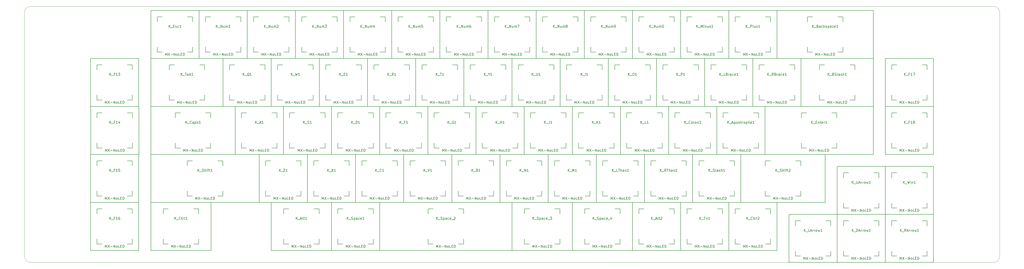
<source format=gbr>
%TF.GenerationSoftware,KiCad,Pcbnew,(5.1.9)-1*%
%TF.CreationDate,2021-05-03T17:40:34-07:00*%
%TF.ProjectId,USKB Final,55534b42-2046-4696-9e61-6c2e6b696361,rev?*%
%TF.SameCoordinates,Original*%
%TF.FileFunction,OtherDrawing,Comment*%
%FSLAX46Y46*%
G04 Gerber Fmt 4.6, Leading zero omitted, Abs format (unit mm)*
G04 Created by KiCad (PCBNEW (5.1.9)-1) date 2021-05-03 17:40:34*
%MOMM*%
%LPD*%
G01*
G04 APERTURE LIST*
%TA.AperFunction,Profile*%
%ADD10C,0.050000*%
%TD*%
%ADD11C,0.150000*%
G04 APERTURE END LIST*
D10*
X19050000Y-25400000D02*
X400050000Y-25400000D01*
X19050000Y-127000000D02*
X19843750Y-127000000D01*
X19050000Y-127000000D02*
G75*
G02*
X16668750Y-124618750I0J2381250D01*
G01*
X16668750Y-27781250D02*
X16668750Y-124618750D01*
X16668750Y-27781250D02*
G75*
G02*
X19050000Y-25400000I2381250J0D01*
G01*
X400050000Y-127000000D02*
X19843750Y-127000000D01*
X402431250Y-124618750D02*
G75*
G02*
X400050000Y-127000000I-2381250J0D01*
G01*
X402431250Y-27781250D02*
X402431250Y-124618750D01*
X400050000Y-25400000D02*
G75*
G02*
X402431250Y-27781250I0J-2381250D01*
G01*
D11*
%TO.C,K_Backspace1*%
X352425000Y-26987500D02*
X352425000Y-46037500D01*
X352425000Y-26987500D02*
X314325000Y-26987500D01*
X314325000Y-46037500D02*
X314325000Y-26987500D01*
X352425000Y-46037500D02*
X314325000Y-46037500D01*
X340375000Y-43512500D02*
X340375000Y-41512500D01*
X338375000Y-43512500D02*
X340375000Y-43512500D01*
X340375000Y-29512500D02*
X338375000Y-29512500D01*
X340375000Y-31512500D02*
X340375000Y-29512500D01*
X326375000Y-29512500D02*
X326375000Y-31512500D01*
X328375000Y-29512500D02*
X326375000Y-29512500D01*
X326375000Y-43512500D02*
X326375000Y-41512500D01*
X328375000Y-43512500D02*
X326375000Y-43512500D01*
%TO.C,K_Space_2*%
X178356250Y-119712500D02*
X176356250Y-119712500D01*
X176356250Y-119712500D02*
X176356250Y-117712500D01*
X178356250Y-105712500D02*
X176356250Y-105712500D01*
X176356250Y-105712500D02*
X176356250Y-107712500D01*
X190356250Y-107712500D02*
X190356250Y-105712500D01*
X190356250Y-105712500D02*
X188356250Y-105712500D01*
X188356250Y-119712500D02*
X190356250Y-119712500D01*
X190356250Y-119712500D02*
X190356250Y-117712500D01*
X209550000Y-122237500D02*
X157162500Y-122237500D01*
X157162500Y-122237500D02*
X157162500Y-103187500D01*
X209550000Y-103187500D02*
X157162500Y-103187500D01*
X209550000Y-103187500D02*
X209550000Y-122237500D01*
%TO.C,K_Space_3*%
X216456250Y-119712500D02*
X214456250Y-119712500D01*
X214456250Y-119712500D02*
X214456250Y-117712500D01*
X216456250Y-105712500D02*
X214456250Y-105712500D01*
X214456250Y-105712500D02*
X214456250Y-107712500D01*
X228456250Y-107712500D02*
X228456250Y-105712500D01*
X228456250Y-105712500D02*
X226456250Y-105712500D01*
X226456250Y-119712500D02*
X228456250Y-119712500D01*
X228456250Y-119712500D02*
X228456250Y-117712500D01*
X233362500Y-122237500D02*
X209550000Y-122237500D01*
X209550000Y-122237500D02*
X209550000Y-103187500D01*
X209550000Y-103187500D02*
X233362500Y-103187500D01*
X233362500Y-103187500D02*
X233362500Y-122237500D01*
%TO.C,K_Space_4*%
X240268750Y-119712500D02*
X238268750Y-119712500D01*
X238268750Y-119712500D02*
X238268750Y-117712500D01*
X240268750Y-105712500D02*
X238268750Y-105712500D01*
X238268750Y-105712500D02*
X238268750Y-107712500D01*
X252268750Y-107712500D02*
X252268750Y-105712500D01*
X252268750Y-105712500D02*
X250268750Y-105712500D01*
X250268750Y-119712500D02*
X252268750Y-119712500D01*
X252268750Y-119712500D02*
X252268750Y-117712500D01*
X257175000Y-122237500D02*
X233362500Y-122237500D01*
X233362500Y-122237500D02*
X233362500Y-103187500D01*
X233362500Y-103187500D02*
X257175000Y-103187500D01*
X257175000Y-103187500D02*
X257175000Y-122237500D01*
%TO.C,K_Space1*%
X142637500Y-119712500D02*
X140637500Y-119712500D01*
X140637500Y-119712500D02*
X140637500Y-117712500D01*
X142637500Y-105712500D02*
X140637500Y-105712500D01*
X140637500Y-105712500D02*
X140637500Y-107712500D01*
X154637500Y-107712500D02*
X154637500Y-105712500D01*
X154637500Y-105712500D02*
X152637500Y-105712500D01*
X152637500Y-119712500D02*
X154637500Y-119712500D01*
X154637500Y-119712500D02*
X154637500Y-117712500D01*
X157162500Y-122237500D02*
X138112500Y-122237500D01*
X138112500Y-122237500D02*
X138112500Y-103187500D01*
X138112500Y-103187500D02*
X157162500Y-103187500D01*
X157162500Y-103187500D02*
X157162500Y-122237500D01*
%TO.C,K_Caps1*%
X78343750Y-81612500D02*
X76343750Y-81612500D01*
X76343750Y-81612500D02*
X76343750Y-79612500D01*
X78343750Y-67612500D02*
X76343750Y-67612500D01*
X76343750Y-67612500D02*
X76343750Y-69612500D01*
X90343750Y-69612500D02*
X90343750Y-67612500D01*
X90343750Y-67612500D02*
X88343750Y-67612500D01*
X88343750Y-81612500D02*
X90343750Y-81612500D01*
X90343750Y-81612500D02*
X90343750Y-79612500D01*
X100012500Y-84137500D02*
X66675000Y-84137500D01*
X66675000Y-84137500D02*
X66675000Y-65087500D01*
X66675000Y-65087500D02*
X100012500Y-65087500D01*
X100012500Y-65087500D02*
X100012500Y-84137500D01*
%TO.C,K_Shift2*%
X333375000Y-84137500D02*
X333375000Y-103187500D01*
X300037500Y-84137500D02*
X333375000Y-84137500D01*
X300037500Y-103187500D02*
X300037500Y-84137500D01*
X333375000Y-103187500D02*
X300037500Y-103187500D01*
X323706250Y-100662500D02*
X323706250Y-98662500D01*
X321706250Y-100662500D02*
X323706250Y-100662500D01*
X323706250Y-86662500D02*
X321706250Y-86662500D01*
X323706250Y-88662500D02*
X323706250Y-86662500D01*
X309706250Y-86662500D02*
X309706250Y-88662500D01*
X311706250Y-86662500D02*
X309706250Y-86662500D01*
X309706250Y-100662500D02*
X309706250Y-98662500D01*
X311706250Y-100662500D02*
X309706250Y-100662500D01*
%TO.C,K_Z1*%
X128587500Y-84137500D02*
X128587500Y-103187500D01*
X109537500Y-84137500D02*
X128587500Y-84137500D01*
X109537500Y-103187500D02*
X109537500Y-84137500D01*
X128587500Y-103187500D02*
X109537500Y-103187500D01*
X126062500Y-100662500D02*
X126062500Y-98662500D01*
X124062500Y-100662500D02*
X126062500Y-100662500D01*
X126062500Y-86662500D02*
X124062500Y-86662500D01*
X126062500Y-88662500D02*
X126062500Y-86662500D01*
X112062500Y-86662500D02*
X112062500Y-88662500D01*
X114062500Y-86662500D02*
X112062500Y-86662500D01*
X112062500Y-100662500D02*
X112062500Y-98662500D01*
X114062500Y-100662500D02*
X112062500Y-100662500D01*
%TO.C,K_Y1*%
X209550000Y-46037500D02*
X209550000Y-65087500D01*
X190500000Y-46037500D02*
X209550000Y-46037500D01*
X190500000Y-65087500D02*
X190500000Y-46037500D01*
X209550000Y-65087500D02*
X190500000Y-65087500D01*
X207025000Y-62562500D02*
X207025000Y-60562500D01*
X205025000Y-62562500D02*
X207025000Y-62562500D01*
X207025000Y-48562500D02*
X205025000Y-48562500D01*
X207025000Y-50562500D02*
X207025000Y-48562500D01*
X193025000Y-48562500D02*
X193025000Y-50562500D01*
X195025000Y-48562500D02*
X193025000Y-48562500D01*
X193025000Y-62562500D02*
X193025000Y-60562500D01*
X195025000Y-62562500D02*
X193025000Y-62562500D01*
%TO.C,K_X1*%
X147637500Y-84137500D02*
X147637500Y-103187500D01*
X128587500Y-84137500D02*
X147637500Y-84137500D01*
X128587500Y-103187500D02*
X128587500Y-84137500D01*
X147637500Y-103187500D02*
X128587500Y-103187500D01*
X145112500Y-100662500D02*
X145112500Y-98662500D01*
X143112500Y-100662500D02*
X145112500Y-100662500D01*
X145112500Y-86662500D02*
X143112500Y-86662500D01*
X145112500Y-88662500D02*
X145112500Y-86662500D01*
X131112500Y-86662500D02*
X131112500Y-88662500D01*
X133112500Y-86662500D02*
X131112500Y-86662500D01*
X131112500Y-100662500D02*
X131112500Y-98662500D01*
X133112500Y-100662500D02*
X131112500Y-100662500D01*
%TO.C,K_Win1*%
X376237500Y-88900000D02*
X376237500Y-107950000D01*
X357187500Y-88900000D02*
X376237500Y-88900000D01*
X357187500Y-107950000D02*
X357187500Y-88900000D01*
X376237500Y-107950000D02*
X357187500Y-107950000D01*
X373712500Y-105425000D02*
X373712500Y-103425000D01*
X371712500Y-105425000D02*
X373712500Y-105425000D01*
X373712500Y-91425000D02*
X371712500Y-91425000D01*
X373712500Y-93425000D02*
X373712500Y-91425000D01*
X359712500Y-91425000D02*
X359712500Y-93425000D01*
X361712500Y-91425000D02*
X359712500Y-91425000D01*
X359712500Y-105425000D02*
X359712500Y-103425000D01*
X361712500Y-105425000D02*
X359712500Y-105425000D01*
%TO.C,K_W1*%
X133350000Y-46037500D02*
X133350000Y-65087500D01*
X114300000Y-46037500D02*
X133350000Y-46037500D01*
X114300000Y-65087500D02*
X114300000Y-46037500D01*
X133350000Y-65087500D02*
X114300000Y-65087500D01*
X130825000Y-62562500D02*
X130825000Y-60562500D01*
X128825000Y-62562500D02*
X130825000Y-62562500D01*
X130825000Y-48562500D02*
X128825000Y-48562500D01*
X130825000Y-50562500D02*
X130825000Y-48562500D01*
X116825000Y-48562500D02*
X116825000Y-50562500D01*
X118825000Y-48562500D02*
X116825000Y-48562500D01*
X116825000Y-62562500D02*
X116825000Y-60562500D01*
X118825000Y-62562500D02*
X116825000Y-62562500D01*
%TO.C,K_V1*%
X185737500Y-84137500D02*
X185737500Y-103187500D01*
X166687500Y-84137500D02*
X185737500Y-84137500D01*
X166687500Y-103187500D02*
X166687500Y-84137500D01*
X185737500Y-103187500D02*
X166687500Y-103187500D01*
X183212500Y-100662500D02*
X183212500Y-98662500D01*
X181212500Y-100662500D02*
X183212500Y-100662500D01*
X183212500Y-86662500D02*
X181212500Y-86662500D01*
X183212500Y-88662500D02*
X183212500Y-86662500D01*
X169212500Y-86662500D02*
X169212500Y-88662500D01*
X171212500Y-86662500D02*
X169212500Y-86662500D01*
X169212500Y-100662500D02*
X169212500Y-98662500D01*
X171212500Y-100662500D02*
X169212500Y-100662500D01*
%TO.C,K_UArrow1*%
X357187500Y-88900000D02*
X357187500Y-107950000D01*
X338137500Y-88900000D02*
X357187500Y-88900000D01*
X338137500Y-107950000D02*
X338137500Y-88900000D01*
X357187500Y-107950000D02*
X338137500Y-107950000D01*
X354662500Y-105425000D02*
X354662500Y-103425000D01*
X352662500Y-105425000D02*
X354662500Y-105425000D01*
X354662500Y-91425000D02*
X352662500Y-91425000D01*
X354662500Y-93425000D02*
X354662500Y-91425000D01*
X340662500Y-91425000D02*
X340662500Y-93425000D01*
X342662500Y-91425000D02*
X340662500Y-91425000D01*
X340662500Y-105425000D02*
X340662500Y-103425000D01*
X342662500Y-105425000D02*
X340662500Y-105425000D01*
%TO.C,K_U1*%
X228600000Y-46037500D02*
X228600000Y-65087500D01*
X209550000Y-46037500D02*
X228600000Y-46037500D01*
X209550000Y-65087500D02*
X209550000Y-46037500D01*
X228600000Y-65087500D02*
X209550000Y-65087500D01*
X226075000Y-62562500D02*
X226075000Y-60562500D01*
X224075000Y-62562500D02*
X226075000Y-62562500D01*
X226075000Y-48562500D02*
X224075000Y-48562500D01*
X226075000Y-50562500D02*
X226075000Y-48562500D01*
X212075000Y-48562500D02*
X212075000Y-50562500D01*
X214075000Y-48562500D02*
X212075000Y-48562500D01*
X212075000Y-62562500D02*
X212075000Y-60562500D01*
X214075000Y-62562500D02*
X212075000Y-62562500D01*
%TO.C,K_Tab1*%
X95250000Y-46037500D02*
X95250000Y-65087500D01*
X66675000Y-46037500D02*
X95250000Y-46037500D01*
X66675000Y-65087500D02*
X66675000Y-46037500D01*
X95250000Y-65087500D02*
X66675000Y-65087500D01*
X87962500Y-62562500D02*
X87962500Y-60562500D01*
X85962500Y-62562500D02*
X87962500Y-62562500D01*
X87962500Y-48562500D02*
X85962500Y-48562500D01*
X87962500Y-50562500D02*
X87962500Y-48562500D01*
X73962500Y-48562500D02*
X73962500Y-50562500D01*
X75962500Y-48562500D02*
X73962500Y-48562500D01*
X73962500Y-62562500D02*
X73962500Y-60562500D01*
X75962500Y-62562500D02*
X73962500Y-62562500D01*
%TO.C,K_T1*%
X190500000Y-46037500D02*
X190500000Y-65087500D01*
X171450000Y-46037500D02*
X190500000Y-46037500D01*
X171450000Y-65087500D02*
X171450000Y-46037500D01*
X190500000Y-65087500D02*
X171450000Y-65087500D01*
X187975000Y-62562500D02*
X187975000Y-60562500D01*
X185975000Y-62562500D02*
X187975000Y-62562500D01*
X187975000Y-48562500D02*
X185975000Y-48562500D01*
X187975000Y-50562500D02*
X187975000Y-48562500D01*
X173975000Y-48562500D02*
X173975000Y-50562500D01*
X175975000Y-48562500D02*
X173975000Y-48562500D01*
X173975000Y-62562500D02*
X173975000Y-60562500D01*
X175975000Y-62562500D02*
X173975000Y-62562500D01*
%TO.C,K_Slash1*%
X300037500Y-84137500D02*
X300037500Y-103187500D01*
X280987500Y-84137500D02*
X300037500Y-84137500D01*
X280987500Y-103187500D02*
X280987500Y-84137500D01*
X300037500Y-103187500D02*
X280987500Y-103187500D01*
X297512500Y-100662500D02*
X297512500Y-98662500D01*
X295512500Y-100662500D02*
X297512500Y-100662500D01*
X297512500Y-86662500D02*
X295512500Y-86662500D01*
X297512500Y-88662500D02*
X297512500Y-86662500D01*
X283512500Y-86662500D02*
X283512500Y-88662500D01*
X285512500Y-86662500D02*
X283512500Y-86662500D01*
X283512500Y-100662500D02*
X283512500Y-98662500D01*
X285512500Y-100662500D02*
X283512500Y-100662500D01*
%TO.C,K_Shift1*%
X109537500Y-84137500D02*
X109537500Y-103187500D01*
X109537500Y-84137500D02*
X66675000Y-84137500D01*
X66675000Y-103187500D02*
X66675000Y-84137500D01*
X109537500Y-103187500D02*
X66675000Y-103187500D01*
X95106250Y-100662500D02*
X95106250Y-98662500D01*
X93106250Y-100662500D02*
X95106250Y-100662500D01*
X95106250Y-86662500D02*
X93106250Y-86662500D01*
X95106250Y-88662500D02*
X95106250Y-86662500D01*
X81106250Y-86662500D02*
X81106250Y-88662500D01*
X83106250Y-86662500D02*
X81106250Y-86662500D01*
X81106250Y-100662500D02*
X81106250Y-98662500D01*
X83106250Y-100662500D02*
X81106250Y-100662500D01*
%TO.C,K_S1*%
X138112500Y-65087500D02*
X138112500Y-84137500D01*
X119062500Y-65087500D02*
X138112500Y-65087500D01*
X119062500Y-84137500D02*
X119062500Y-65087500D01*
X138112500Y-84137500D02*
X119062500Y-84137500D01*
X135587500Y-81612500D02*
X135587500Y-79612500D01*
X133587500Y-81612500D02*
X135587500Y-81612500D01*
X135587500Y-67612500D02*
X133587500Y-67612500D01*
X135587500Y-69612500D02*
X135587500Y-67612500D01*
X121587500Y-67612500D02*
X121587500Y-69612500D01*
X123587500Y-67612500D02*
X121587500Y-67612500D01*
X121587500Y-81612500D02*
X121587500Y-79612500D01*
X123587500Y-81612500D02*
X121587500Y-81612500D01*
%TO.C,K_RThan1*%
X280987500Y-84137500D02*
X280987500Y-103187500D01*
X261937500Y-84137500D02*
X280987500Y-84137500D01*
X261937500Y-103187500D02*
X261937500Y-84137500D01*
X280987500Y-103187500D02*
X261937500Y-103187500D01*
X278462500Y-100662500D02*
X278462500Y-98662500D01*
X276462500Y-100662500D02*
X278462500Y-100662500D01*
X278462500Y-86662500D02*
X276462500Y-86662500D01*
X278462500Y-88662500D02*
X278462500Y-86662500D01*
X264462500Y-86662500D02*
X264462500Y-88662500D01*
X266462500Y-86662500D02*
X264462500Y-86662500D01*
X264462500Y-100662500D02*
X264462500Y-98662500D01*
X266462500Y-100662500D02*
X264462500Y-100662500D01*
%TO.C,K_RBrace1*%
X323850000Y-46037500D02*
X323850000Y-65087500D01*
X304800000Y-46037500D02*
X323850000Y-46037500D01*
X304800000Y-65087500D02*
X304800000Y-46037500D01*
X323850000Y-65087500D02*
X304800000Y-65087500D01*
X321325000Y-62562500D02*
X321325000Y-60562500D01*
X319325000Y-62562500D02*
X321325000Y-62562500D01*
X321325000Y-48562500D02*
X319325000Y-48562500D01*
X321325000Y-50562500D02*
X321325000Y-48562500D01*
X307325000Y-48562500D02*
X307325000Y-50562500D01*
X309325000Y-48562500D02*
X307325000Y-48562500D01*
X307325000Y-62562500D02*
X307325000Y-60562500D01*
X309325000Y-62562500D02*
X307325000Y-62562500D01*
%TO.C,K_RArrow1*%
X376237500Y-107950000D02*
X376237500Y-127000000D01*
X357187500Y-107950000D02*
X376237500Y-107950000D01*
X357187500Y-127000000D02*
X357187500Y-107950000D01*
X376237500Y-127000000D02*
X357187500Y-127000000D01*
X373712500Y-124475000D02*
X373712500Y-122475000D01*
X371712500Y-124475000D02*
X373712500Y-124475000D01*
X373712500Y-110475000D02*
X371712500Y-110475000D01*
X373712500Y-112475000D02*
X373712500Y-110475000D01*
X359712500Y-110475000D02*
X359712500Y-112475000D01*
X361712500Y-110475000D02*
X359712500Y-110475000D01*
X359712500Y-124475000D02*
X359712500Y-122475000D01*
X361712500Y-124475000D02*
X359712500Y-124475000D01*
%TO.C,K_R1*%
X171450000Y-46037500D02*
X171450000Y-65087500D01*
X152400000Y-46037500D02*
X171450000Y-46037500D01*
X152400000Y-65087500D02*
X152400000Y-46037500D01*
X171450000Y-65087500D02*
X152400000Y-65087500D01*
X168925000Y-62562500D02*
X168925000Y-60562500D01*
X166925000Y-62562500D02*
X168925000Y-62562500D01*
X168925000Y-48562500D02*
X166925000Y-48562500D01*
X168925000Y-50562500D02*
X168925000Y-48562500D01*
X154925000Y-48562500D02*
X154925000Y-50562500D01*
X156925000Y-48562500D02*
X154925000Y-48562500D01*
X154925000Y-62562500D02*
X154925000Y-60562500D01*
X156925000Y-62562500D02*
X154925000Y-62562500D01*
%TO.C,K_Q1*%
X114300000Y-46037500D02*
X114300000Y-65087500D01*
X95250000Y-46037500D02*
X114300000Y-46037500D01*
X95250000Y-65087500D02*
X95250000Y-46037500D01*
X114300000Y-65087500D02*
X95250000Y-65087500D01*
X111775000Y-62562500D02*
X111775000Y-60562500D01*
X109775000Y-62562500D02*
X111775000Y-62562500D01*
X111775000Y-48562500D02*
X109775000Y-48562500D01*
X111775000Y-50562500D02*
X111775000Y-48562500D01*
X97775000Y-48562500D02*
X97775000Y-50562500D01*
X99775000Y-48562500D02*
X97775000Y-48562500D01*
X97775000Y-62562500D02*
X97775000Y-60562500D01*
X99775000Y-62562500D02*
X97775000Y-62562500D01*
%TO.C,K_Plus1*%
X314325000Y-26987500D02*
X314325000Y-46037500D01*
X295275000Y-26987500D02*
X314325000Y-26987500D01*
X295275000Y-46037500D02*
X295275000Y-26987500D01*
X314325000Y-46037500D02*
X295275000Y-46037500D01*
X311800000Y-43512500D02*
X311800000Y-41512500D01*
X309800000Y-43512500D02*
X311800000Y-43512500D01*
X311800000Y-29512500D02*
X309800000Y-29512500D01*
X311800000Y-31512500D02*
X311800000Y-29512500D01*
X297800000Y-29512500D02*
X297800000Y-31512500D01*
X299800000Y-29512500D02*
X297800000Y-29512500D01*
X297800000Y-43512500D02*
X297800000Y-41512500D01*
X299800000Y-43512500D02*
X297800000Y-43512500D01*
%TO.C,K_P1*%
X285750000Y-46037500D02*
X285750000Y-65087500D01*
X266700000Y-46037500D02*
X285750000Y-46037500D01*
X266700000Y-65087500D02*
X266700000Y-46037500D01*
X285750000Y-65087500D02*
X266700000Y-65087500D01*
X283225000Y-62562500D02*
X283225000Y-60562500D01*
X281225000Y-62562500D02*
X283225000Y-62562500D01*
X283225000Y-48562500D02*
X281225000Y-48562500D01*
X283225000Y-50562500D02*
X283225000Y-48562500D01*
X269225000Y-48562500D02*
X269225000Y-50562500D01*
X271225000Y-48562500D02*
X269225000Y-48562500D01*
X269225000Y-62562500D02*
X269225000Y-60562500D01*
X271225000Y-62562500D02*
X269225000Y-62562500D01*
%TO.C,K_O1*%
X266700000Y-46037500D02*
X266700000Y-65087500D01*
X247650000Y-46037500D02*
X266700000Y-46037500D01*
X247650000Y-65087500D02*
X247650000Y-46037500D01*
X266700000Y-65087500D02*
X247650000Y-65087500D01*
X264175000Y-62562500D02*
X264175000Y-60562500D01*
X262175000Y-62562500D02*
X264175000Y-62562500D01*
X264175000Y-48562500D02*
X262175000Y-48562500D01*
X264175000Y-50562500D02*
X264175000Y-48562500D01*
X250175000Y-48562500D02*
X250175000Y-50562500D01*
X252175000Y-48562500D02*
X250175000Y-48562500D01*
X250175000Y-62562500D02*
X250175000Y-60562500D01*
X252175000Y-62562500D02*
X250175000Y-62562500D01*
%TO.C,K_Num9*%
X257175000Y-26987500D02*
X257175000Y-46037500D01*
X238125000Y-26987500D02*
X257175000Y-26987500D01*
X238125000Y-46037500D02*
X238125000Y-26987500D01*
X257175000Y-46037500D02*
X238125000Y-46037500D01*
X254650000Y-43512500D02*
X254650000Y-41512500D01*
X252650000Y-43512500D02*
X254650000Y-43512500D01*
X254650000Y-29512500D02*
X252650000Y-29512500D01*
X254650000Y-31512500D02*
X254650000Y-29512500D01*
X240650000Y-29512500D02*
X240650000Y-31512500D01*
X242650000Y-29512500D02*
X240650000Y-29512500D01*
X240650000Y-43512500D02*
X240650000Y-41512500D01*
X242650000Y-43512500D02*
X240650000Y-43512500D01*
%TO.C,K_Num8*%
X238125000Y-26987500D02*
X238125000Y-46037500D01*
X219075000Y-26987500D02*
X238125000Y-26987500D01*
X219075000Y-46037500D02*
X219075000Y-26987500D01*
X238125000Y-46037500D02*
X219075000Y-46037500D01*
X235600000Y-43512500D02*
X235600000Y-41512500D01*
X233600000Y-43512500D02*
X235600000Y-43512500D01*
X235600000Y-29512500D02*
X233600000Y-29512500D01*
X235600000Y-31512500D02*
X235600000Y-29512500D01*
X221600000Y-29512500D02*
X221600000Y-31512500D01*
X223600000Y-29512500D02*
X221600000Y-29512500D01*
X221600000Y-43512500D02*
X221600000Y-41512500D01*
X223600000Y-43512500D02*
X221600000Y-43512500D01*
%TO.C,K_Num7*%
X219075000Y-26987500D02*
X219075000Y-46037500D01*
X200025000Y-26987500D02*
X219075000Y-26987500D01*
X200025000Y-46037500D02*
X200025000Y-26987500D01*
X219075000Y-46037500D02*
X200025000Y-46037500D01*
X216550000Y-43512500D02*
X216550000Y-41512500D01*
X214550000Y-43512500D02*
X216550000Y-43512500D01*
X216550000Y-29512500D02*
X214550000Y-29512500D01*
X216550000Y-31512500D02*
X216550000Y-29512500D01*
X202550000Y-29512500D02*
X202550000Y-31512500D01*
X204550000Y-29512500D02*
X202550000Y-29512500D01*
X202550000Y-43512500D02*
X202550000Y-41512500D01*
X204550000Y-43512500D02*
X202550000Y-43512500D01*
%TO.C,K_Num6*%
X200025000Y-26987500D02*
X200025000Y-46037500D01*
X180975000Y-26987500D02*
X200025000Y-26987500D01*
X180975000Y-46037500D02*
X180975000Y-26987500D01*
X200025000Y-46037500D02*
X180975000Y-46037500D01*
X197500000Y-43512500D02*
X197500000Y-41512500D01*
X195500000Y-43512500D02*
X197500000Y-43512500D01*
X197500000Y-29512500D02*
X195500000Y-29512500D01*
X197500000Y-31512500D02*
X197500000Y-29512500D01*
X183500000Y-29512500D02*
X183500000Y-31512500D01*
X185500000Y-29512500D02*
X183500000Y-29512500D01*
X183500000Y-43512500D02*
X183500000Y-41512500D01*
X185500000Y-43512500D02*
X183500000Y-43512500D01*
%TO.C,K_Num5*%
X180975000Y-26987500D02*
X180975000Y-46037500D01*
X161925000Y-26987500D02*
X180975000Y-26987500D01*
X161925000Y-46037500D02*
X161925000Y-26987500D01*
X180975000Y-46037500D02*
X161925000Y-46037500D01*
X178450000Y-43512500D02*
X178450000Y-41512500D01*
X176450000Y-43512500D02*
X178450000Y-43512500D01*
X178450000Y-29512500D02*
X176450000Y-29512500D01*
X178450000Y-31512500D02*
X178450000Y-29512500D01*
X164450000Y-29512500D02*
X164450000Y-31512500D01*
X166450000Y-29512500D02*
X164450000Y-29512500D01*
X164450000Y-43512500D02*
X164450000Y-41512500D01*
X166450000Y-43512500D02*
X164450000Y-43512500D01*
%TO.C,K_Num4*%
X161925000Y-26987500D02*
X161925000Y-46037500D01*
X142875000Y-26987500D02*
X161925000Y-26987500D01*
X142875000Y-46037500D02*
X142875000Y-26987500D01*
X161925000Y-46037500D02*
X142875000Y-46037500D01*
X159400000Y-43512500D02*
X159400000Y-41512500D01*
X157400000Y-43512500D02*
X159400000Y-43512500D01*
X159400000Y-29512500D02*
X157400000Y-29512500D01*
X159400000Y-31512500D02*
X159400000Y-29512500D01*
X145400000Y-29512500D02*
X145400000Y-31512500D01*
X147400000Y-29512500D02*
X145400000Y-29512500D01*
X145400000Y-43512500D02*
X145400000Y-41512500D01*
X147400000Y-43512500D02*
X145400000Y-43512500D01*
%TO.C,K_Num3*%
X142875000Y-26987500D02*
X142875000Y-46037500D01*
X123825000Y-26987500D02*
X142875000Y-26987500D01*
X123825000Y-46037500D02*
X123825000Y-26987500D01*
X142875000Y-46037500D02*
X123825000Y-46037500D01*
X140350000Y-43512500D02*
X140350000Y-41512500D01*
X138350000Y-43512500D02*
X140350000Y-43512500D01*
X140350000Y-29512500D02*
X138350000Y-29512500D01*
X140350000Y-31512500D02*
X140350000Y-29512500D01*
X126350000Y-29512500D02*
X126350000Y-31512500D01*
X128350000Y-29512500D02*
X126350000Y-29512500D01*
X126350000Y-43512500D02*
X126350000Y-41512500D01*
X128350000Y-43512500D02*
X126350000Y-43512500D01*
%TO.C,K_Num2*%
X123825000Y-26987500D02*
X123825000Y-46037500D01*
X104775000Y-26987500D02*
X123825000Y-26987500D01*
X104775000Y-46037500D02*
X104775000Y-26987500D01*
X123825000Y-46037500D02*
X104775000Y-46037500D01*
X121300000Y-43512500D02*
X121300000Y-41512500D01*
X119300000Y-43512500D02*
X121300000Y-43512500D01*
X121300000Y-29512500D02*
X119300000Y-29512500D01*
X121300000Y-31512500D02*
X121300000Y-29512500D01*
X107300000Y-29512500D02*
X107300000Y-31512500D01*
X109300000Y-29512500D02*
X107300000Y-29512500D01*
X107300000Y-43512500D02*
X107300000Y-41512500D01*
X109300000Y-43512500D02*
X107300000Y-43512500D01*
%TO.C,K_Num1*%
X104806750Y-26987500D02*
X104806750Y-46037500D01*
X85756750Y-26987500D02*
X104806750Y-26987500D01*
X85756750Y-46037500D02*
X85756750Y-26987500D01*
X104806750Y-46037500D02*
X85756750Y-46037500D01*
X102281750Y-43512500D02*
X102281750Y-41512500D01*
X100281750Y-43512500D02*
X102281750Y-43512500D01*
X102281750Y-29512500D02*
X100281750Y-29512500D01*
X102281750Y-31512500D02*
X102281750Y-29512500D01*
X88281750Y-29512500D02*
X88281750Y-31512500D01*
X90281750Y-29512500D02*
X88281750Y-29512500D01*
X88281750Y-43512500D02*
X88281750Y-41512500D01*
X90281750Y-43512500D02*
X88281750Y-43512500D01*
%TO.C,K_Num0*%
X276225000Y-26987500D02*
X276225000Y-46037500D01*
X257175000Y-26987500D02*
X276225000Y-26987500D01*
X257175000Y-46037500D02*
X257175000Y-26987500D01*
X276225000Y-46037500D02*
X257175000Y-46037500D01*
X273700000Y-43512500D02*
X273700000Y-41512500D01*
X271700000Y-43512500D02*
X273700000Y-43512500D01*
X273700000Y-29512500D02*
X271700000Y-29512500D01*
X273700000Y-31512500D02*
X273700000Y-29512500D01*
X259700000Y-29512500D02*
X259700000Y-31512500D01*
X261700000Y-29512500D02*
X259700000Y-29512500D01*
X259700000Y-43512500D02*
X259700000Y-41512500D01*
X261700000Y-43512500D02*
X259700000Y-43512500D01*
%TO.C,K_N1*%
X223837500Y-84137500D02*
X223837500Y-103187500D01*
X204787500Y-84137500D02*
X223837500Y-84137500D01*
X204787500Y-103187500D02*
X204787500Y-84137500D01*
X223837500Y-103187500D02*
X204787500Y-103187500D01*
X221312500Y-100662500D02*
X221312500Y-98662500D01*
X219312500Y-100662500D02*
X221312500Y-100662500D01*
X221312500Y-86662500D02*
X219312500Y-86662500D01*
X221312500Y-88662500D02*
X221312500Y-86662500D01*
X207312500Y-86662500D02*
X207312500Y-88662500D01*
X209312500Y-86662500D02*
X207312500Y-86662500D01*
X207312500Y-100662500D02*
X207312500Y-98662500D01*
X209312500Y-100662500D02*
X207312500Y-100662500D01*
%TO.C,K_Minus1*%
X295275000Y-26987500D02*
X295275000Y-46037500D01*
X276225000Y-26987500D02*
X295275000Y-26987500D01*
X276225000Y-46037500D02*
X276225000Y-26987500D01*
X295275000Y-46037500D02*
X276225000Y-46037500D01*
X292750000Y-43512500D02*
X292750000Y-41512500D01*
X290750000Y-43512500D02*
X292750000Y-43512500D01*
X292750000Y-29512500D02*
X290750000Y-29512500D01*
X292750000Y-31512500D02*
X292750000Y-29512500D01*
X278750000Y-29512500D02*
X278750000Y-31512500D01*
X280750000Y-29512500D02*
X278750000Y-29512500D01*
X278750000Y-43512500D02*
X278750000Y-41512500D01*
X280750000Y-43512500D02*
X278750000Y-43512500D01*
%TO.C,K_M1*%
X242887500Y-84137500D02*
X242887500Y-103187500D01*
X223837500Y-84137500D02*
X242887500Y-84137500D01*
X223837500Y-103187500D02*
X223837500Y-84137500D01*
X242887500Y-103187500D02*
X223837500Y-103187500D01*
X240362500Y-100662500D02*
X240362500Y-98662500D01*
X238362500Y-100662500D02*
X240362500Y-100662500D01*
X240362500Y-86662500D02*
X238362500Y-86662500D01*
X240362500Y-88662500D02*
X240362500Y-86662500D01*
X226362500Y-86662500D02*
X226362500Y-88662500D01*
X228362500Y-86662500D02*
X226362500Y-86662500D01*
X226362500Y-100662500D02*
X226362500Y-98662500D01*
X228362500Y-100662500D02*
X226362500Y-100662500D01*
%TO.C,K_LThan1*%
X261937500Y-84137500D02*
X261937500Y-103187500D01*
X242887500Y-84137500D02*
X261937500Y-84137500D01*
X242887500Y-103187500D02*
X242887500Y-84137500D01*
X261937500Y-103187500D02*
X242887500Y-103187500D01*
X259412500Y-100662500D02*
X259412500Y-98662500D01*
X257412500Y-100662500D02*
X259412500Y-100662500D01*
X259412500Y-86662500D02*
X257412500Y-86662500D01*
X259412500Y-88662500D02*
X259412500Y-86662500D01*
X245412500Y-86662500D02*
X245412500Y-88662500D01*
X247412500Y-86662500D02*
X245412500Y-86662500D01*
X245412500Y-100662500D02*
X245412500Y-98662500D01*
X247412500Y-100662500D02*
X245412500Y-100662500D01*
%TO.C,K_LBrace1*%
X304800000Y-46037500D02*
X304800000Y-65087500D01*
X285750000Y-46037500D02*
X304800000Y-46037500D01*
X285750000Y-65087500D02*
X285750000Y-46037500D01*
X304800000Y-65087500D02*
X285750000Y-65087500D01*
X302275000Y-62562500D02*
X302275000Y-60562500D01*
X300275000Y-62562500D02*
X302275000Y-62562500D01*
X302275000Y-48562500D02*
X300275000Y-48562500D01*
X302275000Y-50562500D02*
X302275000Y-48562500D01*
X288275000Y-48562500D02*
X288275000Y-50562500D01*
X290275000Y-48562500D02*
X288275000Y-48562500D01*
X288275000Y-62562500D02*
X288275000Y-60562500D01*
X290275000Y-62562500D02*
X288275000Y-62562500D01*
%TO.C,K_LArrow1*%
X338137500Y-107950000D02*
X338137500Y-127000000D01*
X319087500Y-107950000D02*
X338137500Y-107950000D01*
X319087500Y-127000000D02*
X319087500Y-107950000D01*
X338137500Y-127000000D02*
X319087500Y-127000000D01*
X335612500Y-124475000D02*
X335612500Y-122475000D01*
X333612500Y-124475000D02*
X335612500Y-124475000D01*
X335612500Y-110475000D02*
X333612500Y-110475000D01*
X335612500Y-112475000D02*
X335612500Y-110475000D01*
X321612500Y-110475000D02*
X321612500Y-112475000D01*
X323612500Y-110475000D02*
X321612500Y-110475000D01*
X321612500Y-124475000D02*
X321612500Y-122475000D01*
X323612500Y-124475000D02*
X321612500Y-124475000D01*
%TO.C,K_L1*%
X271462500Y-65087500D02*
X271462500Y-84137500D01*
X252412500Y-65087500D02*
X271462500Y-65087500D01*
X252412500Y-84137500D02*
X252412500Y-65087500D01*
X271462500Y-84137500D02*
X252412500Y-84137500D01*
X268937500Y-81612500D02*
X268937500Y-79612500D01*
X266937500Y-81612500D02*
X268937500Y-81612500D01*
X268937500Y-67612500D02*
X266937500Y-67612500D01*
X268937500Y-69612500D02*
X268937500Y-67612500D01*
X254937500Y-67612500D02*
X254937500Y-69612500D01*
X256937500Y-67612500D02*
X254937500Y-67612500D01*
X254937500Y-81612500D02*
X254937500Y-79612500D01*
X256937500Y-81612500D02*
X254937500Y-81612500D01*
%TO.C,K_K1*%
X252412500Y-65087500D02*
X252412500Y-84137500D01*
X233362500Y-65087500D02*
X252412500Y-65087500D01*
X233362500Y-84137500D02*
X233362500Y-65087500D01*
X252412500Y-84137500D02*
X233362500Y-84137500D01*
X249887500Y-81612500D02*
X249887500Y-79612500D01*
X247887500Y-81612500D02*
X249887500Y-81612500D01*
X249887500Y-67612500D02*
X247887500Y-67612500D01*
X249887500Y-69612500D02*
X249887500Y-67612500D01*
X235887500Y-67612500D02*
X235887500Y-69612500D01*
X237887500Y-67612500D02*
X235887500Y-67612500D01*
X235887500Y-81612500D02*
X235887500Y-79612500D01*
X237887500Y-81612500D02*
X235887500Y-81612500D01*
%TO.C,K_J1*%
X233362500Y-65087500D02*
X233362500Y-84137500D01*
X214312500Y-65087500D02*
X233362500Y-65087500D01*
X214312500Y-84137500D02*
X214312500Y-65087500D01*
X233362500Y-84137500D02*
X214312500Y-84137500D01*
X230837500Y-81612500D02*
X230837500Y-79612500D01*
X228837500Y-81612500D02*
X230837500Y-81612500D01*
X230837500Y-67612500D02*
X228837500Y-67612500D01*
X230837500Y-69612500D02*
X230837500Y-67612500D01*
X216837500Y-67612500D02*
X216837500Y-69612500D01*
X218837500Y-67612500D02*
X216837500Y-67612500D01*
X216837500Y-81612500D02*
X216837500Y-79612500D01*
X218837500Y-81612500D02*
X216837500Y-81612500D01*
%TO.C,K_I1*%
X247650000Y-46037500D02*
X247650000Y-65087500D01*
X228600000Y-46037500D02*
X247650000Y-46037500D01*
X228600000Y-65087500D02*
X228600000Y-46037500D01*
X247650000Y-65087500D02*
X228600000Y-65087500D01*
X245125000Y-62562500D02*
X245125000Y-60562500D01*
X243125000Y-62562500D02*
X245125000Y-62562500D01*
X245125000Y-48562500D02*
X243125000Y-48562500D01*
X245125000Y-50562500D02*
X245125000Y-48562500D01*
X231125000Y-48562500D02*
X231125000Y-50562500D01*
X233125000Y-48562500D02*
X231125000Y-48562500D01*
X231125000Y-62562500D02*
X231125000Y-60562500D01*
X233125000Y-62562500D02*
X231125000Y-62562500D01*
%TO.C,K_H1*%
X214312500Y-65087500D02*
X214312500Y-84137500D01*
X195262500Y-65087500D02*
X214312500Y-65087500D01*
X195262500Y-84137500D02*
X195262500Y-65087500D01*
X214312500Y-84137500D02*
X195262500Y-84137500D01*
X211787500Y-81612500D02*
X211787500Y-79612500D01*
X209787500Y-81612500D02*
X211787500Y-81612500D01*
X211787500Y-67612500D02*
X209787500Y-67612500D01*
X211787500Y-69612500D02*
X211787500Y-67612500D01*
X197787500Y-67612500D02*
X197787500Y-69612500D01*
X199787500Y-67612500D02*
X197787500Y-67612500D01*
X197787500Y-81612500D02*
X197787500Y-79612500D01*
X199787500Y-81612500D02*
X197787500Y-81612500D01*
%TO.C,K_G1*%
X195262500Y-65087500D02*
X195262500Y-84137500D01*
X176212500Y-65087500D02*
X195262500Y-65087500D01*
X176212500Y-84137500D02*
X176212500Y-65087500D01*
X195262500Y-84137500D02*
X176212500Y-84137500D01*
X192737500Y-81612500D02*
X192737500Y-79612500D01*
X190737500Y-81612500D02*
X192737500Y-81612500D01*
X192737500Y-67612500D02*
X190737500Y-67612500D01*
X192737500Y-69612500D02*
X192737500Y-67612500D01*
X178737500Y-67612500D02*
X178737500Y-69612500D01*
X180737500Y-67612500D02*
X178737500Y-67612500D01*
X178737500Y-81612500D02*
X178737500Y-79612500D01*
X180737500Y-81612500D02*
X178737500Y-81612500D01*
%TO.C,K_Fn1*%
X295275000Y-103187500D02*
X295275000Y-122237500D01*
X276225000Y-103187500D02*
X295275000Y-103187500D01*
X276225000Y-122237500D02*
X276225000Y-103187500D01*
X295275000Y-122237500D02*
X276225000Y-122237500D01*
X292750000Y-119712500D02*
X292750000Y-117712500D01*
X290750000Y-119712500D02*
X292750000Y-119712500D01*
X292750000Y-105712500D02*
X290750000Y-105712500D01*
X292750000Y-107712500D02*
X292750000Y-105712500D01*
X278750000Y-105712500D02*
X278750000Y-107712500D01*
X280750000Y-105712500D02*
X278750000Y-105712500D01*
X278750000Y-119712500D02*
X278750000Y-117712500D01*
X280750000Y-119712500D02*
X278750000Y-119712500D01*
%TO.C,K_F18*%
X361712500Y-81612500D02*
X359712500Y-81612500D01*
X359712500Y-81612500D02*
X359712500Y-79612500D01*
X361712500Y-67612500D02*
X359712500Y-67612500D01*
X359712500Y-67612500D02*
X359712500Y-69612500D01*
X373712500Y-69612500D02*
X373712500Y-67612500D01*
X373712500Y-67612500D02*
X371712500Y-67612500D01*
X371712500Y-81612500D02*
X373712500Y-81612500D01*
X373712500Y-81612500D02*
X373712500Y-79612500D01*
X376237500Y-84137500D02*
X357187500Y-84137500D01*
X357187500Y-84137500D02*
X357187500Y-65087500D01*
X357187500Y-65087500D02*
X376237500Y-65087500D01*
X376237500Y-65087500D02*
X376237500Y-84137500D01*
%TO.C,K_F17*%
X376237500Y-46037500D02*
X376237500Y-65087500D01*
X357187500Y-46037500D02*
X376237500Y-46037500D01*
X357187500Y-65087500D02*
X357187500Y-46037500D01*
X376237500Y-65087500D02*
X357187500Y-65087500D01*
X373712500Y-62562500D02*
X373712500Y-60562500D01*
X371712500Y-62562500D02*
X373712500Y-62562500D01*
X373712500Y-48562500D02*
X371712500Y-48562500D01*
X373712500Y-50562500D02*
X373712500Y-48562500D01*
X359712500Y-48562500D02*
X359712500Y-50562500D01*
X361712500Y-48562500D02*
X359712500Y-48562500D01*
X359712500Y-62562500D02*
X359712500Y-60562500D01*
X361712500Y-62562500D02*
X359712500Y-62562500D01*
%TO.C,K_F16*%
X61880750Y-103187500D02*
X61880750Y-122237500D01*
X42830750Y-103187500D02*
X61880750Y-103187500D01*
X42830750Y-122237500D02*
X42830750Y-103187500D01*
X61880750Y-122237500D02*
X42830750Y-122237500D01*
X59355750Y-119712500D02*
X59355750Y-117712500D01*
X57355750Y-119712500D02*
X59355750Y-119712500D01*
X59355750Y-105712500D02*
X57355750Y-105712500D01*
X59355750Y-107712500D02*
X59355750Y-105712500D01*
X45355750Y-105712500D02*
X45355750Y-107712500D01*
X47355750Y-105712500D02*
X45355750Y-105712500D01*
X45355750Y-119712500D02*
X45355750Y-117712500D01*
X47355750Y-119712500D02*
X45355750Y-119712500D01*
%TO.C,K_F15*%
X61880750Y-84137500D02*
X61880750Y-103187500D01*
X42830750Y-84137500D02*
X61880750Y-84137500D01*
X42830750Y-103187500D02*
X42830750Y-84137500D01*
X61880750Y-103187500D02*
X42830750Y-103187500D01*
X59355750Y-100662500D02*
X59355750Y-98662500D01*
X57355750Y-100662500D02*
X59355750Y-100662500D01*
X59355750Y-86662500D02*
X57355750Y-86662500D01*
X59355750Y-88662500D02*
X59355750Y-86662500D01*
X45355750Y-86662500D02*
X45355750Y-88662500D01*
X47355750Y-86662500D02*
X45355750Y-86662500D01*
X45355750Y-100662500D02*
X45355750Y-98662500D01*
X47355750Y-100662500D02*
X45355750Y-100662500D01*
%TO.C,K_F14*%
X61912500Y-65087500D02*
X61912500Y-84137500D01*
X42862500Y-65087500D02*
X61912500Y-65087500D01*
X42862500Y-84137500D02*
X42862500Y-65087500D01*
X61912500Y-84137500D02*
X42862500Y-84137500D01*
X59387500Y-81612500D02*
X59387500Y-79612500D01*
X57387500Y-81612500D02*
X59387500Y-81612500D01*
X59387500Y-67612500D02*
X57387500Y-67612500D01*
X59387500Y-69612500D02*
X59387500Y-67612500D01*
X45387500Y-67612500D02*
X45387500Y-69612500D01*
X47387500Y-67612500D02*
X45387500Y-67612500D01*
X45387500Y-81612500D02*
X45387500Y-79612500D01*
X47387500Y-81612500D02*
X45387500Y-81612500D01*
%TO.C,K_F13*%
X61880750Y-46037500D02*
X61880750Y-65087500D01*
X42830750Y-46037500D02*
X61880750Y-46037500D01*
X42830750Y-65087500D02*
X42830750Y-46037500D01*
X61880750Y-65087500D02*
X42830750Y-65087500D01*
X59355750Y-62562500D02*
X59355750Y-60562500D01*
X57355750Y-62562500D02*
X59355750Y-62562500D01*
X59355750Y-48562500D02*
X57355750Y-48562500D01*
X59355750Y-50562500D02*
X59355750Y-48562500D01*
X45355750Y-48562500D02*
X45355750Y-50562500D01*
X47355750Y-48562500D02*
X45355750Y-48562500D01*
X45355750Y-62562500D02*
X45355750Y-60562500D01*
X47355750Y-62562500D02*
X45355750Y-62562500D01*
%TO.C,K_F1*%
X176212500Y-65087500D02*
X176212500Y-84137500D01*
X157162500Y-65087500D02*
X176212500Y-65087500D01*
X157162500Y-84137500D02*
X157162500Y-65087500D01*
X176212500Y-84137500D02*
X157162500Y-84137500D01*
X173687500Y-81612500D02*
X173687500Y-79612500D01*
X171687500Y-81612500D02*
X173687500Y-81612500D01*
X173687500Y-67612500D02*
X171687500Y-67612500D01*
X173687500Y-69612500D02*
X173687500Y-67612500D01*
X159687500Y-67612500D02*
X159687500Y-69612500D01*
X161687500Y-67612500D02*
X159687500Y-67612500D01*
X159687500Y-81612500D02*
X159687500Y-79612500D01*
X161687500Y-81612500D02*
X159687500Y-81612500D01*
%TO.C,K_Esc1*%
X85725000Y-26987500D02*
X85725000Y-46037500D01*
X66675000Y-26987500D02*
X85725000Y-26987500D01*
X66675000Y-46037500D02*
X66675000Y-26987500D01*
X85725000Y-46037500D02*
X66675000Y-46037500D01*
X83200000Y-43512500D02*
X83200000Y-41512500D01*
X81200000Y-43512500D02*
X83200000Y-43512500D01*
X83200000Y-29512500D02*
X81200000Y-29512500D01*
X83200000Y-31512500D02*
X83200000Y-29512500D01*
X69200000Y-29512500D02*
X69200000Y-31512500D01*
X71200000Y-29512500D02*
X69200000Y-29512500D01*
X69200000Y-43512500D02*
X69200000Y-41512500D01*
X71200000Y-43512500D02*
X69200000Y-43512500D01*
%TO.C,K_Enter1*%
X352425000Y-65087500D02*
X352425000Y-84137500D01*
X352425000Y-65087500D02*
X309562500Y-65087500D01*
X309562500Y-84137500D02*
X309562500Y-65087500D01*
X352425000Y-84137500D02*
X309562500Y-84137500D01*
X337993750Y-81612500D02*
X337993750Y-79612500D01*
X335993750Y-81612500D02*
X337993750Y-81612500D01*
X337993750Y-67612500D02*
X335993750Y-67612500D01*
X337993750Y-69612500D02*
X337993750Y-67612500D01*
X323993750Y-67612500D02*
X323993750Y-69612500D01*
X325993750Y-67612500D02*
X323993750Y-67612500D01*
X323993750Y-81612500D02*
X323993750Y-79612500D01*
X325993750Y-81612500D02*
X323993750Y-81612500D01*
%TO.C,K_E1*%
X152400000Y-46037500D02*
X152400000Y-65087500D01*
X133350000Y-46037500D02*
X152400000Y-46037500D01*
X133350000Y-65087500D02*
X133350000Y-46037500D01*
X152400000Y-65087500D02*
X133350000Y-65087500D01*
X149875000Y-62562500D02*
X149875000Y-60562500D01*
X147875000Y-62562500D02*
X149875000Y-62562500D01*
X149875000Y-48562500D02*
X147875000Y-48562500D01*
X149875000Y-50562500D02*
X149875000Y-48562500D01*
X135875000Y-48562500D02*
X135875000Y-50562500D01*
X137875000Y-48562500D02*
X135875000Y-48562500D01*
X135875000Y-62562500D02*
X135875000Y-60562500D01*
X137875000Y-62562500D02*
X135875000Y-62562500D01*
%TO.C,K_DArrow1*%
X357187500Y-107950000D02*
X357187500Y-127000000D01*
X338137500Y-107950000D02*
X357187500Y-107950000D01*
X338137500Y-127000000D02*
X338137500Y-107950000D01*
X357187500Y-127000000D02*
X338137500Y-127000000D01*
X354662500Y-124475000D02*
X354662500Y-122475000D01*
X352662500Y-124475000D02*
X354662500Y-124475000D01*
X354662500Y-110475000D02*
X352662500Y-110475000D01*
X354662500Y-112475000D02*
X354662500Y-110475000D01*
X340662500Y-110475000D02*
X340662500Y-112475000D01*
X342662500Y-110475000D02*
X340662500Y-110475000D01*
X340662500Y-124475000D02*
X340662500Y-122475000D01*
X342662500Y-124475000D02*
X340662500Y-124475000D01*
%TO.C,K_D1*%
X157162500Y-65087500D02*
X157162500Y-84137500D01*
X138112500Y-65087500D02*
X157162500Y-65087500D01*
X138112500Y-84137500D02*
X138112500Y-65087500D01*
X157162500Y-84137500D02*
X138112500Y-84137500D01*
X154637500Y-81612500D02*
X154637500Y-79612500D01*
X152637500Y-81612500D02*
X154637500Y-81612500D01*
X154637500Y-67612500D02*
X152637500Y-67612500D01*
X154637500Y-69612500D02*
X154637500Y-67612500D01*
X140637500Y-67612500D02*
X140637500Y-69612500D01*
X142637500Y-67612500D02*
X140637500Y-67612500D01*
X140637500Y-81612500D02*
X140637500Y-79612500D01*
X142637500Y-81612500D02*
X140637500Y-81612500D01*
%TO.C,K_Ctrl2*%
X314325000Y-103187500D02*
X314325000Y-122237500D01*
X295275000Y-103187500D02*
X314325000Y-103187500D01*
X295275000Y-122237500D02*
X295275000Y-103187500D01*
X314325000Y-122237500D02*
X295275000Y-122237500D01*
X311800000Y-119712500D02*
X311800000Y-117712500D01*
X309800000Y-119712500D02*
X311800000Y-119712500D01*
X311800000Y-105712500D02*
X309800000Y-105712500D01*
X311800000Y-107712500D02*
X311800000Y-105712500D01*
X297800000Y-105712500D02*
X297800000Y-107712500D01*
X299800000Y-105712500D02*
X297800000Y-105712500D01*
X297800000Y-119712500D02*
X297800000Y-117712500D01*
X299800000Y-119712500D02*
X297800000Y-119712500D01*
%TO.C,K_Ctrl1*%
X90487500Y-103187500D02*
X90487500Y-122237500D01*
X66675000Y-103187500D02*
X90487500Y-103187500D01*
X66675000Y-122237500D02*
X66675000Y-103187500D01*
X90487500Y-122237500D02*
X66675000Y-122237500D01*
X85581250Y-119712500D02*
X85581250Y-117712500D01*
X83581250Y-119712500D02*
X85581250Y-119712500D01*
X85581250Y-105712500D02*
X83581250Y-105712500D01*
X85581250Y-107712500D02*
X85581250Y-105712500D01*
X71581250Y-105712500D02*
X71581250Y-107712500D01*
X73581250Y-105712500D02*
X71581250Y-105712500D01*
X71581250Y-119712500D02*
X71581250Y-117712500D01*
X73581250Y-119712500D02*
X71581250Y-119712500D01*
%TO.C,K_Colon1*%
X290512500Y-65087500D02*
X290512500Y-84137500D01*
X271462500Y-65087500D02*
X290512500Y-65087500D01*
X271462500Y-84137500D02*
X271462500Y-65087500D01*
X290512500Y-84137500D02*
X271462500Y-84137500D01*
X287987500Y-81612500D02*
X287987500Y-79612500D01*
X285987500Y-81612500D02*
X287987500Y-81612500D01*
X287987500Y-67612500D02*
X285987500Y-67612500D01*
X287987500Y-69612500D02*
X287987500Y-67612500D01*
X273987500Y-67612500D02*
X273987500Y-69612500D01*
X275987500Y-67612500D02*
X273987500Y-67612500D01*
X273987500Y-81612500D02*
X273987500Y-79612500D01*
X275987500Y-81612500D02*
X273987500Y-81612500D01*
%TO.C,K_C1*%
X166687500Y-84137500D02*
X166687500Y-103187500D01*
X147637500Y-84137500D02*
X166687500Y-84137500D01*
X147637500Y-103187500D02*
X147637500Y-84137500D01*
X166687500Y-103187500D02*
X147637500Y-103187500D01*
X164162500Y-100662500D02*
X164162500Y-98662500D01*
X162162500Y-100662500D02*
X164162500Y-100662500D01*
X164162500Y-86662500D02*
X162162500Y-86662500D01*
X164162500Y-88662500D02*
X164162500Y-86662500D01*
X150162500Y-86662500D02*
X150162500Y-88662500D01*
X152162500Y-86662500D02*
X150162500Y-86662500D01*
X150162500Y-100662500D02*
X150162500Y-98662500D01*
X152162500Y-100662500D02*
X150162500Y-100662500D01*
%TO.C,K_BSlash1*%
X352425000Y-46037500D02*
X352425000Y-65087500D01*
X323850000Y-46037500D02*
X352425000Y-46037500D01*
X323850000Y-65087500D02*
X323850000Y-46037500D01*
X352425000Y-65087500D02*
X323850000Y-65087500D01*
X345137500Y-62562500D02*
X345137500Y-60562500D01*
X343137500Y-62562500D02*
X345137500Y-62562500D01*
X345137500Y-48562500D02*
X343137500Y-48562500D01*
X345137500Y-50562500D02*
X345137500Y-48562500D01*
X331137500Y-48562500D02*
X331137500Y-50562500D01*
X333137500Y-48562500D02*
X331137500Y-48562500D01*
X331137500Y-62562500D02*
X331137500Y-60562500D01*
X333137500Y-62562500D02*
X331137500Y-62562500D01*
%TO.C,K_B1*%
X204787500Y-84137500D02*
X204787500Y-103187500D01*
X185737500Y-84137500D02*
X204787500Y-84137500D01*
X185737500Y-103187500D02*
X185737500Y-84137500D01*
X204787500Y-103187500D02*
X185737500Y-103187500D01*
X202262500Y-100662500D02*
X202262500Y-98662500D01*
X200262500Y-100662500D02*
X202262500Y-100662500D01*
X202262500Y-86662500D02*
X200262500Y-86662500D01*
X202262500Y-88662500D02*
X202262500Y-86662500D01*
X188262500Y-86662500D02*
X188262500Y-88662500D01*
X190262500Y-86662500D02*
X188262500Y-86662500D01*
X188262500Y-100662500D02*
X188262500Y-98662500D01*
X190262500Y-100662500D02*
X188262500Y-100662500D01*
%TO.C,K_Apostrophe1*%
X309562500Y-65087500D02*
X309562500Y-84137500D01*
X290512500Y-65087500D02*
X309562500Y-65087500D01*
X290512500Y-84137500D02*
X290512500Y-65087500D01*
X309562500Y-84137500D02*
X290512500Y-84137500D01*
X307037500Y-81612500D02*
X307037500Y-79612500D01*
X305037500Y-81612500D02*
X307037500Y-81612500D01*
X307037500Y-67612500D02*
X305037500Y-67612500D01*
X307037500Y-69612500D02*
X307037500Y-67612500D01*
X293037500Y-67612500D02*
X293037500Y-69612500D01*
X295037500Y-67612500D02*
X293037500Y-67612500D01*
X293037500Y-81612500D02*
X293037500Y-79612500D01*
X295037500Y-81612500D02*
X293037500Y-81612500D01*
%TO.C,K_Alt2*%
X276225000Y-103187500D02*
X276225000Y-122237500D01*
X257175000Y-103187500D02*
X276225000Y-103187500D01*
X257175000Y-122237500D02*
X257175000Y-103187500D01*
X276225000Y-122237500D02*
X257175000Y-122237500D01*
X273700000Y-119712500D02*
X273700000Y-117712500D01*
X271700000Y-119712500D02*
X273700000Y-119712500D01*
X273700000Y-105712500D02*
X271700000Y-105712500D01*
X273700000Y-107712500D02*
X273700000Y-105712500D01*
X259700000Y-105712500D02*
X259700000Y-107712500D01*
X261700000Y-105712500D02*
X259700000Y-105712500D01*
X259700000Y-119712500D02*
X259700000Y-117712500D01*
X261700000Y-119712500D02*
X259700000Y-119712500D01*
%TO.C,K_Alt1*%
X138112500Y-103187500D02*
X138112500Y-122237500D01*
X114300000Y-103187500D02*
X138112500Y-103187500D01*
X114300000Y-122237500D02*
X114300000Y-103187500D01*
X138112500Y-122237500D02*
X114300000Y-122237500D01*
X133206250Y-119712500D02*
X133206250Y-117712500D01*
X131206250Y-119712500D02*
X133206250Y-119712500D01*
X133206250Y-105712500D02*
X131206250Y-105712500D01*
X133206250Y-107712500D02*
X133206250Y-105712500D01*
X119206250Y-105712500D02*
X119206250Y-107712500D01*
X121206250Y-105712500D02*
X119206250Y-105712500D01*
X119206250Y-119712500D02*
X119206250Y-117712500D01*
X121206250Y-119712500D02*
X119206250Y-119712500D01*
%TO.C,K_A1*%
X119062500Y-65087500D02*
X119062500Y-84137500D01*
X100012500Y-65087500D02*
X119062500Y-65087500D01*
X100012500Y-84137500D02*
X100012500Y-65087500D01*
X119062500Y-84137500D02*
X100012500Y-84137500D01*
X116537500Y-81612500D02*
X116537500Y-79612500D01*
X114537500Y-81612500D02*
X116537500Y-81612500D01*
X116537500Y-67612500D02*
X114537500Y-67612500D01*
X116537500Y-69612500D02*
X116537500Y-67612500D01*
X102537500Y-67612500D02*
X102537500Y-69612500D01*
X104537500Y-67612500D02*
X102537500Y-67612500D01*
X102537500Y-81612500D02*
X102537500Y-79612500D01*
X104537500Y-81612500D02*
X102537500Y-81612500D01*
%TD*%
%TO.C,K_Backspace1*%
X328303571Y-33789880D02*
X328303571Y-32789880D01*
X328875000Y-33789880D02*
X328446428Y-33218452D01*
X328875000Y-32789880D02*
X328303571Y-33361309D01*
X329065476Y-33885119D02*
X329827380Y-33885119D01*
X330398809Y-33266071D02*
X330541666Y-33313690D01*
X330589285Y-33361309D01*
X330636904Y-33456547D01*
X330636904Y-33599404D01*
X330589285Y-33694642D01*
X330541666Y-33742261D01*
X330446428Y-33789880D01*
X330065476Y-33789880D01*
X330065476Y-32789880D01*
X330398809Y-32789880D01*
X330494047Y-32837500D01*
X330541666Y-32885119D01*
X330589285Y-32980357D01*
X330589285Y-33075595D01*
X330541666Y-33170833D01*
X330494047Y-33218452D01*
X330398809Y-33266071D01*
X330065476Y-33266071D01*
X331494047Y-33789880D02*
X331494047Y-33266071D01*
X331446428Y-33170833D01*
X331351190Y-33123214D01*
X331160714Y-33123214D01*
X331065476Y-33170833D01*
X331494047Y-33742261D02*
X331398809Y-33789880D01*
X331160714Y-33789880D01*
X331065476Y-33742261D01*
X331017857Y-33647023D01*
X331017857Y-33551785D01*
X331065476Y-33456547D01*
X331160714Y-33408928D01*
X331398809Y-33408928D01*
X331494047Y-33361309D01*
X332398809Y-33742261D02*
X332303571Y-33789880D01*
X332113095Y-33789880D01*
X332017857Y-33742261D01*
X331970238Y-33694642D01*
X331922619Y-33599404D01*
X331922619Y-33313690D01*
X331970238Y-33218452D01*
X332017857Y-33170833D01*
X332113095Y-33123214D01*
X332303571Y-33123214D01*
X332398809Y-33170833D01*
X332827380Y-33789880D02*
X332827380Y-32789880D01*
X332922619Y-33408928D02*
X333208333Y-33789880D01*
X333208333Y-33123214D02*
X332827380Y-33504166D01*
X333589285Y-33742261D02*
X333684523Y-33789880D01*
X333875000Y-33789880D01*
X333970238Y-33742261D01*
X334017857Y-33647023D01*
X334017857Y-33599404D01*
X333970238Y-33504166D01*
X333875000Y-33456547D01*
X333732142Y-33456547D01*
X333636904Y-33408928D01*
X333589285Y-33313690D01*
X333589285Y-33266071D01*
X333636904Y-33170833D01*
X333732142Y-33123214D01*
X333875000Y-33123214D01*
X333970238Y-33170833D01*
X334446428Y-33123214D02*
X334446428Y-34123214D01*
X334446428Y-33170833D02*
X334541666Y-33123214D01*
X334732142Y-33123214D01*
X334827380Y-33170833D01*
X334875000Y-33218452D01*
X334922619Y-33313690D01*
X334922619Y-33599404D01*
X334875000Y-33694642D01*
X334827380Y-33742261D01*
X334732142Y-33789880D01*
X334541666Y-33789880D01*
X334446428Y-33742261D01*
X335779761Y-33789880D02*
X335779761Y-33266071D01*
X335732142Y-33170833D01*
X335636904Y-33123214D01*
X335446428Y-33123214D01*
X335351190Y-33170833D01*
X335779761Y-33742261D02*
X335684523Y-33789880D01*
X335446428Y-33789880D01*
X335351190Y-33742261D01*
X335303571Y-33647023D01*
X335303571Y-33551785D01*
X335351190Y-33456547D01*
X335446428Y-33408928D01*
X335684523Y-33408928D01*
X335779761Y-33361309D01*
X336684523Y-33742261D02*
X336589285Y-33789880D01*
X336398809Y-33789880D01*
X336303571Y-33742261D01*
X336255952Y-33694642D01*
X336208333Y-33599404D01*
X336208333Y-33313690D01*
X336255952Y-33218452D01*
X336303571Y-33170833D01*
X336398809Y-33123214D01*
X336589285Y-33123214D01*
X336684523Y-33170833D01*
X337494047Y-33742261D02*
X337398809Y-33789880D01*
X337208333Y-33789880D01*
X337113095Y-33742261D01*
X337065476Y-33647023D01*
X337065476Y-33266071D01*
X337113095Y-33170833D01*
X337208333Y-33123214D01*
X337398809Y-33123214D01*
X337494047Y-33170833D01*
X337541666Y-33266071D01*
X337541666Y-33361309D01*
X337065476Y-33456547D01*
X338494047Y-33789880D02*
X337922619Y-33789880D01*
X338208333Y-33789880D02*
X338208333Y-32789880D01*
X338113095Y-32932738D01*
X338017857Y-33027976D01*
X337922619Y-33075595D01*
X329613095Y-44902380D02*
X329613095Y-43902380D01*
X329946428Y-44616666D01*
X330279761Y-43902380D01*
X330279761Y-44902380D01*
X330660714Y-43902380D02*
X331327380Y-44902380D01*
X331327380Y-43902380D02*
X330660714Y-44902380D01*
X331708333Y-44521428D02*
X332470238Y-44521428D01*
X332946428Y-44902380D02*
X332946428Y-43902380D01*
X333517857Y-44902380D01*
X333517857Y-43902380D01*
X334136904Y-44902380D02*
X334041666Y-44854761D01*
X333994047Y-44807142D01*
X333946428Y-44711904D01*
X333946428Y-44426190D01*
X333994047Y-44330952D01*
X334041666Y-44283333D01*
X334136904Y-44235714D01*
X334279761Y-44235714D01*
X334375000Y-44283333D01*
X334422619Y-44330952D01*
X334470238Y-44426190D01*
X334470238Y-44711904D01*
X334422619Y-44807142D01*
X334375000Y-44854761D01*
X334279761Y-44902380D01*
X334136904Y-44902380D01*
X335375000Y-44902380D02*
X334898809Y-44902380D01*
X334898809Y-43902380D01*
X335708333Y-44378571D02*
X336041666Y-44378571D01*
X336184523Y-44902380D02*
X335708333Y-44902380D01*
X335708333Y-43902380D01*
X336184523Y-43902380D01*
X336613095Y-44902380D02*
X336613095Y-43902380D01*
X336851190Y-43902380D01*
X336994047Y-43950000D01*
X337089285Y-44045238D01*
X337136904Y-44140476D01*
X337184523Y-44330952D01*
X337184523Y-44473809D01*
X337136904Y-44664285D01*
X337089285Y-44759523D01*
X336994047Y-44854761D01*
X336851190Y-44902380D01*
X336613095Y-44902380D01*
%TO.C,K_Space_2*%
X179618154Y-109989880D02*
X179618154Y-108989880D01*
X180189583Y-109989880D02*
X179761011Y-109418452D01*
X180189583Y-108989880D02*
X179618154Y-109561309D01*
X180380059Y-110085119D02*
X181141964Y-110085119D01*
X181332440Y-109942261D02*
X181475297Y-109989880D01*
X181713392Y-109989880D01*
X181808630Y-109942261D01*
X181856250Y-109894642D01*
X181903869Y-109799404D01*
X181903869Y-109704166D01*
X181856250Y-109608928D01*
X181808630Y-109561309D01*
X181713392Y-109513690D01*
X181522916Y-109466071D01*
X181427678Y-109418452D01*
X181380059Y-109370833D01*
X181332440Y-109275595D01*
X181332440Y-109180357D01*
X181380059Y-109085119D01*
X181427678Y-109037500D01*
X181522916Y-108989880D01*
X181761011Y-108989880D01*
X181903869Y-109037500D01*
X182332440Y-109323214D02*
X182332440Y-110323214D01*
X182332440Y-109370833D02*
X182427678Y-109323214D01*
X182618154Y-109323214D01*
X182713392Y-109370833D01*
X182761011Y-109418452D01*
X182808630Y-109513690D01*
X182808630Y-109799404D01*
X182761011Y-109894642D01*
X182713392Y-109942261D01*
X182618154Y-109989880D01*
X182427678Y-109989880D01*
X182332440Y-109942261D01*
X183665773Y-109989880D02*
X183665773Y-109466071D01*
X183618154Y-109370833D01*
X183522916Y-109323214D01*
X183332440Y-109323214D01*
X183237202Y-109370833D01*
X183665773Y-109942261D02*
X183570535Y-109989880D01*
X183332440Y-109989880D01*
X183237202Y-109942261D01*
X183189583Y-109847023D01*
X183189583Y-109751785D01*
X183237202Y-109656547D01*
X183332440Y-109608928D01*
X183570535Y-109608928D01*
X183665773Y-109561309D01*
X184570535Y-109942261D02*
X184475297Y-109989880D01*
X184284821Y-109989880D01*
X184189583Y-109942261D01*
X184141964Y-109894642D01*
X184094345Y-109799404D01*
X184094345Y-109513690D01*
X184141964Y-109418452D01*
X184189583Y-109370833D01*
X184284821Y-109323214D01*
X184475297Y-109323214D01*
X184570535Y-109370833D01*
X185380059Y-109942261D02*
X185284821Y-109989880D01*
X185094345Y-109989880D01*
X184999107Y-109942261D01*
X184951488Y-109847023D01*
X184951488Y-109466071D01*
X184999107Y-109370833D01*
X185094345Y-109323214D01*
X185284821Y-109323214D01*
X185380059Y-109370833D01*
X185427678Y-109466071D01*
X185427678Y-109561309D01*
X184951488Y-109656547D01*
X185618154Y-110085119D02*
X186380059Y-110085119D01*
X186570535Y-109085119D02*
X186618154Y-109037500D01*
X186713392Y-108989880D01*
X186951488Y-108989880D01*
X187046726Y-109037500D01*
X187094345Y-109085119D01*
X187141964Y-109180357D01*
X187141964Y-109275595D01*
X187094345Y-109418452D01*
X186522916Y-109989880D01*
X187141964Y-109989880D01*
X179594345Y-121102380D02*
X179594345Y-120102380D01*
X179927678Y-120816666D01*
X180261011Y-120102380D01*
X180261011Y-121102380D01*
X180641964Y-120102380D02*
X181308630Y-121102380D01*
X181308630Y-120102380D02*
X180641964Y-121102380D01*
X181689583Y-120721428D02*
X182451488Y-120721428D01*
X182927678Y-121102380D02*
X182927678Y-120102380D01*
X183499107Y-121102380D01*
X183499107Y-120102380D01*
X184118154Y-121102380D02*
X184022916Y-121054761D01*
X183975297Y-121007142D01*
X183927678Y-120911904D01*
X183927678Y-120626190D01*
X183975297Y-120530952D01*
X184022916Y-120483333D01*
X184118154Y-120435714D01*
X184261011Y-120435714D01*
X184356250Y-120483333D01*
X184403869Y-120530952D01*
X184451488Y-120626190D01*
X184451488Y-120911904D01*
X184403869Y-121007142D01*
X184356250Y-121054761D01*
X184261011Y-121102380D01*
X184118154Y-121102380D01*
X185356250Y-121102380D02*
X184880059Y-121102380D01*
X184880059Y-120102380D01*
X185689583Y-120578571D02*
X186022916Y-120578571D01*
X186165773Y-121102380D02*
X185689583Y-121102380D01*
X185689583Y-120102380D01*
X186165773Y-120102380D01*
X186594345Y-121102380D02*
X186594345Y-120102380D01*
X186832440Y-120102380D01*
X186975297Y-120150000D01*
X187070535Y-120245238D01*
X187118154Y-120340476D01*
X187165773Y-120530952D01*
X187165773Y-120673809D01*
X187118154Y-120864285D01*
X187070535Y-120959523D01*
X186975297Y-121054761D01*
X186832440Y-121102380D01*
X186594345Y-121102380D01*
%TO.C,K_Space_3*%
X217718154Y-109989880D02*
X217718154Y-108989880D01*
X218289583Y-109989880D02*
X217861011Y-109418452D01*
X218289583Y-108989880D02*
X217718154Y-109561309D01*
X218480059Y-110085119D02*
X219241964Y-110085119D01*
X219432440Y-109942261D02*
X219575297Y-109989880D01*
X219813392Y-109989880D01*
X219908630Y-109942261D01*
X219956250Y-109894642D01*
X220003869Y-109799404D01*
X220003869Y-109704166D01*
X219956250Y-109608928D01*
X219908630Y-109561309D01*
X219813392Y-109513690D01*
X219622916Y-109466071D01*
X219527678Y-109418452D01*
X219480059Y-109370833D01*
X219432440Y-109275595D01*
X219432440Y-109180357D01*
X219480059Y-109085119D01*
X219527678Y-109037500D01*
X219622916Y-108989880D01*
X219861011Y-108989880D01*
X220003869Y-109037500D01*
X220432440Y-109323214D02*
X220432440Y-110323214D01*
X220432440Y-109370833D02*
X220527678Y-109323214D01*
X220718154Y-109323214D01*
X220813392Y-109370833D01*
X220861011Y-109418452D01*
X220908630Y-109513690D01*
X220908630Y-109799404D01*
X220861011Y-109894642D01*
X220813392Y-109942261D01*
X220718154Y-109989880D01*
X220527678Y-109989880D01*
X220432440Y-109942261D01*
X221765773Y-109989880D02*
X221765773Y-109466071D01*
X221718154Y-109370833D01*
X221622916Y-109323214D01*
X221432440Y-109323214D01*
X221337202Y-109370833D01*
X221765773Y-109942261D02*
X221670535Y-109989880D01*
X221432440Y-109989880D01*
X221337202Y-109942261D01*
X221289583Y-109847023D01*
X221289583Y-109751785D01*
X221337202Y-109656547D01*
X221432440Y-109608928D01*
X221670535Y-109608928D01*
X221765773Y-109561309D01*
X222670535Y-109942261D02*
X222575297Y-109989880D01*
X222384821Y-109989880D01*
X222289583Y-109942261D01*
X222241964Y-109894642D01*
X222194345Y-109799404D01*
X222194345Y-109513690D01*
X222241964Y-109418452D01*
X222289583Y-109370833D01*
X222384821Y-109323214D01*
X222575297Y-109323214D01*
X222670535Y-109370833D01*
X223480059Y-109942261D02*
X223384821Y-109989880D01*
X223194345Y-109989880D01*
X223099107Y-109942261D01*
X223051488Y-109847023D01*
X223051488Y-109466071D01*
X223099107Y-109370833D01*
X223194345Y-109323214D01*
X223384821Y-109323214D01*
X223480059Y-109370833D01*
X223527678Y-109466071D01*
X223527678Y-109561309D01*
X223051488Y-109656547D01*
X223718154Y-110085119D02*
X224480059Y-110085119D01*
X224622916Y-108989880D02*
X225241964Y-108989880D01*
X224908630Y-109370833D01*
X225051488Y-109370833D01*
X225146726Y-109418452D01*
X225194345Y-109466071D01*
X225241964Y-109561309D01*
X225241964Y-109799404D01*
X225194345Y-109894642D01*
X225146726Y-109942261D01*
X225051488Y-109989880D01*
X224765773Y-109989880D01*
X224670535Y-109942261D01*
X224622916Y-109894642D01*
X217694345Y-121102380D02*
X217694345Y-120102380D01*
X218027678Y-120816666D01*
X218361011Y-120102380D01*
X218361011Y-121102380D01*
X218741964Y-120102380D02*
X219408630Y-121102380D01*
X219408630Y-120102380D02*
X218741964Y-121102380D01*
X219789583Y-120721428D02*
X220551488Y-120721428D01*
X221027678Y-121102380D02*
X221027678Y-120102380D01*
X221599107Y-121102380D01*
X221599107Y-120102380D01*
X222218154Y-121102380D02*
X222122916Y-121054761D01*
X222075297Y-121007142D01*
X222027678Y-120911904D01*
X222027678Y-120626190D01*
X222075297Y-120530952D01*
X222122916Y-120483333D01*
X222218154Y-120435714D01*
X222361011Y-120435714D01*
X222456250Y-120483333D01*
X222503869Y-120530952D01*
X222551488Y-120626190D01*
X222551488Y-120911904D01*
X222503869Y-121007142D01*
X222456250Y-121054761D01*
X222361011Y-121102380D01*
X222218154Y-121102380D01*
X223456250Y-121102380D02*
X222980059Y-121102380D01*
X222980059Y-120102380D01*
X223789583Y-120578571D02*
X224122916Y-120578571D01*
X224265773Y-121102380D02*
X223789583Y-121102380D01*
X223789583Y-120102380D01*
X224265773Y-120102380D01*
X224694345Y-121102380D02*
X224694345Y-120102380D01*
X224932440Y-120102380D01*
X225075297Y-120150000D01*
X225170535Y-120245238D01*
X225218154Y-120340476D01*
X225265773Y-120530952D01*
X225265773Y-120673809D01*
X225218154Y-120864285D01*
X225170535Y-120959523D01*
X225075297Y-121054761D01*
X224932440Y-121102380D01*
X224694345Y-121102380D01*
%TO.C,K_Space_4*%
X241530654Y-109989880D02*
X241530654Y-108989880D01*
X242102083Y-109989880D02*
X241673511Y-109418452D01*
X242102083Y-108989880D02*
X241530654Y-109561309D01*
X242292559Y-110085119D02*
X243054464Y-110085119D01*
X243244940Y-109942261D02*
X243387797Y-109989880D01*
X243625892Y-109989880D01*
X243721130Y-109942261D01*
X243768750Y-109894642D01*
X243816369Y-109799404D01*
X243816369Y-109704166D01*
X243768750Y-109608928D01*
X243721130Y-109561309D01*
X243625892Y-109513690D01*
X243435416Y-109466071D01*
X243340178Y-109418452D01*
X243292559Y-109370833D01*
X243244940Y-109275595D01*
X243244940Y-109180357D01*
X243292559Y-109085119D01*
X243340178Y-109037500D01*
X243435416Y-108989880D01*
X243673511Y-108989880D01*
X243816369Y-109037500D01*
X244244940Y-109323214D02*
X244244940Y-110323214D01*
X244244940Y-109370833D02*
X244340178Y-109323214D01*
X244530654Y-109323214D01*
X244625892Y-109370833D01*
X244673511Y-109418452D01*
X244721130Y-109513690D01*
X244721130Y-109799404D01*
X244673511Y-109894642D01*
X244625892Y-109942261D01*
X244530654Y-109989880D01*
X244340178Y-109989880D01*
X244244940Y-109942261D01*
X245578273Y-109989880D02*
X245578273Y-109466071D01*
X245530654Y-109370833D01*
X245435416Y-109323214D01*
X245244940Y-109323214D01*
X245149702Y-109370833D01*
X245578273Y-109942261D02*
X245483035Y-109989880D01*
X245244940Y-109989880D01*
X245149702Y-109942261D01*
X245102083Y-109847023D01*
X245102083Y-109751785D01*
X245149702Y-109656547D01*
X245244940Y-109608928D01*
X245483035Y-109608928D01*
X245578273Y-109561309D01*
X246483035Y-109942261D02*
X246387797Y-109989880D01*
X246197321Y-109989880D01*
X246102083Y-109942261D01*
X246054464Y-109894642D01*
X246006845Y-109799404D01*
X246006845Y-109513690D01*
X246054464Y-109418452D01*
X246102083Y-109370833D01*
X246197321Y-109323214D01*
X246387797Y-109323214D01*
X246483035Y-109370833D01*
X247292559Y-109942261D02*
X247197321Y-109989880D01*
X247006845Y-109989880D01*
X246911607Y-109942261D01*
X246863988Y-109847023D01*
X246863988Y-109466071D01*
X246911607Y-109370833D01*
X247006845Y-109323214D01*
X247197321Y-109323214D01*
X247292559Y-109370833D01*
X247340178Y-109466071D01*
X247340178Y-109561309D01*
X246863988Y-109656547D01*
X247530654Y-110085119D02*
X248292559Y-110085119D01*
X248959226Y-109323214D02*
X248959226Y-109989880D01*
X248721130Y-108942261D02*
X248483035Y-109656547D01*
X249102083Y-109656547D01*
X241506845Y-121102380D02*
X241506845Y-120102380D01*
X241840178Y-120816666D01*
X242173511Y-120102380D01*
X242173511Y-121102380D01*
X242554464Y-120102380D02*
X243221130Y-121102380D01*
X243221130Y-120102380D02*
X242554464Y-121102380D01*
X243602083Y-120721428D02*
X244363988Y-120721428D01*
X244840178Y-121102380D02*
X244840178Y-120102380D01*
X245411607Y-121102380D01*
X245411607Y-120102380D01*
X246030654Y-121102380D02*
X245935416Y-121054761D01*
X245887797Y-121007142D01*
X245840178Y-120911904D01*
X245840178Y-120626190D01*
X245887797Y-120530952D01*
X245935416Y-120483333D01*
X246030654Y-120435714D01*
X246173511Y-120435714D01*
X246268750Y-120483333D01*
X246316369Y-120530952D01*
X246363988Y-120626190D01*
X246363988Y-120911904D01*
X246316369Y-121007142D01*
X246268750Y-121054761D01*
X246173511Y-121102380D01*
X246030654Y-121102380D01*
X247268750Y-121102380D02*
X246792559Y-121102380D01*
X246792559Y-120102380D01*
X247602083Y-120578571D02*
X247935416Y-120578571D01*
X248078273Y-121102380D02*
X247602083Y-121102380D01*
X247602083Y-120102380D01*
X248078273Y-120102380D01*
X248506845Y-121102380D02*
X248506845Y-120102380D01*
X248744940Y-120102380D01*
X248887797Y-120150000D01*
X248983035Y-120245238D01*
X249030654Y-120340476D01*
X249078273Y-120530952D01*
X249078273Y-120673809D01*
X249030654Y-120864285D01*
X248983035Y-120959523D01*
X248887797Y-121054761D01*
X248744940Y-121102380D01*
X248506845Y-121102380D01*
%TO.C,K_Space1*%
X144280357Y-109989880D02*
X144280357Y-108989880D01*
X144851785Y-109989880D02*
X144423214Y-109418452D01*
X144851785Y-108989880D02*
X144280357Y-109561309D01*
X145042261Y-110085119D02*
X145804166Y-110085119D01*
X145994642Y-109942261D02*
X146137500Y-109989880D01*
X146375595Y-109989880D01*
X146470833Y-109942261D01*
X146518452Y-109894642D01*
X146566071Y-109799404D01*
X146566071Y-109704166D01*
X146518452Y-109608928D01*
X146470833Y-109561309D01*
X146375595Y-109513690D01*
X146185119Y-109466071D01*
X146089880Y-109418452D01*
X146042261Y-109370833D01*
X145994642Y-109275595D01*
X145994642Y-109180357D01*
X146042261Y-109085119D01*
X146089880Y-109037500D01*
X146185119Y-108989880D01*
X146423214Y-108989880D01*
X146566071Y-109037500D01*
X146994642Y-109323214D02*
X146994642Y-110323214D01*
X146994642Y-109370833D02*
X147089880Y-109323214D01*
X147280357Y-109323214D01*
X147375595Y-109370833D01*
X147423214Y-109418452D01*
X147470833Y-109513690D01*
X147470833Y-109799404D01*
X147423214Y-109894642D01*
X147375595Y-109942261D01*
X147280357Y-109989880D01*
X147089880Y-109989880D01*
X146994642Y-109942261D01*
X148327976Y-109989880D02*
X148327976Y-109466071D01*
X148280357Y-109370833D01*
X148185119Y-109323214D01*
X147994642Y-109323214D01*
X147899404Y-109370833D01*
X148327976Y-109942261D02*
X148232738Y-109989880D01*
X147994642Y-109989880D01*
X147899404Y-109942261D01*
X147851785Y-109847023D01*
X147851785Y-109751785D01*
X147899404Y-109656547D01*
X147994642Y-109608928D01*
X148232738Y-109608928D01*
X148327976Y-109561309D01*
X149232738Y-109942261D02*
X149137500Y-109989880D01*
X148947023Y-109989880D01*
X148851785Y-109942261D01*
X148804166Y-109894642D01*
X148756547Y-109799404D01*
X148756547Y-109513690D01*
X148804166Y-109418452D01*
X148851785Y-109370833D01*
X148947023Y-109323214D01*
X149137500Y-109323214D01*
X149232738Y-109370833D01*
X150042261Y-109942261D02*
X149947023Y-109989880D01*
X149756547Y-109989880D01*
X149661309Y-109942261D01*
X149613690Y-109847023D01*
X149613690Y-109466071D01*
X149661309Y-109370833D01*
X149756547Y-109323214D01*
X149947023Y-109323214D01*
X150042261Y-109370833D01*
X150089880Y-109466071D01*
X150089880Y-109561309D01*
X149613690Y-109656547D01*
X151042261Y-109989880D02*
X150470833Y-109989880D01*
X150756547Y-109989880D02*
X150756547Y-108989880D01*
X150661309Y-109132738D01*
X150566071Y-109227976D01*
X150470833Y-109275595D01*
X143875595Y-121102380D02*
X143875595Y-120102380D01*
X144208928Y-120816666D01*
X144542261Y-120102380D01*
X144542261Y-121102380D01*
X144923214Y-120102380D02*
X145589880Y-121102380D01*
X145589880Y-120102380D02*
X144923214Y-121102380D01*
X145970833Y-120721428D02*
X146732738Y-120721428D01*
X147208928Y-121102380D02*
X147208928Y-120102380D01*
X147780357Y-121102380D01*
X147780357Y-120102380D01*
X148399404Y-121102380D02*
X148304166Y-121054761D01*
X148256547Y-121007142D01*
X148208928Y-120911904D01*
X148208928Y-120626190D01*
X148256547Y-120530952D01*
X148304166Y-120483333D01*
X148399404Y-120435714D01*
X148542261Y-120435714D01*
X148637500Y-120483333D01*
X148685119Y-120530952D01*
X148732738Y-120626190D01*
X148732738Y-120911904D01*
X148685119Y-121007142D01*
X148637500Y-121054761D01*
X148542261Y-121102380D01*
X148399404Y-121102380D01*
X149637500Y-121102380D02*
X149161309Y-121102380D01*
X149161309Y-120102380D01*
X149970833Y-120578571D02*
X150304166Y-120578571D01*
X150447023Y-121102380D02*
X149970833Y-121102380D01*
X149970833Y-120102380D01*
X150447023Y-120102380D01*
X150875595Y-121102380D02*
X150875595Y-120102380D01*
X151113690Y-120102380D01*
X151256547Y-120150000D01*
X151351785Y-120245238D01*
X151399404Y-120340476D01*
X151447023Y-120530952D01*
X151447023Y-120673809D01*
X151399404Y-120864285D01*
X151351785Y-120959523D01*
X151256547Y-121054761D01*
X151113690Y-121102380D01*
X150875595Y-121102380D01*
%TO.C,K_Caps1*%
X80415178Y-71889880D02*
X80415178Y-70889880D01*
X80986607Y-71889880D02*
X80558035Y-71318452D01*
X80986607Y-70889880D02*
X80415178Y-71461309D01*
X81177083Y-71985119D02*
X81938988Y-71985119D01*
X82748511Y-71794642D02*
X82700892Y-71842261D01*
X82558035Y-71889880D01*
X82462797Y-71889880D01*
X82319940Y-71842261D01*
X82224702Y-71747023D01*
X82177083Y-71651785D01*
X82129464Y-71461309D01*
X82129464Y-71318452D01*
X82177083Y-71127976D01*
X82224702Y-71032738D01*
X82319940Y-70937500D01*
X82462797Y-70889880D01*
X82558035Y-70889880D01*
X82700892Y-70937500D01*
X82748511Y-70985119D01*
X83605654Y-71889880D02*
X83605654Y-71366071D01*
X83558035Y-71270833D01*
X83462797Y-71223214D01*
X83272321Y-71223214D01*
X83177083Y-71270833D01*
X83605654Y-71842261D02*
X83510416Y-71889880D01*
X83272321Y-71889880D01*
X83177083Y-71842261D01*
X83129464Y-71747023D01*
X83129464Y-71651785D01*
X83177083Y-71556547D01*
X83272321Y-71508928D01*
X83510416Y-71508928D01*
X83605654Y-71461309D01*
X84081845Y-71223214D02*
X84081845Y-72223214D01*
X84081845Y-71270833D02*
X84177083Y-71223214D01*
X84367559Y-71223214D01*
X84462797Y-71270833D01*
X84510416Y-71318452D01*
X84558035Y-71413690D01*
X84558035Y-71699404D01*
X84510416Y-71794642D01*
X84462797Y-71842261D01*
X84367559Y-71889880D01*
X84177083Y-71889880D01*
X84081845Y-71842261D01*
X84938988Y-71842261D02*
X85034226Y-71889880D01*
X85224702Y-71889880D01*
X85319940Y-71842261D01*
X85367559Y-71747023D01*
X85367559Y-71699404D01*
X85319940Y-71604166D01*
X85224702Y-71556547D01*
X85081845Y-71556547D01*
X84986607Y-71508928D01*
X84938988Y-71413690D01*
X84938988Y-71366071D01*
X84986607Y-71270833D01*
X85081845Y-71223214D01*
X85224702Y-71223214D01*
X85319940Y-71270833D01*
X86319940Y-71889880D02*
X85748511Y-71889880D01*
X86034226Y-71889880D02*
X86034226Y-70889880D01*
X85938988Y-71032738D01*
X85843750Y-71127976D01*
X85748511Y-71175595D01*
X79581845Y-83002380D02*
X79581845Y-82002380D01*
X79915178Y-82716666D01*
X80248511Y-82002380D01*
X80248511Y-83002380D01*
X80629464Y-82002380D02*
X81296130Y-83002380D01*
X81296130Y-82002380D02*
X80629464Y-83002380D01*
X81677083Y-82621428D02*
X82438988Y-82621428D01*
X82915178Y-83002380D02*
X82915178Y-82002380D01*
X83486607Y-83002380D01*
X83486607Y-82002380D01*
X84105654Y-83002380D02*
X84010416Y-82954761D01*
X83962797Y-82907142D01*
X83915178Y-82811904D01*
X83915178Y-82526190D01*
X83962797Y-82430952D01*
X84010416Y-82383333D01*
X84105654Y-82335714D01*
X84248511Y-82335714D01*
X84343750Y-82383333D01*
X84391369Y-82430952D01*
X84438988Y-82526190D01*
X84438988Y-82811904D01*
X84391369Y-82907142D01*
X84343750Y-82954761D01*
X84248511Y-83002380D01*
X84105654Y-83002380D01*
X85343750Y-83002380D02*
X84867559Y-83002380D01*
X84867559Y-82002380D01*
X85677083Y-82478571D02*
X86010416Y-82478571D01*
X86153273Y-83002380D02*
X85677083Y-83002380D01*
X85677083Y-82002380D01*
X86153273Y-82002380D01*
X86581845Y-83002380D02*
X86581845Y-82002380D01*
X86819940Y-82002380D01*
X86962797Y-82050000D01*
X87058035Y-82145238D01*
X87105654Y-82240476D01*
X87153273Y-82430952D01*
X87153273Y-82573809D01*
X87105654Y-82764285D01*
X87058035Y-82859523D01*
X86962797Y-82954761D01*
X86819940Y-83002380D01*
X86581845Y-83002380D01*
%TO.C,K_Shift2*%
X313849107Y-90939880D02*
X313849107Y-89939880D01*
X314420535Y-90939880D02*
X313991964Y-90368452D01*
X314420535Y-89939880D02*
X313849107Y-90511309D01*
X314611011Y-91035119D02*
X315372916Y-91035119D01*
X315563392Y-90892261D02*
X315706250Y-90939880D01*
X315944345Y-90939880D01*
X316039583Y-90892261D01*
X316087202Y-90844642D01*
X316134821Y-90749404D01*
X316134821Y-90654166D01*
X316087202Y-90558928D01*
X316039583Y-90511309D01*
X315944345Y-90463690D01*
X315753869Y-90416071D01*
X315658630Y-90368452D01*
X315611011Y-90320833D01*
X315563392Y-90225595D01*
X315563392Y-90130357D01*
X315611011Y-90035119D01*
X315658630Y-89987500D01*
X315753869Y-89939880D01*
X315991964Y-89939880D01*
X316134821Y-89987500D01*
X316563392Y-90939880D02*
X316563392Y-89939880D01*
X316991964Y-90939880D02*
X316991964Y-90416071D01*
X316944345Y-90320833D01*
X316849107Y-90273214D01*
X316706250Y-90273214D01*
X316611011Y-90320833D01*
X316563392Y-90368452D01*
X317468154Y-90939880D02*
X317468154Y-90273214D01*
X317468154Y-89939880D02*
X317420535Y-89987500D01*
X317468154Y-90035119D01*
X317515773Y-89987500D01*
X317468154Y-89939880D01*
X317468154Y-90035119D01*
X317801488Y-90273214D02*
X318182440Y-90273214D01*
X317944345Y-90939880D02*
X317944345Y-90082738D01*
X317991964Y-89987500D01*
X318087202Y-89939880D01*
X318182440Y-89939880D01*
X318372916Y-90273214D02*
X318753869Y-90273214D01*
X318515773Y-89939880D02*
X318515773Y-90797023D01*
X318563392Y-90892261D01*
X318658630Y-90939880D01*
X318753869Y-90939880D01*
X319039583Y-90035119D02*
X319087202Y-89987500D01*
X319182440Y-89939880D01*
X319420535Y-89939880D01*
X319515773Y-89987500D01*
X319563392Y-90035119D01*
X319611011Y-90130357D01*
X319611011Y-90225595D01*
X319563392Y-90368452D01*
X318991964Y-90939880D01*
X319611011Y-90939880D01*
X312944345Y-102052380D02*
X312944345Y-101052380D01*
X313277678Y-101766666D01*
X313611011Y-101052380D01*
X313611011Y-102052380D01*
X313991964Y-101052380D02*
X314658630Y-102052380D01*
X314658630Y-101052380D02*
X313991964Y-102052380D01*
X315039583Y-101671428D02*
X315801488Y-101671428D01*
X316277678Y-102052380D02*
X316277678Y-101052380D01*
X316849107Y-102052380D01*
X316849107Y-101052380D01*
X317468154Y-102052380D02*
X317372916Y-102004761D01*
X317325297Y-101957142D01*
X317277678Y-101861904D01*
X317277678Y-101576190D01*
X317325297Y-101480952D01*
X317372916Y-101433333D01*
X317468154Y-101385714D01*
X317611011Y-101385714D01*
X317706250Y-101433333D01*
X317753869Y-101480952D01*
X317801488Y-101576190D01*
X317801488Y-101861904D01*
X317753869Y-101957142D01*
X317706250Y-102004761D01*
X317611011Y-102052380D01*
X317468154Y-102052380D01*
X318706250Y-102052380D02*
X318230059Y-102052380D01*
X318230059Y-101052380D01*
X319039583Y-101528571D02*
X319372916Y-101528571D01*
X319515773Y-102052380D02*
X319039583Y-102052380D01*
X319039583Y-101052380D01*
X319515773Y-101052380D01*
X319944345Y-102052380D02*
X319944345Y-101052380D01*
X320182440Y-101052380D01*
X320325297Y-101100000D01*
X320420535Y-101195238D01*
X320468154Y-101290476D01*
X320515773Y-101480952D01*
X320515773Y-101623809D01*
X320468154Y-101814285D01*
X320420535Y-101909523D01*
X320325297Y-102004761D01*
X320182440Y-102052380D01*
X319944345Y-102052380D01*
%TO.C,K_Z1*%
X117467261Y-90939880D02*
X117467261Y-89939880D01*
X118038690Y-90939880D02*
X117610119Y-90368452D01*
X118038690Y-89939880D02*
X117467261Y-90511309D01*
X118229166Y-91035119D02*
X118991071Y-91035119D01*
X119133928Y-89939880D02*
X119800595Y-89939880D01*
X119133928Y-90939880D01*
X119800595Y-90939880D01*
X120705357Y-90939880D02*
X120133928Y-90939880D01*
X120419642Y-90939880D02*
X120419642Y-89939880D01*
X120324404Y-90082738D01*
X120229166Y-90177976D01*
X120133928Y-90225595D01*
X115300595Y-102052380D02*
X115300595Y-101052380D01*
X115633928Y-101766666D01*
X115967261Y-101052380D01*
X115967261Y-102052380D01*
X116348214Y-101052380D02*
X117014880Y-102052380D01*
X117014880Y-101052380D02*
X116348214Y-102052380D01*
X117395833Y-101671428D02*
X118157738Y-101671428D01*
X118633928Y-102052380D02*
X118633928Y-101052380D01*
X119205357Y-102052380D01*
X119205357Y-101052380D01*
X119824404Y-102052380D02*
X119729166Y-102004761D01*
X119681547Y-101957142D01*
X119633928Y-101861904D01*
X119633928Y-101576190D01*
X119681547Y-101480952D01*
X119729166Y-101433333D01*
X119824404Y-101385714D01*
X119967261Y-101385714D01*
X120062500Y-101433333D01*
X120110119Y-101480952D01*
X120157738Y-101576190D01*
X120157738Y-101861904D01*
X120110119Y-101957142D01*
X120062500Y-102004761D01*
X119967261Y-102052380D01*
X119824404Y-102052380D01*
X121062500Y-102052380D02*
X120586309Y-102052380D01*
X120586309Y-101052380D01*
X121395833Y-101528571D02*
X121729166Y-101528571D01*
X121872023Y-102052380D02*
X121395833Y-102052380D01*
X121395833Y-101052380D01*
X121872023Y-101052380D01*
X122300595Y-102052380D02*
X122300595Y-101052380D01*
X122538690Y-101052380D01*
X122681547Y-101100000D01*
X122776785Y-101195238D01*
X122824404Y-101290476D01*
X122872023Y-101480952D01*
X122872023Y-101623809D01*
X122824404Y-101814285D01*
X122776785Y-101909523D01*
X122681547Y-102004761D01*
X122538690Y-102052380D01*
X122300595Y-102052380D01*
%TO.C,K_Y1*%
X198477380Y-52839880D02*
X198477380Y-51839880D01*
X199048809Y-52839880D02*
X198620238Y-52268452D01*
X199048809Y-51839880D02*
X198477380Y-52411309D01*
X199239285Y-52935119D02*
X200001190Y-52935119D01*
X200429761Y-52363690D02*
X200429761Y-52839880D01*
X200096428Y-51839880D02*
X200429761Y-52363690D01*
X200763095Y-51839880D01*
X201620238Y-52839880D02*
X201048809Y-52839880D01*
X201334523Y-52839880D02*
X201334523Y-51839880D01*
X201239285Y-51982738D01*
X201144047Y-52077976D01*
X201048809Y-52125595D01*
X196263095Y-63952380D02*
X196263095Y-62952380D01*
X196596428Y-63666666D01*
X196929761Y-62952380D01*
X196929761Y-63952380D01*
X197310714Y-62952380D02*
X197977380Y-63952380D01*
X197977380Y-62952380D02*
X197310714Y-63952380D01*
X198358333Y-63571428D02*
X199120238Y-63571428D01*
X199596428Y-63952380D02*
X199596428Y-62952380D01*
X200167857Y-63952380D01*
X200167857Y-62952380D01*
X200786904Y-63952380D02*
X200691666Y-63904761D01*
X200644047Y-63857142D01*
X200596428Y-63761904D01*
X200596428Y-63476190D01*
X200644047Y-63380952D01*
X200691666Y-63333333D01*
X200786904Y-63285714D01*
X200929761Y-63285714D01*
X201025000Y-63333333D01*
X201072619Y-63380952D01*
X201120238Y-63476190D01*
X201120238Y-63761904D01*
X201072619Y-63857142D01*
X201025000Y-63904761D01*
X200929761Y-63952380D01*
X200786904Y-63952380D01*
X202025000Y-63952380D02*
X201548809Y-63952380D01*
X201548809Y-62952380D01*
X202358333Y-63428571D02*
X202691666Y-63428571D01*
X202834523Y-63952380D02*
X202358333Y-63952380D01*
X202358333Y-62952380D01*
X202834523Y-62952380D01*
X203263095Y-63952380D02*
X203263095Y-62952380D01*
X203501190Y-62952380D01*
X203644047Y-63000000D01*
X203739285Y-63095238D01*
X203786904Y-63190476D01*
X203834523Y-63380952D01*
X203834523Y-63523809D01*
X203786904Y-63714285D01*
X203739285Y-63809523D01*
X203644047Y-63904761D01*
X203501190Y-63952380D01*
X203263095Y-63952380D01*
%TO.C,K_X1*%
X136517261Y-90939880D02*
X136517261Y-89939880D01*
X137088690Y-90939880D02*
X136660119Y-90368452D01*
X137088690Y-89939880D02*
X136517261Y-90511309D01*
X137279166Y-91035119D02*
X138041071Y-91035119D01*
X138183928Y-89939880D02*
X138850595Y-90939880D01*
X138850595Y-89939880D02*
X138183928Y-90939880D01*
X139755357Y-90939880D02*
X139183928Y-90939880D01*
X139469642Y-90939880D02*
X139469642Y-89939880D01*
X139374404Y-90082738D01*
X139279166Y-90177976D01*
X139183928Y-90225595D01*
X134350595Y-102052380D02*
X134350595Y-101052380D01*
X134683928Y-101766666D01*
X135017261Y-101052380D01*
X135017261Y-102052380D01*
X135398214Y-101052380D02*
X136064880Y-102052380D01*
X136064880Y-101052380D02*
X135398214Y-102052380D01*
X136445833Y-101671428D02*
X137207738Y-101671428D01*
X137683928Y-102052380D02*
X137683928Y-101052380D01*
X138255357Y-102052380D01*
X138255357Y-101052380D01*
X138874404Y-102052380D02*
X138779166Y-102004761D01*
X138731547Y-101957142D01*
X138683928Y-101861904D01*
X138683928Y-101576190D01*
X138731547Y-101480952D01*
X138779166Y-101433333D01*
X138874404Y-101385714D01*
X139017261Y-101385714D01*
X139112500Y-101433333D01*
X139160119Y-101480952D01*
X139207738Y-101576190D01*
X139207738Y-101861904D01*
X139160119Y-101957142D01*
X139112500Y-102004761D01*
X139017261Y-102052380D01*
X138874404Y-102052380D01*
X140112500Y-102052380D02*
X139636309Y-102052380D01*
X139636309Y-101052380D01*
X140445833Y-101528571D02*
X140779166Y-101528571D01*
X140922023Y-102052380D02*
X140445833Y-102052380D01*
X140445833Y-101052380D01*
X140922023Y-101052380D01*
X141350595Y-102052380D02*
X141350595Y-101052380D01*
X141588690Y-101052380D01*
X141731547Y-101100000D01*
X141826785Y-101195238D01*
X141874404Y-101290476D01*
X141922023Y-101480952D01*
X141922023Y-101623809D01*
X141874404Y-101814285D01*
X141826785Y-101909523D01*
X141731547Y-102004761D01*
X141588690Y-102052380D01*
X141350595Y-102052380D01*
%TO.C,K_Win1*%
X364331547Y-95702380D02*
X364331547Y-94702380D01*
X364902976Y-95702380D02*
X364474404Y-95130952D01*
X364902976Y-94702380D02*
X364331547Y-95273809D01*
X365093452Y-95797619D02*
X365855357Y-95797619D01*
X365998214Y-94702380D02*
X366236309Y-95702380D01*
X366426785Y-94988095D01*
X366617261Y-95702380D01*
X366855357Y-94702380D01*
X367236309Y-95702380D02*
X367236309Y-95035714D01*
X367236309Y-94702380D02*
X367188690Y-94750000D01*
X367236309Y-94797619D01*
X367283928Y-94750000D01*
X367236309Y-94702380D01*
X367236309Y-94797619D01*
X367712500Y-95035714D02*
X367712500Y-95702380D01*
X367712500Y-95130952D02*
X367760119Y-95083333D01*
X367855357Y-95035714D01*
X367998214Y-95035714D01*
X368093452Y-95083333D01*
X368141071Y-95178571D01*
X368141071Y-95702380D01*
X369141071Y-95702380D02*
X368569642Y-95702380D01*
X368855357Y-95702380D02*
X368855357Y-94702380D01*
X368760119Y-94845238D01*
X368664880Y-94940476D01*
X368569642Y-94988095D01*
X362950595Y-106814880D02*
X362950595Y-105814880D01*
X363283928Y-106529166D01*
X363617261Y-105814880D01*
X363617261Y-106814880D01*
X363998214Y-105814880D02*
X364664880Y-106814880D01*
X364664880Y-105814880D02*
X363998214Y-106814880D01*
X365045833Y-106433928D02*
X365807738Y-106433928D01*
X366283928Y-106814880D02*
X366283928Y-105814880D01*
X366855357Y-106814880D01*
X366855357Y-105814880D01*
X367474404Y-106814880D02*
X367379166Y-106767261D01*
X367331547Y-106719642D01*
X367283928Y-106624404D01*
X367283928Y-106338690D01*
X367331547Y-106243452D01*
X367379166Y-106195833D01*
X367474404Y-106148214D01*
X367617261Y-106148214D01*
X367712500Y-106195833D01*
X367760119Y-106243452D01*
X367807738Y-106338690D01*
X367807738Y-106624404D01*
X367760119Y-106719642D01*
X367712500Y-106767261D01*
X367617261Y-106814880D01*
X367474404Y-106814880D01*
X368712500Y-106814880D02*
X368236309Y-106814880D01*
X368236309Y-105814880D01*
X369045833Y-106291071D02*
X369379166Y-106291071D01*
X369522023Y-106814880D02*
X369045833Y-106814880D01*
X369045833Y-105814880D01*
X369522023Y-105814880D01*
X369950595Y-106814880D02*
X369950595Y-105814880D01*
X370188690Y-105814880D01*
X370331547Y-105862500D01*
X370426785Y-105957738D01*
X370474404Y-106052976D01*
X370522023Y-106243452D01*
X370522023Y-106386309D01*
X370474404Y-106576785D01*
X370426785Y-106672023D01*
X370331547Y-106767261D01*
X370188690Y-106814880D01*
X369950595Y-106814880D01*
%TO.C,K_W1*%
X122134523Y-52839880D02*
X122134523Y-51839880D01*
X122705952Y-52839880D02*
X122277380Y-52268452D01*
X122705952Y-51839880D02*
X122134523Y-52411309D01*
X122896428Y-52935119D02*
X123658333Y-52935119D01*
X123801190Y-51839880D02*
X124039285Y-52839880D01*
X124229761Y-52125595D01*
X124420238Y-52839880D01*
X124658333Y-51839880D01*
X125563095Y-52839880D02*
X124991666Y-52839880D01*
X125277380Y-52839880D02*
X125277380Y-51839880D01*
X125182142Y-51982738D01*
X125086904Y-52077976D01*
X124991666Y-52125595D01*
X120063095Y-63952380D02*
X120063095Y-62952380D01*
X120396428Y-63666666D01*
X120729761Y-62952380D01*
X120729761Y-63952380D01*
X121110714Y-62952380D02*
X121777380Y-63952380D01*
X121777380Y-62952380D02*
X121110714Y-63952380D01*
X122158333Y-63571428D02*
X122920238Y-63571428D01*
X123396428Y-63952380D02*
X123396428Y-62952380D01*
X123967857Y-63952380D01*
X123967857Y-62952380D01*
X124586904Y-63952380D02*
X124491666Y-63904761D01*
X124444047Y-63857142D01*
X124396428Y-63761904D01*
X124396428Y-63476190D01*
X124444047Y-63380952D01*
X124491666Y-63333333D01*
X124586904Y-63285714D01*
X124729761Y-63285714D01*
X124825000Y-63333333D01*
X124872619Y-63380952D01*
X124920238Y-63476190D01*
X124920238Y-63761904D01*
X124872619Y-63857142D01*
X124825000Y-63904761D01*
X124729761Y-63952380D01*
X124586904Y-63952380D01*
X125825000Y-63952380D02*
X125348809Y-63952380D01*
X125348809Y-62952380D01*
X126158333Y-63428571D02*
X126491666Y-63428571D01*
X126634523Y-63952380D02*
X126158333Y-63952380D01*
X126158333Y-62952380D01*
X126634523Y-62952380D01*
X127063095Y-63952380D02*
X127063095Y-62952380D01*
X127301190Y-62952380D01*
X127444047Y-63000000D01*
X127539285Y-63095238D01*
X127586904Y-63190476D01*
X127634523Y-63380952D01*
X127634523Y-63523809D01*
X127586904Y-63714285D01*
X127539285Y-63809523D01*
X127444047Y-63904761D01*
X127301190Y-63952380D01*
X127063095Y-63952380D01*
%TO.C,K_V1*%
X174664880Y-90939880D02*
X174664880Y-89939880D01*
X175236309Y-90939880D02*
X174807738Y-90368452D01*
X175236309Y-89939880D02*
X174664880Y-90511309D01*
X175426785Y-91035119D02*
X176188690Y-91035119D01*
X176283928Y-89939880D02*
X176617261Y-90939880D01*
X176950595Y-89939880D01*
X177807738Y-90939880D02*
X177236309Y-90939880D01*
X177522023Y-90939880D02*
X177522023Y-89939880D01*
X177426785Y-90082738D01*
X177331547Y-90177976D01*
X177236309Y-90225595D01*
X172450595Y-102052380D02*
X172450595Y-101052380D01*
X172783928Y-101766666D01*
X173117261Y-101052380D01*
X173117261Y-102052380D01*
X173498214Y-101052380D02*
X174164880Y-102052380D01*
X174164880Y-101052380D02*
X173498214Y-102052380D01*
X174545833Y-101671428D02*
X175307738Y-101671428D01*
X175783928Y-102052380D02*
X175783928Y-101052380D01*
X176355357Y-102052380D01*
X176355357Y-101052380D01*
X176974404Y-102052380D02*
X176879166Y-102004761D01*
X176831547Y-101957142D01*
X176783928Y-101861904D01*
X176783928Y-101576190D01*
X176831547Y-101480952D01*
X176879166Y-101433333D01*
X176974404Y-101385714D01*
X177117261Y-101385714D01*
X177212500Y-101433333D01*
X177260119Y-101480952D01*
X177307738Y-101576190D01*
X177307738Y-101861904D01*
X177260119Y-101957142D01*
X177212500Y-102004761D01*
X177117261Y-102052380D01*
X176974404Y-102052380D01*
X178212500Y-102052380D02*
X177736309Y-102052380D01*
X177736309Y-101052380D01*
X178545833Y-101528571D02*
X178879166Y-101528571D01*
X179022023Y-102052380D02*
X178545833Y-102052380D01*
X178545833Y-101052380D01*
X179022023Y-101052380D01*
X179450595Y-102052380D02*
X179450595Y-101052380D01*
X179688690Y-101052380D01*
X179831547Y-101100000D01*
X179926785Y-101195238D01*
X179974404Y-101290476D01*
X180022023Y-101480952D01*
X180022023Y-101623809D01*
X179974404Y-101814285D01*
X179926785Y-101909523D01*
X179831547Y-102004761D01*
X179688690Y-102052380D01*
X179450595Y-102052380D01*
%TO.C,K_UArrow1*%
X343995833Y-95702380D02*
X343995833Y-94702380D01*
X344567261Y-95702380D02*
X344138690Y-95130952D01*
X344567261Y-94702380D02*
X343995833Y-95273809D01*
X344757738Y-95797619D02*
X345519642Y-95797619D01*
X345757738Y-94702380D02*
X345757738Y-95511904D01*
X345805357Y-95607142D01*
X345852976Y-95654761D01*
X345948214Y-95702380D01*
X346138690Y-95702380D01*
X346233928Y-95654761D01*
X346281547Y-95607142D01*
X346329166Y-95511904D01*
X346329166Y-94702380D01*
X346757738Y-95416666D02*
X347233928Y-95416666D01*
X346662500Y-95702380D02*
X346995833Y-94702380D01*
X347329166Y-95702380D01*
X347662500Y-95702380D02*
X347662500Y-95035714D01*
X347662500Y-95226190D02*
X347710119Y-95130952D01*
X347757738Y-95083333D01*
X347852976Y-95035714D01*
X347948214Y-95035714D01*
X348281547Y-95702380D02*
X348281547Y-95035714D01*
X348281547Y-95226190D02*
X348329166Y-95130952D01*
X348376785Y-95083333D01*
X348472023Y-95035714D01*
X348567261Y-95035714D01*
X349043452Y-95702380D02*
X348948214Y-95654761D01*
X348900595Y-95607142D01*
X348852976Y-95511904D01*
X348852976Y-95226190D01*
X348900595Y-95130952D01*
X348948214Y-95083333D01*
X349043452Y-95035714D01*
X349186309Y-95035714D01*
X349281547Y-95083333D01*
X349329166Y-95130952D01*
X349376785Y-95226190D01*
X349376785Y-95511904D01*
X349329166Y-95607142D01*
X349281547Y-95654761D01*
X349186309Y-95702380D01*
X349043452Y-95702380D01*
X349710119Y-95035714D02*
X349900595Y-95702380D01*
X350091071Y-95226190D01*
X350281547Y-95702380D01*
X350472023Y-95035714D01*
X351376785Y-95702380D02*
X350805357Y-95702380D01*
X351091071Y-95702380D02*
X351091071Y-94702380D01*
X350995833Y-94845238D01*
X350900595Y-94940476D01*
X350805357Y-94988095D01*
X343900595Y-106814880D02*
X343900595Y-105814880D01*
X344233928Y-106529166D01*
X344567261Y-105814880D01*
X344567261Y-106814880D01*
X344948214Y-105814880D02*
X345614880Y-106814880D01*
X345614880Y-105814880D02*
X344948214Y-106814880D01*
X345995833Y-106433928D02*
X346757738Y-106433928D01*
X347233928Y-106814880D02*
X347233928Y-105814880D01*
X347805357Y-106814880D01*
X347805357Y-105814880D01*
X348424404Y-106814880D02*
X348329166Y-106767261D01*
X348281547Y-106719642D01*
X348233928Y-106624404D01*
X348233928Y-106338690D01*
X348281547Y-106243452D01*
X348329166Y-106195833D01*
X348424404Y-106148214D01*
X348567261Y-106148214D01*
X348662500Y-106195833D01*
X348710119Y-106243452D01*
X348757738Y-106338690D01*
X348757738Y-106624404D01*
X348710119Y-106719642D01*
X348662500Y-106767261D01*
X348567261Y-106814880D01*
X348424404Y-106814880D01*
X349662500Y-106814880D02*
X349186309Y-106814880D01*
X349186309Y-105814880D01*
X349995833Y-106291071D02*
X350329166Y-106291071D01*
X350472023Y-106814880D02*
X349995833Y-106814880D01*
X349995833Y-105814880D01*
X350472023Y-105814880D01*
X350900595Y-106814880D02*
X350900595Y-105814880D01*
X351138690Y-105814880D01*
X351281547Y-105862500D01*
X351376785Y-105957738D01*
X351424404Y-106052976D01*
X351472023Y-106243452D01*
X351472023Y-106386309D01*
X351424404Y-106576785D01*
X351376785Y-106672023D01*
X351281547Y-106767261D01*
X351138690Y-106814880D01*
X350900595Y-106814880D01*
%TO.C,K_U1*%
X217432142Y-52839880D02*
X217432142Y-51839880D01*
X218003571Y-52839880D02*
X217575000Y-52268452D01*
X218003571Y-51839880D02*
X217432142Y-52411309D01*
X218194047Y-52935119D02*
X218955952Y-52935119D01*
X219194047Y-51839880D02*
X219194047Y-52649404D01*
X219241666Y-52744642D01*
X219289285Y-52792261D01*
X219384523Y-52839880D01*
X219575000Y-52839880D01*
X219670238Y-52792261D01*
X219717857Y-52744642D01*
X219765476Y-52649404D01*
X219765476Y-51839880D01*
X220765476Y-52839880D02*
X220194047Y-52839880D01*
X220479761Y-52839880D02*
X220479761Y-51839880D01*
X220384523Y-51982738D01*
X220289285Y-52077976D01*
X220194047Y-52125595D01*
X215313095Y-63952380D02*
X215313095Y-62952380D01*
X215646428Y-63666666D01*
X215979761Y-62952380D01*
X215979761Y-63952380D01*
X216360714Y-62952380D02*
X217027380Y-63952380D01*
X217027380Y-62952380D02*
X216360714Y-63952380D01*
X217408333Y-63571428D02*
X218170238Y-63571428D01*
X218646428Y-63952380D02*
X218646428Y-62952380D01*
X219217857Y-63952380D01*
X219217857Y-62952380D01*
X219836904Y-63952380D02*
X219741666Y-63904761D01*
X219694047Y-63857142D01*
X219646428Y-63761904D01*
X219646428Y-63476190D01*
X219694047Y-63380952D01*
X219741666Y-63333333D01*
X219836904Y-63285714D01*
X219979761Y-63285714D01*
X220075000Y-63333333D01*
X220122619Y-63380952D01*
X220170238Y-63476190D01*
X220170238Y-63761904D01*
X220122619Y-63857142D01*
X220075000Y-63904761D01*
X219979761Y-63952380D01*
X219836904Y-63952380D01*
X221075000Y-63952380D02*
X220598809Y-63952380D01*
X220598809Y-62952380D01*
X221408333Y-63428571D02*
X221741666Y-63428571D01*
X221884523Y-63952380D02*
X221408333Y-63952380D01*
X221408333Y-62952380D01*
X221884523Y-62952380D01*
X222313095Y-63952380D02*
X222313095Y-62952380D01*
X222551190Y-62952380D01*
X222694047Y-63000000D01*
X222789285Y-63095238D01*
X222836904Y-63190476D01*
X222884523Y-63380952D01*
X222884523Y-63523809D01*
X222836904Y-63714285D01*
X222789285Y-63809523D01*
X222694047Y-63904761D01*
X222551190Y-63952380D01*
X222313095Y-63952380D01*
%TO.C,K_Tab1*%
X78557738Y-52839880D02*
X78557738Y-51839880D01*
X79129166Y-52839880D02*
X78700595Y-52268452D01*
X79129166Y-51839880D02*
X78557738Y-52411309D01*
X79319642Y-52935119D02*
X80081547Y-52935119D01*
X80176785Y-51839880D02*
X80748214Y-51839880D01*
X80462500Y-52839880D02*
X80462500Y-51839880D01*
X81510119Y-52839880D02*
X81510119Y-52316071D01*
X81462500Y-52220833D01*
X81367261Y-52173214D01*
X81176785Y-52173214D01*
X81081547Y-52220833D01*
X81510119Y-52792261D02*
X81414880Y-52839880D01*
X81176785Y-52839880D01*
X81081547Y-52792261D01*
X81033928Y-52697023D01*
X81033928Y-52601785D01*
X81081547Y-52506547D01*
X81176785Y-52458928D01*
X81414880Y-52458928D01*
X81510119Y-52411309D01*
X81986309Y-52839880D02*
X81986309Y-51839880D01*
X81986309Y-52220833D02*
X82081547Y-52173214D01*
X82272023Y-52173214D01*
X82367261Y-52220833D01*
X82414880Y-52268452D01*
X82462500Y-52363690D01*
X82462500Y-52649404D01*
X82414880Y-52744642D01*
X82367261Y-52792261D01*
X82272023Y-52839880D01*
X82081547Y-52839880D01*
X81986309Y-52792261D01*
X83414880Y-52839880D02*
X82843452Y-52839880D01*
X83129166Y-52839880D02*
X83129166Y-51839880D01*
X83033928Y-51982738D01*
X82938690Y-52077976D01*
X82843452Y-52125595D01*
X77200595Y-63952380D02*
X77200595Y-62952380D01*
X77533928Y-63666666D01*
X77867261Y-62952380D01*
X77867261Y-63952380D01*
X78248214Y-62952380D02*
X78914880Y-63952380D01*
X78914880Y-62952380D02*
X78248214Y-63952380D01*
X79295833Y-63571428D02*
X80057738Y-63571428D01*
X80533928Y-63952380D02*
X80533928Y-62952380D01*
X81105357Y-63952380D01*
X81105357Y-62952380D01*
X81724404Y-63952380D02*
X81629166Y-63904761D01*
X81581547Y-63857142D01*
X81533928Y-63761904D01*
X81533928Y-63476190D01*
X81581547Y-63380952D01*
X81629166Y-63333333D01*
X81724404Y-63285714D01*
X81867261Y-63285714D01*
X81962500Y-63333333D01*
X82010119Y-63380952D01*
X82057738Y-63476190D01*
X82057738Y-63761904D01*
X82010119Y-63857142D01*
X81962500Y-63904761D01*
X81867261Y-63952380D01*
X81724404Y-63952380D01*
X82962500Y-63952380D02*
X82486309Y-63952380D01*
X82486309Y-62952380D01*
X83295833Y-63428571D02*
X83629166Y-63428571D01*
X83772023Y-63952380D02*
X83295833Y-63952380D01*
X83295833Y-62952380D01*
X83772023Y-62952380D01*
X84200595Y-63952380D02*
X84200595Y-62952380D01*
X84438690Y-62952380D01*
X84581547Y-63000000D01*
X84676785Y-63095238D01*
X84724404Y-63190476D01*
X84772023Y-63380952D01*
X84772023Y-63523809D01*
X84724404Y-63714285D01*
X84676785Y-63809523D01*
X84581547Y-63904761D01*
X84438690Y-63952380D01*
X84200595Y-63952380D01*
%TO.C,K_T1*%
X179475000Y-52839880D02*
X179475000Y-51839880D01*
X180046428Y-52839880D02*
X179617857Y-52268452D01*
X180046428Y-51839880D02*
X179475000Y-52411309D01*
X180236904Y-52935119D02*
X180998809Y-52935119D01*
X181094047Y-51839880D02*
X181665476Y-51839880D01*
X181379761Y-52839880D02*
X181379761Y-51839880D01*
X182522619Y-52839880D02*
X181951190Y-52839880D01*
X182236904Y-52839880D02*
X182236904Y-51839880D01*
X182141666Y-51982738D01*
X182046428Y-52077976D01*
X181951190Y-52125595D01*
X177213095Y-63952380D02*
X177213095Y-62952380D01*
X177546428Y-63666666D01*
X177879761Y-62952380D01*
X177879761Y-63952380D01*
X178260714Y-62952380D02*
X178927380Y-63952380D01*
X178927380Y-62952380D02*
X178260714Y-63952380D01*
X179308333Y-63571428D02*
X180070238Y-63571428D01*
X180546428Y-63952380D02*
X180546428Y-62952380D01*
X181117857Y-63952380D01*
X181117857Y-62952380D01*
X181736904Y-63952380D02*
X181641666Y-63904761D01*
X181594047Y-63857142D01*
X181546428Y-63761904D01*
X181546428Y-63476190D01*
X181594047Y-63380952D01*
X181641666Y-63333333D01*
X181736904Y-63285714D01*
X181879761Y-63285714D01*
X181975000Y-63333333D01*
X182022619Y-63380952D01*
X182070238Y-63476190D01*
X182070238Y-63761904D01*
X182022619Y-63857142D01*
X181975000Y-63904761D01*
X181879761Y-63952380D01*
X181736904Y-63952380D01*
X182975000Y-63952380D02*
X182498809Y-63952380D01*
X182498809Y-62952380D01*
X183308333Y-63428571D02*
X183641666Y-63428571D01*
X183784523Y-63952380D02*
X183308333Y-63952380D01*
X183308333Y-62952380D01*
X183784523Y-62952380D01*
X184213095Y-63952380D02*
X184213095Y-62952380D01*
X184451190Y-62952380D01*
X184594047Y-63000000D01*
X184689285Y-63095238D01*
X184736904Y-63190476D01*
X184784523Y-63380952D01*
X184784523Y-63523809D01*
X184736904Y-63714285D01*
X184689285Y-63809523D01*
X184594047Y-63904761D01*
X184451190Y-63952380D01*
X184213095Y-63952380D01*
%TO.C,K_Slash1*%
X287345833Y-90939880D02*
X287345833Y-89939880D01*
X287917261Y-90939880D02*
X287488690Y-90368452D01*
X287917261Y-89939880D02*
X287345833Y-90511309D01*
X288107738Y-91035119D02*
X288869642Y-91035119D01*
X289060119Y-90892261D02*
X289202976Y-90939880D01*
X289441071Y-90939880D01*
X289536309Y-90892261D01*
X289583928Y-90844642D01*
X289631547Y-90749404D01*
X289631547Y-90654166D01*
X289583928Y-90558928D01*
X289536309Y-90511309D01*
X289441071Y-90463690D01*
X289250595Y-90416071D01*
X289155357Y-90368452D01*
X289107738Y-90320833D01*
X289060119Y-90225595D01*
X289060119Y-90130357D01*
X289107738Y-90035119D01*
X289155357Y-89987500D01*
X289250595Y-89939880D01*
X289488690Y-89939880D01*
X289631547Y-89987500D01*
X290202976Y-90939880D02*
X290107738Y-90892261D01*
X290060119Y-90797023D01*
X290060119Y-89939880D01*
X291012500Y-90939880D02*
X291012500Y-90416071D01*
X290964880Y-90320833D01*
X290869642Y-90273214D01*
X290679166Y-90273214D01*
X290583928Y-90320833D01*
X291012500Y-90892261D02*
X290917261Y-90939880D01*
X290679166Y-90939880D01*
X290583928Y-90892261D01*
X290536309Y-90797023D01*
X290536309Y-90701785D01*
X290583928Y-90606547D01*
X290679166Y-90558928D01*
X290917261Y-90558928D01*
X291012500Y-90511309D01*
X291441071Y-90892261D02*
X291536309Y-90939880D01*
X291726785Y-90939880D01*
X291822023Y-90892261D01*
X291869642Y-90797023D01*
X291869642Y-90749404D01*
X291822023Y-90654166D01*
X291726785Y-90606547D01*
X291583928Y-90606547D01*
X291488690Y-90558928D01*
X291441071Y-90463690D01*
X291441071Y-90416071D01*
X291488690Y-90320833D01*
X291583928Y-90273214D01*
X291726785Y-90273214D01*
X291822023Y-90320833D01*
X292298214Y-90939880D02*
X292298214Y-89939880D01*
X292726785Y-90939880D02*
X292726785Y-90416071D01*
X292679166Y-90320833D01*
X292583928Y-90273214D01*
X292441071Y-90273214D01*
X292345833Y-90320833D01*
X292298214Y-90368452D01*
X293726785Y-90939880D02*
X293155357Y-90939880D01*
X293441071Y-90939880D02*
X293441071Y-89939880D01*
X293345833Y-90082738D01*
X293250595Y-90177976D01*
X293155357Y-90225595D01*
X286750595Y-102052380D02*
X286750595Y-101052380D01*
X287083928Y-101766666D01*
X287417261Y-101052380D01*
X287417261Y-102052380D01*
X287798214Y-101052380D02*
X288464880Y-102052380D01*
X288464880Y-101052380D02*
X287798214Y-102052380D01*
X288845833Y-101671428D02*
X289607738Y-101671428D01*
X290083928Y-102052380D02*
X290083928Y-101052380D01*
X290655357Y-102052380D01*
X290655357Y-101052380D01*
X291274404Y-102052380D02*
X291179166Y-102004761D01*
X291131547Y-101957142D01*
X291083928Y-101861904D01*
X291083928Y-101576190D01*
X291131547Y-101480952D01*
X291179166Y-101433333D01*
X291274404Y-101385714D01*
X291417261Y-101385714D01*
X291512500Y-101433333D01*
X291560119Y-101480952D01*
X291607738Y-101576190D01*
X291607738Y-101861904D01*
X291560119Y-101957142D01*
X291512500Y-102004761D01*
X291417261Y-102052380D01*
X291274404Y-102052380D01*
X292512500Y-102052380D02*
X292036309Y-102052380D01*
X292036309Y-101052380D01*
X292845833Y-101528571D02*
X293179166Y-101528571D01*
X293322023Y-102052380D02*
X292845833Y-102052380D01*
X292845833Y-101052380D01*
X293322023Y-101052380D01*
X293750595Y-102052380D02*
X293750595Y-101052380D01*
X293988690Y-101052380D01*
X294131547Y-101100000D01*
X294226785Y-101195238D01*
X294274404Y-101290476D01*
X294322023Y-101480952D01*
X294322023Y-101623809D01*
X294274404Y-101814285D01*
X294226785Y-101909523D01*
X294131547Y-102004761D01*
X293988690Y-102052380D01*
X293750595Y-102052380D01*
%TO.C,K_Shift1*%
X85249107Y-90939880D02*
X85249107Y-89939880D01*
X85820535Y-90939880D02*
X85391964Y-90368452D01*
X85820535Y-89939880D02*
X85249107Y-90511309D01*
X86011011Y-91035119D02*
X86772916Y-91035119D01*
X86963392Y-90892261D02*
X87106250Y-90939880D01*
X87344345Y-90939880D01*
X87439583Y-90892261D01*
X87487202Y-90844642D01*
X87534821Y-90749404D01*
X87534821Y-90654166D01*
X87487202Y-90558928D01*
X87439583Y-90511309D01*
X87344345Y-90463690D01*
X87153869Y-90416071D01*
X87058630Y-90368452D01*
X87011011Y-90320833D01*
X86963392Y-90225595D01*
X86963392Y-90130357D01*
X87011011Y-90035119D01*
X87058630Y-89987500D01*
X87153869Y-89939880D01*
X87391964Y-89939880D01*
X87534821Y-89987500D01*
X87963392Y-90939880D02*
X87963392Y-89939880D01*
X88391964Y-90939880D02*
X88391964Y-90416071D01*
X88344345Y-90320833D01*
X88249107Y-90273214D01*
X88106250Y-90273214D01*
X88011011Y-90320833D01*
X87963392Y-90368452D01*
X88868154Y-90939880D02*
X88868154Y-90273214D01*
X88868154Y-89939880D02*
X88820535Y-89987500D01*
X88868154Y-90035119D01*
X88915773Y-89987500D01*
X88868154Y-89939880D01*
X88868154Y-90035119D01*
X89201488Y-90273214D02*
X89582440Y-90273214D01*
X89344345Y-90939880D02*
X89344345Y-90082738D01*
X89391964Y-89987500D01*
X89487202Y-89939880D01*
X89582440Y-89939880D01*
X89772916Y-90273214D02*
X90153869Y-90273214D01*
X89915773Y-89939880D02*
X89915773Y-90797023D01*
X89963392Y-90892261D01*
X90058630Y-90939880D01*
X90153869Y-90939880D01*
X91011011Y-90939880D02*
X90439583Y-90939880D01*
X90725297Y-90939880D02*
X90725297Y-89939880D01*
X90630059Y-90082738D01*
X90534821Y-90177976D01*
X90439583Y-90225595D01*
X84344345Y-102052380D02*
X84344345Y-101052380D01*
X84677678Y-101766666D01*
X85011011Y-101052380D01*
X85011011Y-102052380D01*
X85391964Y-101052380D02*
X86058630Y-102052380D01*
X86058630Y-101052380D02*
X85391964Y-102052380D01*
X86439583Y-101671428D02*
X87201488Y-101671428D01*
X87677678Y-102052380D02*
X87677678Y-101052380D01*
X88249107Y-102052380D01*
X88249107Y-101052380D01*
X88868154Y-102052380D02*
X88772916Y-102004761D01*
X88725297Y-101957142D01*
X88677678Y-101861904D01*
X88677678Y-101576190D01*
X88725297Y-101480952D01*
X88772916Y-101433333D01*
X88868154Y-101385714D01*
X89011011Y-101385714D01*
X89106250Y-101433333D01*
X89153869Y-101480952D01*
X89201488Y-101576190D01*
X89201488Y-101861904D01*
X89153869Y-101957142D01*
X89106250Y-102004761D01*
X89011011Y-102052380D01*
X88868154Y-102052380D01*
X90106250Y-102052380D02*
X89630059Y-102052380D01*
X89630059Y-101052380D01*
X90439583Y-101528571D02*
X90772916Y-101528571D01*
X90915773Y-102052380D02*
X90439583Y-102052380D01*
X90439583Y-101052380D01*
X90915773Y-101052380D01*
X91344345Y-102052380D02*
X91344345Y-101052380D01*
X91582440Y-101052380D01*
X91725297Y-101100000D01*
X91820535Y-101195238D01*
X91868154Y-101290476D01*
X91915773Y-101480952D01*
X91915773Y-101623809D01*
X91868154Y-101814285D01*
X91820535Y-101909523D01*
X91725297Y-102004761D01*
X91582440Y-102052380D01*
X91344345Y-102052380D01*
%TO.C,K_S1*%
X126992261Y-71889880D02*
X126992261Y-70889880D01*
X127563690Y-71889880D02*
X127135119Y-71318452D01*
X127563690Y-70889880D02*
X126992261Y-71461309D01*
X127754166Y-71985119D02*
X128516071Y-71985119D01*
X128706547Y-71842261D02*
X128849404Y-71889880D01*
X129087500Y-71889880D01*
X129182738Y-71842261D01*
X129230357Y-71794642D01*
X129277976Y-71699404D01*
X129277976Y-71604166D01*
X129230357Y-71508928D01*
X129182738Y-71461309D01*
X129087500Y-71413690D01*
X128897023Y-71366071D01*
X128801785Y-71318452D01*
X128754166Y-71270833D01*
X128706547Y-71175595D01*
X128706547Y-71080357D01*
X128754166Y-70985119D01*
X128801785Y-70937500D01*
X128897023Y-70889880D01*
X129135119Y-70889880D01*
X129277976Y-70937500D01*
X130230357Y-71889880D02*
X129658928Y-71889880D01*
X129944642Y-71889880D02*
X129944642Y-70889880D01*
X129849404Y-71032738D01*
X129754166Y-71127976D01*
X129658928Y-71175595D01*
X124825595Y-83002380D02*
X124825595Y-82002380D01*
X125158928Y-82716666D01*
X125492261Y-82002380D01*
X125492261Y-83002380D01*
X125873214Y-82002380D02*
X126539880Y-83002380D01*
X126539880Y-82002380D02*
X125873214Y-83002380D01*
X126920833Y-82621428D02*
X127682738Y-82621428D01*
X128158928Y-83002380D02*
X128158928Y-82002380D01*
X128730357Y-83002380D01*
X128730357Y-82002380D01*
X129349404Y-83002380D02*
X129254166Y-82954761D01*
X129206547Y-82907142D01*
X129158928Y-82811904D01*
X129158928Y-82526190D01*
X129206547Y-82430952D01*
X129254166Y-82383333D01*
X129349404Y-82335714D01*
X129492261Y-82335714D01*
X129587500Y-82383333D01*
X129635119Y-82430952D01*
X129682738Y-82526190D01*
X129682738Y-82811904D01*
X129635119Y-82907142D01*
X129587500Y-82954761D01*
X129492261Y-83002380D01*
X129349404Y-83002380D01*
X130587500Y-83002380D02*
X130111309Y-83002380D01*
X130111309Y-82002380D01*
X130920833Y-82478571D02*
X131254166Y-82478571D01*
X131397023Y-83002380D02*
X130920833Y-83002380D01*
X130920833Y-82002380D01*
X131397023Y-82002380D01*
X131825595Y-83002380D02*
X131825595Y-82002380D01*
X132063690Y-82002380D01*
X132206547Y-82050000D01*
X132301785Y-82145238D01*
X132349404Y-82240476D01*
X132397023Y-82430952D01*
X132397023Y-82573809D01*
X132349404Y-82764285D01*
X132301785Y-82859523D01*
X132206547Y-82954761D01*
X132063690Y-83002380D01*
X131825595Y-83002380D01*
%TO.C,K_RThan1*%
X268105357Y-90939880D02*
X268105357Y-89939880D01*
X268676785Y-90939880D02*
X268248214Y-90368452D01*
X268676785Y-89939880D02*
X268105357Y-90511309D01*
X268867261Y-91035119D02*
X269629166Y-91035119D01*
X270438690Y-90939880D02*
X270105357Y-90463690D01*
X269867261Y-90939880D02*
X269867261Y-89939880D01*
X270248214Y-89939880D01*
X270343452Y-89987500D01*
X270391071Y-90035119D01*
X270438690Y-90130357D01*
X270438690Y-90273214D01*
X270391071Y-90368452D01*
X270343452Y-90416071D01*
X270248214Y-90463690D01*
X269867261Y-90463690D01*
X270724404Y-89939880D02*
X271295833Y-89939880D01*
X271010119Y-90939880D02*
X271010119Y-89939880D01*
X271629166Y-90939880D02*
X271629166Y-89939880D01*
X272057738Y-90939880D02*
X272057738Y-90416071D01*
X272010119Y-90320833D01*
X271914880Y-90273214D01*
X271772023Y-90273214D01*
X271676785Y-90320833D01*
X271629166Y-90368452D01*
X272962500Y-90939880D02*
X272962500Y-90416071D01*
X272914880Y-90320833D01*
X272819642Y-90273214D01*
X272629166Y-90273214D01*
X272533928Y-90320833D01*
X272962500Y-90892261D02*
X272867261Y-90939880D01*
X272629166Y-90939880D01*
X272533928Y-90892261D01*
X272486309Y-90797023D01*
X272486309Y-90701785D01*
X272533928Y-90606547D01*
X272629166Y-90558928D01*
X272867261Y-90558928D01*
X272962500Y-90511309D01*
X273438690Y-90273214D02*
X273438690Y-90939880D01*
X273438690Y-90368452D02*
X273486309Y-90320833D01*
X273581547Y-90273214D01*
X273724404Y-90273214D01*
X273819642Y-90320833D01*
X273867261Y-90416071D01*
X273867261Y-90939880D01*
X274867261Y-90939880D02*
X274295833Y-90939880D01*
X274581547Y-90939880D02*
X274581547Y-89939880D01*
X274486309Y-90082738D01*
X274391071Y-90177976D01*
X274295833Y-90225595D01*
X267700595Y-102052380D02*
X267700595Y-101052380D01*
X268033928Y-101766666D01*
X268367261Y-101052380D01*
X268367261Y-102052380D01*
X268748214Y-101052380D02*
X269414880Y-102052380D01*
X269414880Y-101052380D02*
X268748214Y-102052380D01*
X269795833Y-101671428D02*
X270557738Y-101671428D01*
X271033928Y-102052380D02*
X271033928Y-101052380D01*
X271605357Y-102052380D01*
X271605357Y-101052380D01*
X272224404Y-102052380D02*
X272129166Y-102004761D01*
X272081547Y-101957142D01*
X272033928Y-101861904D01*
X272033928Y-101576190D01*
X272081547Y-101480952D01*
X272129166Y-101433333D01*
X272224404Y-101385714D01*
X272367261Y-101385714D01*
X272462500Y-101433333D01*
X272510119Y-101480952D01*
X272557738Y-101576190D01*
X272557738Y-101861904D01*
X272510119Y-101957142D01*
X272462500Y-102004761D01*
X272367261Y-102052380D01*
X272224404Y-102052380D01*
X273462500Y-102052380D02*
X272986309Y-102052380D01*
X272986309Y-101052380D01*
X273795833Y-101528571D02*
X274129166Y-101528571D01*
X274272023Y-102052380D02*
X273795833Y-102052380D01*
X273795833Y-101052380D01*
X274272023Y-101052380D01*
X274700595Y-102052380D02*
X274700595Y-101052380D01*
X274938690Y-101052380D01*
X275081547Y-101100000D01*
X275176785Y-101195238D01*
X275224404Y-101290476D01*
X275272023Y-101480952D01*
X275272023Y-101623809D01*
X275224404Y-101814285D01*
X275176785Y-101909523D01*
X275081547Y-102004761D01*
X274938690Y-102052380D01*
X274700595Y-102052380D01*
%TO.C,K_RBrace1*%
X310586904Y-52839880D02*
X310586904Y-51839880D01*
X311158333Y-52839880D02*
X310729761Y-52268452D01*
X311158333Y-51839880D02*
X310586904Y-52411309D01*
X311348809Y-52935119D02*
X312110714Y-52935119D01*
X312920238Y-52839880D02*
X312586904Y-52363690D01*
X312348809Y-52839880D02*
X312348809Y-51839880D01*
X312729761Y-51839880D01*
X312825000Y-51887500D01*
X312872619Y-51935119D01*
X312920238Y-52030357D01*
X312920238Y-52173214D01*
X312872619Y-52268452D01*
X312825000Y-52316071D01*
X312729761Y-52363690D01*
X312348809Y-52363690D01*
X313682142Y-52316071D02*
X313825000Y-52363690D01*
X313872619Y-52411309D01*
X313920238Y-52506547D01*
X313920238Y-52649404D01*
X313872619Y-52744642D01*
X313825000Y-52792261D01*
X313729761Y-52839880D01*
X313348809Y-52839880D01*
X313348809Y-51839880D01*
X313682142Y-51839880D01*
X313777380Y-51887500D01*
X313825000Y-51935119D01*
X313872619Y-52030357D01*
X313872619Y-52125595D01*
X313825000Y-52220833D01*
X313777380Y-52268452D01*
X313682142Y-52316071D01*
X313348809Y-52316071D01*
X314348809Y-52839880D02*
X314348809Y-52173214D01*
X314348809Y-52363690D02*
X314396428Y-52268452D01*
X314444047Y-52220833D01*
X314539285Y-52173214D01*
X314634523Y-52173214D01*
X315396428Y-52839880D02*
X315396428Y-52316071D01*
X315348809Y-52220833D01*
X315253571Y-52173214D01*
X315063095Y-52173214D01*
X314967857Y-52220833D01*
X315396428Y-52792261D02*
X315301190Y-52839880D01*
X315063095Y-52839880D01*
X314967857Y-52792261D01*
X314920238Y-52697023D01*
X314920238Y-52601785D01*
X314967857Y-52506547D01*
X315063095Y-52458928D01*
X315301190Y-52458928D01*
X315396428Y-52411309D01*
X316301190Y-52792261D02*
X316205952Y-52839880D01*
X316015476Y-52839880D01*
X315920238Y-52792261D01*
X315872619Y-52744642D01*
X315825000Y-52649404D01*
X315825000Y-52363690D01*
X315872619Y-52268452D01*
X315920238Y-52220833D01*
X316015476Y-52173214D01*
X316205952Y-52173214D01*
X316301190Y-52220833D01*
X317110714Y-52792261D02*
X317015476Y-52839880D01*
X316825000Y-52839880D01*
X316729761Y-52792261D01*
X316682142Y-52697023D01*
X316682142Y-52316071D01*
X316729761Y-52220833D01*
X316825000Y-52173214D01*
X317015476Y-52173214D01*
X317110714Y-52220833D01*
X317158333Y-52316071D01*
X317158333Y-52411309D01*
X316682142Y-52506547D01*
X318110714Y-52839880D02*
X317539285Y-52839880D01*
X317825000Y-52839880D02*
X317825000Y-51839880D01*
X317729761Y-51982738D01*
X317634523Y-52077976D01*
X317539285Y-52125595D01*
X310563095Y-63952380D02*
X310563095Y-62952380D01*
X310896428Y-63666666D01*
X311229761Y-62952380D01*
X311229761Y-63952380D01*
X311610714Y-62952380D02*
X312277380Y-63952380D01*
X312277380Y-62952380D02*
X311610714Y-63952380D01*
X312658333Y-63571428D02*
X313420238Y-63571428D01*
X313896428Y-63952380D02*
X313896428Y-62952380D01*
X314467857Y-63952380D01*
X314467857Y-62952380D01*
X315086904Y-63952380D02*
X314991666Y-63904761D01*
X314944047Y-63857142D01*
X314896428Y-63761904D01*
X314896428Y-63476190D01*
X314944047Y-63380952D01*
X314991666Y-63333333D01*
X315086904Y-63285714D01*
X315229761Y-63285714D01*
X315325000Y-63333333D01*
X315372619Y-63380952D01*
X315420238Y-63476190D01*
X315420238Y-63761904D01*
X315372619Y-63857142D01*
X315325000Y-63904761D01*
X315229761Y-63952380D01*
X315086904Y-63952380D01*
X316325000Y-63952380D02*
X315848809Y-63952380D01*
X315848809Y-62952380D01*
X316658333Y-63428571D02*
X316991666Y-63428571D01*
X317134523Y-63952380D02*
X316658333Y-63952380D01*
X316658333Y-62952380D01*
X317134523Y-62952380D01*
X317563095Y-63952380D02*
X317563095Y-62952380D01*
X317801190Y-62952380D01*
X317944047Y-63000000D01*
X318039285Y-63095238D01*
X318086904Y-63190476D01*
X318134523Y-63380952D01*
X318134523Y-63523809D01*
X318086904Y-63714285D01*
X318039285Y-63809523D01*
X317944047Y-63904761D01*
X317801190Y-63952380D01*
X317563095Y-63952380D01*
%TO.C,K_RArrow1*%
X363069642Y-114752380D02*
X363069642Y-113752380D01*
X363641071Y-114752380D02*
X363212500Y-114180952D01*
X363641071Y-113752380D02*
X363069642Y-114323809D01*
X363831547Y-114847619D02*
X364593452Y-114847619D01*
X365402976Y-114752380D02*
X365069642Y-114276190D01*
X364831547Y-114752380D02*
X364831547Y-113752380D01*
X365212500Y-113752380D01*
X365307738Y-113800000D01*
X365355357Y-113847619D01*
X365402976Y-113942857D01*
X365402976Y-114085714D01*
X365355357Y-114180952D01*
X365307738Y-114228571D01*
X365212500Y-114276190D01*
X364831547Y-114276190D01*
X365783928Y-114466666D02*
X366260119Y-114466666D01*
X365688690Y-114752380D02*
X366022023Y-113752380D01*
X366355357Y-114752380D01*
X366688690Y-114752380D02*
X366688690Y-114085714D01*
X366688690Y-114276190D02*
X366736309Y-114180952D01*
X366783928Y-114133333D01*
X366879166Y-114085714D01*
X366974404Y-114085714D01*
X367307738Y-114752380D02*
X367307738Y-114085714D01*
X367307738Y-114276190D02*
X367355357Y-114180952D01*
X367402976Y-114133333D01*
X367498214Y-114085714D01*
X367593452Y-114085714D01*
X368069642Y-114752380D02*
X367974404Y-114704761D01*
X367926785Y-114657142D01*
X367879166Y-114561904D01*
X367879166Y-114276190D01*
X367926785Y-114180952D01*
X367974404Y-114133333D01*
X368069642Y-114085714D01*
X368212500Y-114085714D01*
X368307738Y-114133333D01*
X368355357Y-114180952D01*
X368402976Y-114276190D01*
X368402976Y-114561904D01*
X368355357Y-114657142D01*
X368307738Y-114704761D01*
X368212500Y-114752380D01*
X368069642Y-114752380D01*
X368736309Y-114085714D02*
X368926785Y-114752380D01*
X369117261Y-114276190D01*
X369307738Y-114752380D01*
X369498214Y-114085714D01*
X370402976Y-114752380D02*
X369831547Y-114752380D01*
X370117261Y-114752380D02*
X370117261Y-113752380D01*
X370022023Y-113895238D01*
X369926785Y-113990476D01*
X369831547Y-114038095D01*
X362950595Y-125864880D02*
X362950595Y-124864880D01*
X363283928Y-125579166D01*
X363617261Y-124864880D01*
X363617261Y-125864880D01*
X363998214Y-124864880D02*
X364664880Y-125864880D01*
X364664880Y-124864880D02*
X363998214Y-125864880D01*
X365045833Y-125483928D02*
X365807738Y-125483928D01*
X366283928Y-125864880D02*
X366283928Y-124864880D01*
X366855357Y-125864880D01*
X366855357Y-124864880D01*
X367474404Y-125864880D02*
X367379166Y-125817261D01*
X367331547Y-125769642D01*
X367283928Y-125674404D01*
X367283928Y-125388690D01*
X367331547Y-125293452D01*
X367379166Y-125245833D01*
X367474404Y-125198214D01*
X367617261Y-125198214D01*
X367712500Y-125245833D01*
X367760119Y-125293452D01*
X367807738Y-125388690D01*
X367807738Y-125674404D01*
X367760119Y-125769642D01*
X367712500Y-125817261D01*
X367617261Y-125864880D01*
X367474404Y-125864880D01*
X368712500Y-125864880D02*
X368236309Y-125864880D01*
X368236309Y-124864880D01*
X369045833Y-125341071D02*
X369379166Y-125341071D01*
X369522023Y-125864880D02*
X369045833Y-125864880D01*
X369045833Y-124864880D01*
X369522023Y-124864880D01*
X369950595Y-125864880D02*
X369950595Y-124864880D01*
X370188690Y-124864880D01*
X370331547Y-124912500D01*
X370426785Y-125007738D01*
X370474404Y-125102976D01*
X370522023Y-125293452D01*
X370522023Y-125436309D01*
X370474404Y-125626785D01*
X370426785Y-125722023D01*
X370331547Y-125817261D01*
X370188690Y-125864880D01*
X369950595Y-125864880D01*
%TO.C,K_R1*%
X160305952Y-52839880D02*
X160305952Y-51839880D01*
X160877380Y-52839880D02*
X160448809Y-52268452D01*
X160877380Y-51839880D02*
X160305952Y-52411309D01*
X161067857Y-52935119D02*
X161829761Y-52935119D01*
X162639285Y-52839880D02*
X162305952Y-52363690D01*
X162067857Y-52839880D02*
X162067857Y-51839880D01*
X162448809Y-51839880D01*
X162544047Y-51887500D01*
X162591666Y-51935119D01*
X162639285Y-52030357D01*
X162639285Y-52173214D01*
X162591666Y-52268452D01*
X162544047Y-52316071D01*
X162448809Y-52363690D01*
X162067857Y-52363690D01*
X163591666Y-52839880D02*
X163020238Y-52839880D01*
X163305952Y-52839880D02*
X163305952Y-51839880D01*
X163210714Y-51982738D01*
X163115476Y-52077976D01*
X163020238Y-52125595D01*
X158163095Y-63952380D02*
X158163095Y-62952380D01*
X158496428Y-63666666D01*
X158829761Y-62952380D01*
X158829761Y-63952380D01*
X159210714Y-62952380D02*
X159877380Y-63952380D01*
X159877380Y-62952380D02*
X159210714Y-63952380D01*
X160258333Y-63571428D02*
X161020238Y-63571428D01*
X161496428Y-63952380D02*
X161496428Y-62952380D01*
X162067857Y-63952380D01*
X162067857Y-62952380D01*
X162686904Y-63952380D02*
X162591666Y-63904761D01*
X162544047Y-63857142D01*
X162496428Y-63761904D01*
X162496428Y-63476190D01*
X162544047Y-63380952D01*
X162591666Y-63333333D01*
X162686904Y-63285714D01*
X162829761Y-63285714D01*
X162925000Y-63333333D01*
X162972619Y-63380952D01*
X163020238Y-63476190D01*
X163020238Y-63761904D01*
X162972619Y-63857142D01*
X162925000Y-63904761D01*
X162829761Y-63952380D01*
X162686904Y-63952380D01*
X163925000Y-63952380D02*
X163448809Y-63952380D01*
X163448809Y-62952380D01*
X164258333Y-63428571D02*
X164591666Y-63428571D01*
X164734523Y-63952380D02*
X164258333Y-63952380D01*
X164258333Y-62952380D01*
X164734523Y-62952380D01*
X165163095Y-63952380D02*
X165163095Y-62952380D01*
X165401190Y-62952380D01*
X165544047Y-63000000D01*
X165639285Y-63095238D01*
X165686904Y-63190476D01*
X165734523Y-63380952D01*
X165734523Y-63523809D01*
X165686904Y-63714285D01*
X165639285Y-63809523D01*
X165544047Y-63904761D01*
X165401190Y-63952380D01*
X165163095Y-63952380D01*
%TO.C,K_Q1*%
X103132142Y-52839880D02*
X103132142Y-51839880D01*
X103703571Y-52839880D02*
X103275000Y-52268452D01*
X103703571Y-51839880D02*
X103132142Y-52411309D01*
X103894047Y-52935119D02*
X104655952Y-52935119D01*
X105560714Y-52935119D02*
X105465476Y-52887500D01*
X105370238Y-52792261D01*
X105227380Y-52649404D01*
X105132142Y-52601785D01*
X105036904Y-52601785D01*
X105084523Y-52839880D02*
X104989285Y-52792261D01*
X104894047Y-52697023D01*
X104846428Y-52506547D01*
X104846428Y-52173214D01*
X104894047Y-51982738D01*
X104989285Y-51887500D01*
X105084523Y-51839880D01*
X105275000Y-51839880D01*
X105370238Y-51887500D01*
X105465476Y-51982738D01*
X105513095Y-52173214D01*
X105513095Y-52506547D01*
X105465476Y-52697023D01*
X105370238Y-52792261D01*
X105275000Y-52839880D01*
X105084523Y-52839880D01*
X106465476Y-52839880D02*
X105894047Y-52839880D01*
X106179761Y-52839880D02*
X106179761Y-51839880D01*
X106084523Y-51982738D01*
X105989285Y-52077976D01*
X105894047Y-52125595D01*
X101013095Y-63952380D02*
X101013095Y-62952380D01*
X101346428Y-63666666D01*
X101679761Y-62952380D01*
X101679761Y-63952380D01*
X102060714Y-62952380D02*
X102727380Y-63952380D01*
X102727380Y-62952380D02*
X102060714Y-63952380D01*
X103108333Y-63571428D02*
X103870238Y-63571428D01*
X104346428Y-63952380D02*
X104346428Y-62952380D01*
X104917857Y-63952380D01*
X104917857Y-62952380D01*
X105536904Y-63952380D02*
X105441666Y-63904761D01*
X105394047Y-63857142D01*
X105346428Y-63761904D01*
X105346428Y-63476190D01*
X105394047Y-63380952D01*
X105441666Y-63333333D01*
X105536904Y-63285714D01*
X105679761Y-63285714D01*
X105775000Y-63333333D01*
X105822619Y-63380952D01*
X105870238Y-63476190D01*
X105870238Y-63761904D01*
X105822619Y-63857142D01*
X105775000Y-63904761D01*
X105679761Y-63952380D01*
X105536904Y-63952380D01*
X106775000Y-63952380D02*
X106298809Y-63952380D01*
X106298809Y-62952380D01*
X107108333Y-63428571D02*
X107441666Y-63428571D01*
X107584523Y-63952380D02*
X107108333Y-63952380D01*
X107108333Y-62952380D01*
X107584523Y-62952380D01*
X108013095Y-63952380D02*
X108013095Y-62952380D01*
X108251190Y-62952380D01*
X108394047Y-63000000D01*
X108489285Y-63095238D01*
X108536904Y-63190476D01*
X108584523Y-63380952D01*
X108584523Y-63523809D01*
X108536904Y-63714285D01*
X108489285Y-63809523D01*
X108394047Y-63904761D01*
X108251190Y-63952380D01*
X108013095Y-63952380D01*
%TO.C,K_Plus1*%
X302061904Y-33789880D02*
X302061904Y-32789880D01*
X302633333Y-33789880D02*
X302204761Y-33218452D01*
X302633333Y-32789880D02*
X302061904Y-33361309D01*
X302823809Y-33885119D02*
X303585714Y-33885119D01*
X303823809Y-33789880D02*
X303823809Y-32789880D01*
X304204761Y-32789880D01*
X304300000Y-32837500D01*
X304347619Y-32885119D01*
X304395238Y-32980357D01*
X304395238Y-33123214D01*
X304347619Y-33218452D01*
X304300000Y-33266071D01*
X304204761Y-33313690D01*
X303823809Y-33313690D01*
X304966666Y-33789880D02*
X304871428Y-33742261D01*
X304823809Y-33647023D01*
X304823809Y-32789880D01*
X305776190Y-33123214D02*
X305776190Y-33789880D01*
X305347619Y-33123214D02*
X305347619Y-33647023D01*
X305395238Y-33742261D01*
X305490476Y-33789880D01*
X305633333Y-33789880D01*
X305728571Y-33742261D01*
X305776190Y-33694642D01*
X306204761Y-33742261D02*
X306300000Y-33789880D01*
X306490476Y-33789880D01*
X306585714Y-33742261D01*
X306633333Y-33647023D01*
X306633333Y-33599404D01*
X306585714Y-33504166D01*
X306490476Y-33456547D01*
X306347619Y-33456547D01*
X306252380Y-33408928D01*
X306204761Y-33313690D01*
X306204761Y-33266071D01*
X306252380Y-33170833D01*
X306347619Y-33123214D01*
X306490476Y-33123214D01*
X306585714Y-33170833D01*
X307585714Y-33789880D02*
X307014285Y-33789880D01*
X307300000Y-33789880D02*
X307300000Y-32789880D01*
X307204761Y-32932738D01*
X307109523Y-33027976D01*
X307014285Y-33075595D01*
X301038095Y-44902380D02*
X301038095Y-43902380D01*
X301371428Y-44616666D01*
X301704761Y-43902380D01*
X301704761Y-44902380D01*
X302085714Y-43902380D02*
X302752380Y-44902380D01*
X302752380Y-43902380D02*
X302085714Y-44902380D01*
X303133333Y-44521428D02*
X303895238Y-44521428D01*
X304371428Y-44902380D02*
X304371428Y-43902380D01*
X304942857Y-44902380D01*
X304942857Y-43902380D01*
X305561904Y-44902380D02*
X305466666Y-44854761D01*
X305419047Y-44807142D01*
X305371428Y-44711904D01*
X305371428Y-44426190D01*
X305419047Y-44330952D01*
X305466666Y-44283333D01*
X305561904Y-44235714D01*
X305704761Y-44235714D01*
X305800000Y-44283333D01*
X305847619Y-44330952D01*
X305895238Y-44426190D01*
X305895238Y-44711904D01*
X305847619Y-44807142D01*
X305800000Y-44854761D01*
X305704761Y-44902380D01*
X305561904Y-44902380D01*
X306800000Y-44902380D02*
X306323809Y-44902380D01*
X306323809Y-43902380D01*
X307133333Y-44378571D02*
X307466666Y-44378571D01*
X307609523Y-44902380D02*
X307133333Y-44902380D01*
X307133333Y-43902380D01*
X307609523Y-43902380D01*
X308038095Y-44902380D02*
X308038095Y-43902380D01*
X308276190Y-43902380D01*
X308419047Y-43950000D01*
X308514285Y-44045238D01*
X308561904Y-44140476D01*
X308609523Y-44330952D01*
X308609523Y-44473809D01*
X308561904Y-44664285D01*
X308514285Y-44759523D01*
X308419047Y-44854761D01*
X308276190Y-44902380D01*
X308038095Y-44902380D01*
%TO.C,K_P1*%
X274605952Y-52839880D02*
X274605952Y-51839880D01*
X275177380Y-52839880D02*
X274748809Y-52268452D01*
X275177380Y-51839880D02*
X274605952Y-52411309D01*
X275367857Y-52935119D02*
X276129761Y-52935119D01*
X276367857Y-52839880D02*
X276367857Y-51839880D01*
X276748809Y-51839880D01*
X276844047Y-51887500D01*
X276891666Y-51935119D01*
X276939285Y-52030357D01*
X276939285Y-52173214D01*
X276891666Y-52268452D01*
X276844047Y-52316071D01*
X276748809Y-52363690D01*
X276367857Y-52363690D01*
X277891666Y-52839880D02*
X277320238Y-52839880D01*
X277605952Y-52839880D02*
X277605952Y-51839880D01*
X277510714Y-51982738D01*
X277415476Y-52077976D01*
X277320238Y-52125595D01*
X272463095Y-63952380D02*
X272463095Y-62952380D01*
X272796428Y-63666666D01*
X273129761Y-62952380D01*
X273129761Y-63952380D01*
X273510714Y-62952380D02*
X274177380Y-63952380D01*
X274177380Y-62952380D02*
X273510714Y-63952380D01*
X274558333Y-63571428D02*
X275320238Y-63571428D01*
X275796428Y-63952380D02*
X275796428Y-62952380D01*
X276367857Y-63952380D01*
X276367857Y-62952380D01*
X276986904Y-63952380D02*
X276891666Y-63904761D01*
X276844047Y-63857142D01*
X276796428Y-63761904D01*
X276796428Y-63476190D01*
X276844047Y-63380952D01*
X276891666Y-63333333D01*
X276986904Y-63285714D01*
X277129761Y-63285714D01*
X277225000Y-63333333D01*
X277272619Y-63380952D01*
X277320238Y-63476190D01*
X277320238Y-63761904D01*
X277272619Y-63857142D01*
X277225000Y-63904761D01*
X277129761Y-63952380D01*
X276986904Y-63952380D01*
X278225000Y-63952380D02*
X277748809Y-63952380D01*
X277748809Y-62952380D01*
X278558333Y-63428571D02*
X278891666Y-63428571D01*
X279034523Y-63952380D02*
X278558333Y-63952380D01*
X278558333Y-62952380D01*
X279034523Y-62952380D01*
X279463095Y-63952380D02*
X279463095Y-62952380D01*
X279701190Y-62952380D01*
X279844047Y-63000000D01*
X279939285Y-63095238D01*
X279986904Y-63190476D01*
X280034523Y-63380952D01*
X280034523Y-63523809D01*
X279986904Y-63714285D01*
X279939285Y-63809523D01*
X279844047Y-63904761D01*
X279701190Y-63952380D01*
X279463095Y-63952380D01*
%TO.C,K_O1*%
X255532142Y-52839880D02*
X255532142Y-51839880D01*
X256103571Y-52839880D02*
X255675000Y-52268452D01*
X256103571Y-51839880D02*
X255532142Y-52411309D01*
X256294047Y-52935119D02*
X257055952Y-52935119D01*
X257484523Y-51839880D02*
X257675000Y-51839880D01*
X257770238Y-51887500D01*
X257865476Y-51982738D01*
X257913095Y-52173214D01*
X257913095Y-52506547D01*
X257865476Y-52697023D01*
X257770238Y-52792261D01*
X257675000Y-52839880D01*
X257484523Y-52839880D01*
X257389285Y-52792261D01*
X257294047Y-52697023D01*
X257246428Y-52506547D01*
X257246428Y-52173214D01*
X257294047Y-51982738D01*
X257389285Y-51887500D01*
X257484523Y-51839880D01*
X258865476Y-52839880D02*
X258294047Y-52839880D01*
X258579761Y-52839880D02*
X258579761Y-51839880D01*
X258484523Y-51982738D01*
X258389285Y-52077976D01*
X258294047Y-52125595D01*
X253413095Y-63952380D02*
X253413095Y-62952380D01*
X253746428Y-63666666D01*
X254079761Y-62952380D01*
X254079761Y-63952380D01*
X254460714Y-62952380D02*
X255127380Y-63952380D01*
X255127380Y-62952380D02*
X254460714Y-63952380D01*
X255508333Y-63571428D02*
X256270238Y-63571428D01*
X256746428Y-63952380D02*
X256746428Y-62952380D01*
X257317857Y-63952380D01*
X257317857Y-62952380D01*
X257936904Y-63952380D02*
X257841666Y-63904761D01*
X257794047Y-63857142D01*
X257746428Y-63761904D01*
X257746428Y-63476190D01*
X257794047Y-63380952D01*
X257841666Y-63333333D01*
X257936904Y-63285714D01*
X258079761Y-63285714D01*
X258175000Y-63333333D01*
X258222619Y-63380952D01*
X258270238Y-63476190D01*
X258270238Y-63761904D01*
X258222619Y-63857142D01*
X258175000Y-63904761D01*
X258079761Y-63952380D01*
X257936904Y-63952380D01*
X259175000Y-63952380D02*
X258698809Y-63952380D01*
X258698809Y-62952380D01*
X259508333Y-63428571D02*
X259841666Y-63428571D01*
X259984523Y-63952380D02*
X259508333Y-63952380D01*
X259508333Y-62952380D01*
X259984523Y-62952380D01*
X260413095Y-63952380D02*
X260413095Y-62952380D01*
X260651190Y-62952380D01*
X260794047Y-63000000D01*
X260889285Y-63095238D01*
X260936904Y-63190476D01*
X260984523Y-63380952D01*
X260984523Y-63523809D01*
X260936904Y-63714285D01*
X260889285Y-63809523D01*
X260794047Y-63904761D01*
X260651190Y-63952380D01*
X260413095Y-63952380D01*
%TO.C,K_Num9*%
X244888095Y-33789880D02*
X244888095Y-32789880D01*
X245459523Y-33789880D02*
X245030952Y-33218452D01*
X245459523Y-32789880D02*
X244888095Y-33361309D01*
X245650000Y-33885119D02*
X246411904Y-33885119D01*
X246650000Y-33789880D02*
X246650000Y-32789880D01*
X247221428Y-33789880D01*
X247221428Y-32789880D01*
X248126190Y-33123214D02*
X248126190Y-33789880D01*
X247697619Y-33123214D02*
X247697619Y-33647023D01*
X247745238Y-33742261D01*
X247840476Y-33789880D01*
X247983333Y-33789880D01*
X248078571Y-33742261D01*
X248126190Y-33694642D01*
X248602380Y-33789880D02*
X248602380Y-33123214D01*
X248602380Y-33218452D02*
X248650000Y-33170833D01*
X248745238Y-33123214D01*
X248888095Y-33123214D01*
X248983333Y-33170833D01*
X249030952Y-33266071D01*
X249030952Y-33789880D01*
X249030952Y-33266071D02*
X249078571Y-33170833D01*
X249173809Y-33123214D01*
X249316666Y-33123214D01*
X249411904Y-33170833D01*
X249459523Y-33266071D01*
X249459523Y-33789880D01*
X249983333Y-33789880D02*
X250173809Y-33789880D01*
X250269047Y-33742261D01*
X250316666Y-33694642D01*
X250411904Y-33551785D01*
X250459523Y-33361309D01*
X250459523Y-32980357D01*
X250411904Y-32885119D01*
X250364285Y-32837500D01*
X250269047Y-32789880D01*
X250078571Y-32789880D01*
X249983333Y-32837500D01*
X249935714Y-32885119D01*
X249888095Y-32980357D01*
X249888095Y-33218452D01*
X249935714Y-33313690D01*
X249983333Y-33361309D01*
X250078571Y-33408928D01*
X250269047Y-33408928D01*
X250364285Y-33361309D01*
X250411904Y-33313690D01*
X250459523Y-33218452D01*
X243888095Y-44902380D02*
X243888095Y-43902380D01*
X244221428Y-44616666D01*
X244554761Y-43902380D01*
X244554761Y-44902380D01*
X244935714Y-43902380D02*
X245602380Y-44902380D01*
X245602380Y-43902380D02*
X244935714Y-44902380D01*
X245983333Y-44521428D02*
X246745238Y-44521428D01*
X247221428Y-44902380D02*
X247221428Y-43902380D01*
X247792857Y-44902380D01*
X247792857Y-43902380D01*
X248411904Y-44902380D02*
X248316666Y-44854761D01*
X248269047Y-44807142D01*
X248221428Y-44711904D01*
X248221428Y-44426190D01*
X248269047Y-44330952D01*
X248316666Y-44283333D01*
X248411904Y-44235714D01*
X248554761Y-44235714D01*
X248650000Y-44283333D01*
X248697619Y-44330952D01*
X248745238Y-44426190D01*
X248745238Y-44711904D01*
X248697619Y-44807142D01*
X248650000Y-44854761D01*
X248554761Y-44902380D01*
X248411904Y-44902380D01*
X249650000Y-44902380D02*
X249173809Y-44902380D01*
X249173809Y-43902380D01*
X249983333Y-44378571D02*
X250316666Y-44378571D01*
X250459523Y-44902380D02*
X249983333Y-44902380D01*
X249983333Y-43902380D01*
X250459523Y-43902380D01*
X250888095Y-44902380D02*
X250888095Y-43902380D01*
X251126190Y-43902380D01*
X251269047Y-43950000D01*
X251364285Y-44045238D01*
X251411904Y-44140476D01*
X251459523Y-44330952D01*
X251459523Y-44473809D01*
X251411904Y-44664285D01*
X251364285Y-44759523D01*
X251269047Y-44854761D01*
X251126190Y-44902380D01*
X250888095Y-44902380D01*
%TO.C,K_Num8*%
X225838095Y-33789880D02*
X225838095Y-32789880D01*
X226409523Y-33789880D02*
X225980952Y-33218452D01*
X226409523Y-32789880D02*
X225838095Y-33361309D01*
X226600000Y-33885119D02*
X227361904Y-33885119D01*
X227600000Y-33789880D02*
X227600000Y-32789880D01*
X228171428Y-33789880D01*
X228171428Y-32789880D01*
X229076190Y-33123214D02*
X229076190Y-33789880D01*
X228647619Y-33123214D02*
X228647619Y-33647023D01*
X228695238Y-33742261D01*
X228790476Y-33789880D01*
X228933333Y-33789880D01*
X229028571Y-33742261D01*
X229076190Y-33694642D01*
X229552380Y-33789880D02*
X229552380Y-33123214D01*
X229552380Y-33218452D02*
X229600000Y-33170833D01*
X229695238Y-33123214D01*
X229838095Y-33123214D01*
X229933333Y-33170833D01*
X229980952Y-33266071D01*
X229980952Y-33789880D01*
X229980952Y-33266071D02*
X230028571Y-33170833D01*
X230123809Y-33123214D01*
X230266666Y-33123214D01*
X230361904Y-33170833D01*
X230409523Y-33266071D01*
X230409523Y-33789880D01*
X231028571Y-33218452D02*
X230933333Y-33170833D01*
X230885714Y-33123214D01*
X230838095Y-33027976D01*
X230838095Y-32980357D01*
X230885714Y-32885119D01*
X230933333Y-32837500D01*
X231028571Y-32789880D01*
X231219047Y-32789880D01*
X231314285Y-32837500D01*
X231361904Y-32885119D01*
X231409523Y-32980357D01*
X231409523Y-33027976D01*
X231361904Y-33123214D01*
X231314285Y-33170833D01*
X231219047Y-33218452D01*
X231028571Y-33218452D01*
X230933333Y-33266071D01*
X230885714Y-33313690D01*
X230838095Y-33408928D01*
X230838095Y-33599404D01*
X230885714Y-33694642D01*
X230933333Y-33742261D01*
X231028571Y-33789880D01*
X231219047Y-33789880D01*
X231314285Y-33742261D01*
X231361904Y-33694642D01*
X231409523Y-33599404D01*
X231409523Y-33408928D01*
X231361904Y-33313690D01*
X231314285Y-33266071D01*
X231219047Y-33218452D01*
X224838095Y-44902380D02*
X224838095Y-43902380D01*
X225171428Y-44616666D01*
X225504761Y-43902380D01*
X225504761Y-44902380D01*
X225885714Y-43902380D02*
X226552380Y-44902380D01*
X226552380Y-43902380D02*
X225885714Y-44902380D01*
X226933333Y-44521428D02*
X227695238Y-44521428D01*
X228171428Y-44902380D02*
X228171428Y-43902380D01*
X228742857Y-44902380D01*
X228742857Y-43902380D01*
X229361904Y-44902380D02*
X229266666Y-44854761D01*
X229219047Y-44807142D01*
X229171428Y-44711904D01*
X229171428Y-44426190D01*
X229219047Y-44330952D01*
X229266666Y-44283333D01*
X229361904Y-44235714D01*
X229504761Y-44235714D01*
X229600000Y-44283333D01*
X229647619Y-44330952D01*
X229695238Y-44426190D01*
X229695238Y-44711904D01*
X229647619Y-44807142D01*
X229600000Y-44854761D01*
X229504761Y-44902380D01*
X229361904Y-44902380D01*
X230600000Y-44902380D02*
X230123809Y-44902380D01*
X230123809Y-43902380D01*
X230933333Y-44378571D02*
X231266666Y-44378571D01*
X231409523Y-44902380D02*
X230933333Y-44902380D01*
X230933333Y-43902380D01*
X231409523Y-43902380D01*
X231838095Y-44902380D02*
X231838095Y-43902380D01*
X232076190Y-43902380D01*
X232219047Y-43950000D01*
X232314285Y-44045238D01*
X232361904Y-44140476D01*
X232409523Y-44330952D01*
X232409523Y-44473809D01*
X232361904Y-44664285D01*
X232314285Y-44759523D01*
X232219047Y-44854761D01*
X232076190Y-44902380D01*
X231838095Y-44902380D01*
%TO.C,K_Num7*%
X206788095Y-33789880D02*
X206788095Y-32789880D01*
X207359523Y-33789880D02*
X206930952Y-33218452D01*
X207359523Y-32789880D02*
X206788095Y-33361309D01*
X207550000Y-33885119D02*
X208311904Y-33885119D01*
X208550000Y-33789880D02*
X208550000Y-32789880D01*
X209121428Y-33789880D01*
X209121428Y-32789880D01*
X210026190Y-33123214D02*
X210026190Y-33789880D01*
X209597619Y-33123214D02*
X209597619Y-33647023D01*
X209645238Y-33742261D01*
X209740476Y-33789880D01*
X209883333Y-33789880D01*
X209978571Y-33742261D01*
X210026190Y-33694642D01*
X210502380Y-33789880D02*
X210502380Y-33123214D01*
X210502380Y-33218452D02*
X210550000Y-33170833D01*
X210645238Y-33123214D01*
X210788095Y-33123214D01*
X210883333Y-33170833D01*
X210930952Y-33266071D01*
X210930952Y-33789880D01*
X210930952Y-33266071D02*
X210978571Y-33170833D01*
X211073809Y-33123214D01*
X211216666Y-33123214D01*
X211311904Y-33170833D01*
X211359523Y-33266071D01*
X211359523Y-33789880D01*
X211740476Y-32789880D02*
X212407142Y-32789880D01*
X211978571Y-33789880D01*
X205788095Y-44902380D02*
X205788095Y-43902380D01*
X206121428Y-44616666D01*
X206454761Y-43902380D01*
X206454761Y-44902380D01*
X206835714Y-43902380D02*
X207502380Y-44902380D01*
X207502380Y-43902380D02*
X206835714Y-44902380D01*
X207883333Y-44521428D02*
X208645238Y-44521428D01*
X209121428Y-44902380D02*
X209121428Y-43902380D01*
X209692857Y-44902380D01*
X209692857Y-43902380D01*
X210311904Y-44902380D02*
X210216666Y-44854761D01*
X210169047Y-44807142D01*
X210121428Y-44711904D01*
X210121428Y-44426190D01*
X210169047Y-44330952D01*
X210216666Y-44283333D01*
X210311904Y-44235714D01*
X210454761Y-44235714D01*
X210550000Y-44283333D01*
X210597619Y-44330952D01*
X210645238Y-44426190D01*
X210645238Y-44711904D01*
X210597619Y-44807142D01*
X210550000Y-44854761D01*
X210454761Y-44902380D01*
X210311904Y-44902380D01*
X211550000Y-44902380D02*
X211073809Y-44902380D01*
X211073809Y-43902380D01*
X211883333Y-44378571D02*
X212216666Y-44378571D01*
X212359523Y-44902380D02*
X211883333Y-44902380D01*
X211883333Y-43902380D01*
X212359523Y-43902380D01*
X212788095Y-44902380D02*
X212788095Y-43902380D01*
X213026190Y-43902380D01*
X213169047Y-43950000D01*
X213264285Y-44045238D01*
X213311904Y-44140476D01*
X213359523Y-44330952D01*
X213359523Y-44473809D01*
X213311904Y-44664285D01*
X213264285Y-44759523D01*
X213169047Y-44854761D01*
X213026190Y-44902380D01*
X212788095Y-44902380D01*
%TO.C,K_Num6*%
X187738095Y-33789880D02*
X187738095Y-32789880D01*
X188309523Y-33789880D02*
X187880952Y-33218452D01*
X188309523Y-32789880D02*
X187738095Y-33361309D01*
X188500000Y-33885119D02*
X189261904Y-33885119D01*
X189500000Y-33789880D02*
X189500000Y-32789880D01*
X190071428Y-33789880D01*
X190071428Y-32789880D01*
X190976190Y-33123214D02*
X190976190Y-33789880D01*
X190547619Y-33123214D02*
X190547619Y-33647023D01*
X190595238Y-33742261D01*
X190690476Y-33789880D01*
X190833333Y-33789880D01*
X190928571Y-33742261D01*
X190976190Y-33694642D01*
X191452380Y-33789880D02*
X191452380Y-33123214D01*
X191452380Y-33218452D02*
X191500000Y-33170833D01*
X191595238Y-33123214D01*
X191738095Y-33123214D01*
X191833333Y-33170833D01*
X191880952Y-33266071D01*
X191880952Y-33789880D01*
X191880952Y-33266071D02*
X191928571Y-33170833D01*
X192023809Y-33123214D01*
X192166666Y-33123214D01*
X192261904Y-33170833D01*
X192309523Y-33266071D01*
X192309523Y-33789880D01*
X193214285Y-32789880D02*
X193023809Y-32789880D01*
X192928571Y-32837500D01*
X192880952Y-32885119D01*
X192785714Y-33027976D01*
X192738095Y-33218452D01*
X192738095Y-33599404D01*
X192785714Y-33694642D01*
X192833333Y-33742261D01*
X192928571Y-33789880D01*
X193119047Y-33789880D01*
X193214285Y-33742261D01*
X193261904Y-33694642D01*
X193309523Y-33599404D01*
X193309523Y-33361309D01*
X193261904Y-33266071D01*
X193214285Y-33218452D01*
X193119047Y-33170833D01*
X192928571Y-33170833D01*
X192833333Y-33218452D01*
X192785714Y-33266071D01*
X192738095Y-33361309D01*
X186738095Y-44902380D02*
X186738095Y-43902380D01*
X187071428Y-44616666D01*
X187404761Y-43902380D01*
X187404761Y-44902380D01*
X187785714Y-43902380D02*
X188452380Y-44902380D01*
X188452380Y-43902380D02*
X187785714Y-44902380D01*
X188833333Y-44521428D02*
X189595238Y-44521428D01*
X190071428Y-44902380D02*
X190071428Y-43902380D01*
X190642857Y-44902380D01*
X190642857Y-43902380D01*
X191261904Y-44902380D02*
X191166666Y-44854761D01*
X191119047Y-44807142D01*
X191071428Y-44711904D01*
X191071428Y-44426190D01*
X191119047Y-44330952D01*
X191166666Y-44283333D01*
X191261904Y-44235714D01*
X191404761Y-44235714D01*
X191500000Y-44283333D01*
X191547619Y-44330952D01*
X191595238Y-44426190D01*
X191595238Y-44711904D01*
X191547619Y-44807142D01*
X191500000Y-44854761D01*
X191404761Y-44902380D01*
X191261904Y-44902380D01*
X192500000Y-44902380D02*
X192023809Y-44902380D01*
X192023809Y-43902380D01*
X192833333Y-44378571D02*
X193166666Y-44378571D01*
X193309523Y-44902380D02*
X192833333Y-44902380D01*
X192833333Y-43902380D01*
X193309523Y-43902380D01*
X193738095Y-44902380D02*
X193738095Y-43902380D01*
X193976190Y-43902380D01*
X194119047Y-43950000D01*
X194214285Y-44045238D01*
X194261904Y-44140476D01*
X194309523Y-44330952D01*
X194309523Y-44473809D01*
X194261904Y-44664285D01*
X194214285Y-44759523D01*
X194119047Y-44854761D01*
X193976190Y-44902380D01*
X193738095Y-44902380D01*
%TO.C,K_Num5*%
X168688095Y-33789880D02*
X168688095Y-32789880D01*
X169259523Y-33789880D02*
X168830952Y-33218452D01*
X169259523Y-32789880D02*
X168688095Y-33361309D01*
X169450000Y-33885119D02*
X170211904Y-33885119D01*
X170450000Y-33789880D02*
X170450000Y-32789880D01*
X171021428Y-33789880D01*
X171021428Y-32789880D01*
X171926190Y-33123214D02*
X171926190Y-33789880D01*
X171497619Y-33123214D02*
X171497619Y-33647023D01*
X171545238Y-33742261D01*
X171640476Y-33789880D01*
X171783333Y-33789880D01*
X171878571Y-33742261D01*
X171926190Y-33694642D01*
X172402380Y-33789880D02*
X172402380Y-33123214D01*
X172402380Y-33218452D02*
X172450000Y-33170833D01*
X172545238Y-33123214D01*
X172688095Y-33123214D01*
X172783333Y-33170833D01*
X172830952Y-33266071D01*
X172830952Y-33789880D01*
X172830952Y-33266071D02*
X172878571Y-33170833D01*
X172973809Y-33123214D01*
X173116666Y-33123214D01*
X173211904Y-33170833D01*
X173259523Y-33266071D01*
X173259523Y-33789880D01*
X174211904Y-32789880D02*
X173735714Y-32789880D01*
X173688095Y-33266071D01*
X173735714Y-33218452D01*
X173830952Y-33170833D01*
X174069047Y-33170833D01*
X174164285Y-33218452D01*
X174211904Y-33266071D01*
X174259523Y-33361309D01*
X174259523Y-33599404D01*
X174211904Y-33694642D01*
X174164285Y-33742261D01*
X174069047Y-33789880D01*
X173830952Y-33789880D01*
X173735714Y-33742261D01*
X173688095Y-33694642D01*
X167688095Y-44902380D02*
X167688095Y-43902380D01*
X168021428Y-44616666D01*
X168354761Y-43902380D01*
X168354761Y-44902380D01*
X168735714Y-43902380D02*
X169402380Y-44902380D01*
X169402380Y-43902380D02*
X168735714Y-44902380D01*
X169783333Y-44521428D02*
X170545238Y-44521428D01*
X171021428Y-44902380D02*
X171021428Y-43902380D01*
X171592857Y-44902380D01*
X171592857Y-43902380D01*
X172211904Y-44902380D02*
X172116666Y-44854761D01*
X172069047Y-44807142D01*
X172021428Y-44711904D01*
X172021428Y-44426190D01*
X172069047Y-44330952D01*
X172116666Y-44283333D01*
X172211904Y-44235714D01*
X172354761Y-44235714D01*
X172450000Y-44283333D01*
X172497619Y-44330952D01*
X172545238Y-44426190D01*
X172545238Y-44711904D01*
X172497619Y-44807142D01*
X172450000Y-44854761D01*
X172354761Y-44902380D01*
X172211904Y-44902380D01*
X173450000Y-44902380D02*
X172973809Y-44902380D01*
X172973809Y-43902380D01*
X173783333Y-44378571D02*
X174116666Y-44378571D01*
X174259523Y-44902380D02*
X173783333Y-44902380D01*
X173783333Y-43902380D01*
X174259523Y-43902380D01*
X174688095Y-44902380D02*
X174688095Y-43902380D01*
X174926190Y-43902380D01*
X175069047Y-43950000D01*
X175164285Y-44045238D01*
X175211904Y-44140476D01*
X175259523Y-44330952D01*
X175259523Y-44473809D01*
X175211904Y-44664285D01*
X175164285Y-44759523D01*
X175069047Y-44854761D01*
X174926190Y-44902380D01*
X174688095Y-44902380D01*
%TO.C,K_Num4*%
X149638095Y-33789880D02*
X149638095Y-32789880D01*
X150209523Y-33789880D02*
X149780952Y-33218452D01*
X150209523Y-32789880D02*
X149638095Y-33361309D01*
X150400000Y-33885119D02*
X151161904Y-33885119D01*
X151400000Y-33789880D02*
X151400000Y-32789880D01*
X151971428Y-33789880D01*
X151971428Y-32789880D01*
X152876190Y-33123214D02*
X152876190Y-33789880D01*
X152447619Y-33123214D02*
X152447619Y-33647023D01*
X152495238Y-33742261D01*
X152590476Y-33789880D01*
X152733333Y-33789880D01*
X152828571Y-33742261D01*
X152876190Y-33694642D01*
X153352380Y-33789880D02*
X153352380Y-33123214D01*
X153352380Y-33218452D02*
X153400000Y-33170833D01*
X153495238Y-33123214D01*
X153638095Y-33123214D01*
X153733333Y-33170833D01*
X153780952Y-33266071D01*
X153780952Y-33789880D01*
X153780952Y-33266071D02*
X153828571Y-33170833D01*
X153923809Y-33123214D01*
X154066666Y-33123214D01*
X154161904Y-33170833D01*
X154209523Y-33266071D01*
X154209523Y-33789880D01*
X155114285Y-33123214D02*
X155114285Y-33789880D01*
X154876190Y-32742261D02*
X154638095Y-33456547D01*
X155257142Y-33456547D01*
X148638095Y-44902380D02*
X148638095Y-43902380D01*
X148971428Y-44616666D01*
X149304761Y-43902380D01*
X149304761Y-44902380D01*
X149685714Y-43902380D02*
X150352380Y-44902380D01*
X150352380Y-43902380D02*
X149685714Y-44902380D01*
X150733333Y-44521428D02*
X151495238Y-44521428D01*
X151971428Y-44902380D02*
X151971428Y-43902380D01*
X152542857Y-44902380D01*
X152542857Y-43902380D01*
X153161904Y-44902380D02*
X153066666Y-44854761D01*
X153019047Y-44807142D01*
X152971428Y-44711904D01*
X152971428Y-44426190D01*
X153019047Y-44330952D01*
X153066666Y-44283333D01*
X153161904Y-44235714D01*
X153304761Y-44235714D01*
X153400000Y-44283333D01*
X153447619Y-44330952D01*
X153495238Y-44426190D01*
X153495238Y-44711904D01*
X153447619Y-44807142D01*
X153400000Y-44854761D01*
X153304761Y-44902380D01*
X153161904Y-44902380D01*
X154400000Y-44902380D02*
X153923809Y-44902380D01*
X153923809Y-43902380D01*
X154733333Y-44378571D02*
X155066666Y-44378571D01*
X155209523Y-44902380D02*
X154733333Y-44902380D01*
X154733333Y-43902380D01*
X155209523Y-43902380D01*
X155638095Y-44902380D02*
X155638095Y-43902380D01*
X155876190Y-43902380D01*
X156019047Y-43950000D01*
X156114285Y-44045238D01*
X156161904Y-44140476D01*
X156209523Y-44330952D01*
X156209523Y-44473809D01*
X156161904Y-44664285D01*
X156114285Y-44759523D01*
X156019047Y-44854761D01*
X155876190Y-44902380D01*
X155638095Y-44902380D01*
%TO.C,K_Num3*%
X130588095Y-33789880D02*
X130588095Y-32789880D01*
X131159523Y-33789880D02*
X130730952Y-33218452D01*
X131159523Y-32789880D02*
X130588095Y-33361309D01*
X131350000Y-33885119D02*
X132111904Y-33885119D01*
X132350000Y-33789880D02*
X132350000Y-32789880D01*
X132921428Y-33789880D01*
X132921428Y-32789880D01*
X133826190Y-33123214D02*
X133826190Y-33789880D01*
X133397619Y-33123214D02*
X133397619Y-33647023D01*
X133445238Y-33742261D01*
X133540476Y-33789880D01*
X133683333Y-33789880D01*
X133778571Y-33742261D01*
X133826190Y-33694642D01*
X134302380Y-33789880D02*
X134302380Y-33123214D01*
X134302380Y-33218452D02*
X134350000Y-33170833D01*
X134445238Y-33123214D01*
X134588095Y-33123214D01*
X134683333Y-33170833D01*
X134730952Y-33266071D01*
X134730952Y-33789880D01*
X134730952Y-33266071D02*
X134778571Y-33170833D01*
X134873809Y-33123214D01*
X135016666Y-33123214D01*
X135111904Y-33170833D01*
X135159523Y-33266071D01*
X135159523Y-33789880D01*
X135540476Y-32789880D02*
X136159523Y-32789880D01*
X135826190Y-33170833D01*
X135969047Y-33170833D01*
X136064285Y-33218452D01*
X136111904Y-33266071D01*
X136159523Y-33361309D01*
X136159523Y-33599404D01*
X136111904Y-33694642D01*
X136064285Y-33742261D01*
X135969047Y-33789880D01*
X135683333Y-33789880D01*
X135588095Y-33742261D01*
X135540476Y-33694642D01*
X129588095Y-44902380D02*
X129588095Y-43902380D01*
X129921428Y-44616666D01*
X130254761Y-43902380D01*
X130254761Y-44902380D01*
X130635714Y-43902380D02*
X131302380Y-44902380D01*
X131302380Y-43902380D02*
X130635714Y-44902380D01*
X131683333Y-44521428D02*
X132445238Y-44521428D01*
X132921428Y-44902380D02*
X132921428Y-43902380D01*
X133492857Y-44902380D01*
X133492857Y-43902380D01*
X134111904Y-44902380D02*
X134016666Y-44854761D01*
X133969047Y-44807142D01*
X133921428Y-44711904D01*
X133921428Y-44426190D01*
X133969047Y-44330952D01*
X134016666Y-44283333D01*
X134111904Y-44235714D01*
X134254761Y-44235714D01*
X134350000Y-44283333D01*
X134397619Y-44330952D01*
X134445238Y-44426190D01*
X134445238Y-44711904D01*
X134397619Y-44807142D01*
X134350000Y-44854761D01*
X134254761Y-44902380D01*
X134111904Y-44902380D01*
X135350000Y-44902380D02*
X134873809Y-44902380D01*
X134873809Y-43902380D01*
X135683333Y-44378571D02*
X136016666Y-44378571D01*
X136159523Y-44902380D02*
X135683333Y-44902380D01*
X135683333Y-43902380D01*
X136159523Y-43902380D01*
X136588095Y-44902380D02*
X136588095Y-43902380D01*
X136826190Y-43902380D01*
X136969047Y-43950000D01*
X137064285Y-44045238D01*
X137111904Y-44140476D01*
X137159523Y-44330952D01*
X137159523Y-44473809D01*
X137111904Y-44664285D01*
X137064285Y-44759523D01*
X136969047Y-44854761D01*
X136826190Y-44902380D01*
X136588095Y-44902380D01*
%TO.C,K_Num2*%
X111538095Y-33789880D02*
X111538095Y-32789880D01*
X112109523Y-33789880D02*
X111680952Y-33218452D01*
X112109523Y-32789880D02*
X111538095Y-33361309D01*
X112300000Y-33885119D02*
X113061904Y-33885119D01*
X113300000Y-33789880D02*
X113300000Y-32789880D01*
X113871428Y-33789880D01*
X113871428Y-32789880D01*
X114776190Y-33123214D02*
X114776190Y-33789880D01*
X114347619Y-33123214D02*
X114347619Y-33647023D01*
X114395238Y-33742261D01*
X114490476Y-33789880D01*
X114633333Y-33789880D01*
X114728571Y-33742261D01*
X114776190Y-33694642D01*
X115252380Y-33789880D02*
X115252380Y-33123214D01*
X115252380Y-33218452D02*
X115300000Y-33170833D01*
X115395238Y-33123214D01*
X115538095Y-33123214D01*
X115633333Y-33170833D01*
X115680952Y-33266071D01*
X115680952Y-33789880D01*
X115680952Y-33266071D02*
X115728571Y-33170833D01*
X115823809Y-33123214D01*
X115966666Y-33123214D01*
X116061904Y-33170833D01*
X116109523Y-33266071D01*
X116109523Y-33789880D01*
X116538095Y-32885119D02*
X116585714Y-32837500D01*
X116680952Y-32789880D01*
X116919047Y-32789880D01*
X117014285Y-32837500D01*
X117061904Y-32885119D01*
X117109523Y-32980357D01*
X117109523Y-33075595D01*
X117061904Y-33218452D01*
X116490476Y-33789880D01*
X117109523Y-33789880D01*
X110538095Y-44902380D02*
X110538095Y-43902380D01*
X110871428Y-44616666D01*
X111204761Y-43902380D01*
X111204761Y-44902380D01*
X111585714Y-43902380D02*
X112252380Y-44902380D01*
X112252380Y-43902380D02*
X111585714Y-44902380D01*
X112633333Y-44521428D02*
X113395238Y-44521428D01*
X113871428Y-44902380D02*
X113871428Y-43902380D01*
X114442857Y-44902380D01*
X114442857Y-43902380D01*
X115061904Y-44902380D02*
X114966666Y-44854761D01*
X114919047Y-44807142D01*
X114871428Y-44711904D01*
X114871428Y-44426190D01*
X114919047Y-44330952D01*
X114966666Y-44283333D01*
X115061904Y-44235714D01*
X115204761Y-44235714D01*
X115300000Y-44283333D01*
X115347619Y-44330952D01*
X115395238Y-44426190D01*
X115395238Y-44711904D01*
X115347619Y-44807142D01*
X115300000Y-44854761D01*
X115204761Y-44902380D01*
X115061904Y-44902380D01*
X116300000Y-44902380D02*
X115823809Y-44902380D01*
X115823809Y-43902380D01*
X116633333Y-44378571D02*
X116966666Y-44378571D01*
X117109523Y-44902380D02*
X116633333Y-44902380D01*
X116633333Y-43902380D01*
X117109523Y-43902380D01*
X117538095Y-44902380D02*
X117538095Y-43902380D01*
X117776190Y-43902380D01*
X117919047Y-43950000D01*
X118014285Y-44045238D01*
X118061904Y-44140476D01*
X118109523Y-44330952D01*
X118109523Y-44473809D01*
X118061904Y-44664285D01*
X118014285Y-44759523D01*
X117919047Y-44854761D01*
X117776190Y-44902380D01*
X117538095Y-44902380D01*
%TO.C,K_Num1*%
X92519845Y-33789880D02*
X92519845Y-32789880D01*
X93091273Y-33789880D02*
X92662702Y-33218452D01*
X93091273Y-32789880D02*
X92519845Y-33361309D01*
X93281750Y-33885119D02*
X94043654Y-33885119D01*
X94281750Y-33789880D02*
X94281750Y-32789880D01*
X94853178Y-33789880D01*
X94853178Y-32789880D01*
X95757940Y-33123214D02*
X95757940Y-33789880D01*
X95329369Y-33123214D02*
X95329369Y-33647023D01*
X95376988Y-33742261D01*
X95472226Y-33789880D01*
X95615083Y-33789880D01*
X95710321Y-33742261D01*
X95757940Y-33694642D01*
X96234130Y-33789880D02*
X96234130Y-33123214D01*
X96234130Y-33218452D02*
X96281750Y-33170833D01*
X96376988Y-33123214D01*
X96519845Y-33123214D01*
X96615083Y-33170833D01*
X96662702Y-33266071D01*
X96662702Y-33789880D01*
X96662702Y-33266071D02*
X96710321Y-33170833D01*
X96805559Y-33123214D01*
X96948416Y-33123214D01*
X97043654Y-33170833D01*
X97091273Y-33266071D01*
X97091273Y-33789880D01*
X98091273Y-33789880D02*
X97519845Y-33789880D01*
X97805559Y-33789880D02*
X97805559Y-32789880D01*
X97710321Y-32932738D01*
X97615083Y-33027976D01*
X97519845Y-33075595D01*
X91519845Y-44902380D02*
X91519845Y-43902380D01*
X91853178Y-44616666D01*
X92186511Y-43902380D01*
X92186511Y-44902380D01*
X92567464Y-43902380D02*
X93234130Y-44902380D01*
X93234130Y-43902380D02*
X92567464Y-44902380D01*
X93615083Y-44521428D02*
X94376988Y-44521428D01*
X94853178Y-44902380D02*
X94853178Y-43902380D01*
X95424607Y-44902380D01*
X95424607Y-43902380D01*
X96043654Y-44902380D02*
X95948416Y-44854761D01*
X95900797Y-44807142D01*
X95853178Y-44711904D01*
X95853178Y-44426190D01*
X95900797Y-44330952D01*
X95948416Y-44283333D01*
X96043654Y-44235714D01*
X96186511Y-44235714D01*
X96281750Y-44283333D01*
X96329369Y-44330952D01*
X96376988Y-44426190D01*
X96376988Y-44711904D01*
X96329369Y-44807142D01*
X96281750Y-44854761D01*
X96186511Y-44902380D01*
X96043654Y-44902380D01*
X97281750Y-44902380D02*
X96805559Y-44902380D01*
X96805559Y-43902380D01*
X97615083Y-44378571D02*
X97948416Y-44378571D01*
X98091273Y-44902380D02*
X97615083Y-44902380D01*
X97615083Y-43902380D01*
X98091273Y-43902380D01*
X98519845Y-44902380D02*
X98519845Y-43902380D01*
X98757940Y-43902380D01*
X98900797Y-43950000D01*
X98996035Y-44045238D01*
X99043654Y-44140476D01*
X99091273Y-44330952D01*
X99091273Y-44473809D01*
X99043654Y-44664285D01*
X98996035Y-44759523D01*
X98900797Y-44854761D01*
X98757940Y-44902380D01*
X98519845Y-44902380D01*
%TO.C,K_Num0*%
X263938095Y-33789880D02*
X263938095Y-32789880D01*
X264509523Y-33789880D02*
X264080952Y-33218452D01*
X264509523Y-32789880D02*
X263938095Y-33361309D01*
X264700000Y-33885119D02*
X265461904Y-33885119D01*
X265700000Y-33789880D02*
X265700000Y-32789880D01*
X266271428Y-33789880D01*
X266271428Y-32789880D01*
X267176190Y-33123214D02*
X267176190Y-33789880D01*
X266747619Y-33123214D02*
X266747619Y-33647023D01*
X266795238Y-33742261D01*
X266890476Y-33789880D01*
X267033333Y-33789880D01*
X267128571Y-33742261D01*
X267176190Y-33694642D01*
X267652380Y-33789880D02*
X267652380Y-33123214D01*
X267652380Y-33218452D02*
X267700000Y-33170833D01*
X267795238Y-33123214D01*
X267938095Y-33123214D01*
X268033333Y-33170833D01*
X268080952Y-33266071D01*
X268080952Y-33789880D01*
X268080952Y-33266071D02*
X268128571Y-33170833D01*
X268223809Y-33123214D01*
X268366666Y-33123214D01*
X268461904Y-33170833D01*
X268509523Y-33266071D01*
X268509523Y-33789880D01*
X269176190Y-32789880D02*
X269271428Y-32789880D01*
X269366666Y-32837500D01*
X269414285Y-32885119D01*
X269461904Y-32980357D01*
X269509523Y-33170833D01*
X269509523Y-33408928D01*
X269461904Y-33599404D01*
X269414285Y-33694642D01*
X269366666Y-33742261D01*
X269271428Y-33789880D01*
X269176190Y-33789880D01*
X269080952Y-33742261D01*
X269033333Y-33694642D01*
X268985714Y-33599404D01*
X268938095Y-33408928D01*
X268938095Y-33170833D01*
X268985714Y-32980357D01*
X269033333Y-32885119D01*
X269080952Y-32837500D01*
X269176190Y-32789880D01*
X262938095Y-44902380D02*
X262938095Y-43902380D01*
X263271428Y-44616666D01*
X263604761Y-43902380D01*
X263604761Y-44902380D01*
X263985714Y-43902380D02*
X264652380Y-44902380D01*
X264652380Y-43902380D02*
X263985714Y-44902380D01*
X265033333Y-44521428D02*
X265795238Y-44521428D01*
X266271428Y-44902380D02*
X266271428Y-43902380D01*
X266842857Y-44902380D01*
X266842857Y-43902380D01*
X267461904Y-44902380D02*
X267366666Y-44854761D01*
X267319047Y-44807142D01*
X267271428Y-44711904D01*
X267271428Y-44426190D01*
X267319047Y-44330952D01*
X267366666Y-44283333D01*
X267461904Y-44235714D01*
X267604761Y-44235714D01*
X267700000Y-44283333D01*
X267747619Y-44330952D01*
X267795238Y-44426190D01*
X267795238Y-44711904D01*
X267747619Y-44807142D01*
X267700000Y-44854761D01*
X267604761Y-44902380D01*
X267461904Y-44902380D01*
X268700000Y-44902380D02*
X268223809Y-44902380D01*
X268223809Y-43902380D01*
X269033333Y-44378571D02*
X269366666Y-44378571D01*
X269509523Y-44902380D02*
X269033333Y-44902380D01*
X269033333Y-43902380D01*
X269509523Y-43902380D01*
X269938095Y-44902380D02*
X269938095Y-43902380D01*
X270176190Y-43902380D01*
X270319047Y-43950000D01*
X270414285Y-44045238D01*
X270461904Y-44140476D01*
X270509523Y-44330952D01*
X270509523Y-44473809D01*
X270461904Y-44664285D01*
X270414285Y-44759523D01*
X270319047Y-44854761D01*
X270176190Y-44902380D01*
X269938095Y-44902380D01*
%TO.C,K_N1*%
X212669642Y-90939880D02*
X212669642Y-89939880D01*
X213241071Y-90939880D02*
X212812500Y-90368452D01*
X213241071Y-89939880D02*
X212669642Y-90511309D01*
X213431547Y-91035119D02*
X214193452Y-91035119D01*
X214431547Y-90939880D02*
X214431547Y-89939880D01*
X215002976Y-90939880D01*
X215002976Y-89939880D01*
X216002976Y-90939880D02*
X215431547Y-90939880D01*
X215717261Y-90939880D02*
X215717261Y-89939880D01*
X215622023Y-90082738D01*
X215526785Y-90177976D01*
X215431547Y-90225595D01*
X210550595Y-102052380D02*
X210550595Y-101052380D01*
X210883928Y-101766666D01*
X211217261Y-101052380D01*
X211217261Y-102052380D01*
X211598214Y-101052380D02*
X212264880Y-102052380D01*
X212264880Y-101052380D02*
X211598214Y-102052380D01*
X212645833Y-101671428D02*
X213407738Y-101671428D01*
X213883928Y-102052380D02*
X213883928Y-101052380D01*
X214455357Y-102052380D01*
X214455357Y-101052380D01*
X215074404Y-102052380D02*
X214979166Y-102004761D01*
X214931547Y-101957142D01*
X214883928Y-101861904D01*
X214883928Y-101576190D01*
X214931547Y-101480952D01*
X214979166Y-101433333D01*
X215074404Y-101385714D01*
X215217261Y-101385714D01*
X215312500Y-101433333D01*
X215360119Y-101480952D01*
X215407738Y-101576190D01*
X215407738Y-101861904D01*
X215360119Y-101957142D01*
X215312500Y-102004761D01*
X215217261Y-102052380D01*
X215074404Y-102052380D01*
X216312500Y-102052380D02*
X215836309Y-102052380D01*
X215836309Y-101052380D01*
X216645833Y-101528571D02*
X216979166Y-101528571D01*
X217122023Y-102052380D02*
X216645833Y-102052380D01*
X216645833Y-101052380D01*
X217122023Y-101052380D01*
X217550595Y-102052380D02*
X217550595Y-101052380D01*
X217788690Y-101052380D01*
X217931547Y-101100000D01*
X218026785Y-101195238D01*
X218074404Y-101290476D01*
X218122023Y-101480952D01*
X218122023Y-101623809D01*
X218074404Y-101814285D01*
X218026785Y-101909523D01*
X217931547Y-102004761D01*
X217788690Y-102052380D01*
X217550595Y-102052380D01*
%TO.C,K_Minus1*%
X282511904Y-33789880D02*
X282511904Y-32789880D01*
X283083333Y-33789880D02*
X282654761Y-33218452D01*
X283083333Y-32789880D02*
X282511904Y-33361309D01*
X283273809Y-33885119D02*
X284035714Y-33885119D01*
X284273809Y-33789880D02*
X284273809Y-32789880D01*
X284607142Y-33504166D01*
X284940476Y-32789880D01*
X284940476Y-33789880D01*
X285416666Y-33789880D02*
X285416666Y-33123214D01*
X285416666Y-32789880D02*
X285369047Y-32837500D01*
X285416666Y-32885119D01*
X285464285Y-32837500D01*
X285416666Y-32789880D01*
X285416666Y-32885119D01*
X285892857Y-33123214D02*
X285892857Y-33789880D01*
X285892857Y-33218452D02*
X285940476Y-33170833D01*
X286035714Y-33123214D01*
X286178571Y-33123214D01*
X286273809Y-33170833D01*
X286321428Y-33266071D01*
X286321428Y-33789880D01*
X287226190Y-33123214D02*
X287226190Y-33789880D01*
X286797619Y-33123214D02*
X286797619Y-33647023D01*
X286845238Y-33742261D01*
X286940476Y-33789880D01*
X287083333Y-33789880D01*
X287178571Y-33742261D01*
X287226190Y-33694642D01*
X287654761Y-33742261D02*
X287750000Y-33789880D01*
X287940476Y-33789880D01*
X288035714Y-33742261D01*
X288083333Y-33647023D01*
X288083333Y-33599404D01*
X288035714Y-33504166D01*
X287940476Y-33456547D01*
X287797619Y-33456547D01*
X287702380Y-33408928D01*
X287654761Y-33313690D01*
X287654761Y-33266071D01*
X287702380Y-33170833D01*
X287797619Y-33123214D01*
X287940476Y-33123214D01*
X288035714Y-33170833D01*
X289035714Y-33789880D02*
X288464285Y-33789880D01*
X288750000Y-33789880D02*
X288750000Y-32789880D01*
X288654761Y-32932738D01*
X288559523Y-33027976D01*
X288464285Y-33075595D01*
X281988095Y-44902380D02*
X281988095Y-43902380D01*
X282321428Y-44616666D01*
X282654761Y-43902380D01*
X282654761Y-44902380D01*
X283035714Y-43902380D02*
X283702380Y-44902380D01*
X283702380Y-43902380D02*
X283035714Y-44902380D01*
X284083333Y-44521428D02*
X284845238Y-44521428D01*
X285321428Y-44902380D02*
X285321428Y-43902380D01*
X285892857Y-44902380D01*
X285892857Y-43902380D01*
X286511904Y-44902380D02*
X286416666Y-44854761D01*
X286369047Y-44807142D01*
X286321428Y-44711904D01*
X286321428Y-44426190D01*
X286369047Y-44330952D01*
X286416666Y-44283333D01*
X286511904Y-44235714D01*
X286654761Y-44235714D01*
X286750000Y-44283333D01*
X286797619Y-44330952D01*
X286845238Y-44426190D01*
X286845238Y-44711904D01*
X286797619Y-44807142D01*
X286750000Y-44854761D01*
X286654761Y-44902380D01*
X286511904Y-44902380D01*
X287750000Y-44902380D02*
X287273809Y-44902380D01*
X287273809Y-43902380D01*
X288083333Y-44378571D02*
X288416666Y-44378571D01*
X288559523Y-44902380D02*
X288083333Y-44902380D01*
X288083333Y-43902380D01*
X288559523Y-43902380D01*
X288988095Y-44902380D02*
X288988095Y-43902380D01*
X289226190Y-43902380D01*
X289369047Y-43950000D01*
X289464285Y-44045238D01*
X289511904Y-44140476D01*
X289559523Y-44330952D01*
X289559523Y-44473809D01*
X289511904Y-44664285D01*
X289464285Y-44759523D01*
X289369047Y-44854761D01*
X289226190Y-44902380D01*
X288988095Y-44902380D01*
%TO.C,K_M1*%
X231672023Y-90939880D02*
X231672023Y-89939880D01*
X232243452Y-90939880D02*
X231814880Y-90368452D01*
X232243452Y-89939880D02*
X231672023Y-90511309D01*
X232433928Y-91035119D02*
X233195833Y-91035119D01*
X233433928Y-90939880D02*
X233433928Y-89939880D01*
X233767261Y-90654166D01*
X234100595Y-89939880D01*
X234100595Y-90939880D01*
X235100595Y-90939880D02*
X234529166Y-90939880D01*
X234814880Y-90939880D02*
X234814880Y-89939880D01*
X234719642Y-90082738D01*
X234624404Y-90177976D01*
X234529166Y-90225595D01*
X229600595Y-102052380D02*
X229600595Y-101052380D01*
X229933928Y-101766666D01*
X230267261Y-101052380D01*
X230267261Y-102052380D01*
X230648214Y-101052380D02*
X231314880Y-102052380D01*
X231314880Y-101052380D02*
X230648214Y-102052380D01*
X231695833Y-101671428D02*
X232457738Y-101671428D01*
X232933928Y-102052380D02*
X232933928Y-101052380D01*
X233505357Y-102052380D01*
X233505357Y-101052380D01*
X234124404Y-102052380D02*
X234029166Y-102004761D01*
X233981547Y-101957142D01*
X233933928Y-101861904D01*
X233933928Y-101576190D01*
X233981547Y-101480952D01*
X234029166Y-101433333D01*
X234124404Y-101385714D01*
X234267261Y-101385714D01*
X234362500Y-101433333D01*
X234410119Y-101480952D01*
X234457738Y-101576190D01*
X234457738Y-101861904D01*
X234410119Y-101957142D01*
X234362500Y-102004761D01*
X234267261Y-102052380D01*
X234124404Y-102052380D01*
X235362500Y-102052380D02*
X234886309Y-102052380D01*
X234886309Y-101052380D01*
X235695833Y-101528571D02*
X236029166Y-101528571D01*
X236172023Y-102052380D02*
X235695833Y-102052380D01*
X235695833Y-101052380D01*
X236172023Y-101052380D01*
X236600595Y-102052380D02*
X236600595Y-101052380D01*
X236838690Y-101052380D01*
X236981547Y-101100000D01*
X237076785Y-101195238D01*
X237124404Y-101290476D01*
X237172023Y-101480952D01*
X237172023Y-101623809D01*
X237124404Y-101814285D01*
X237076785Y-101909523D01*
X236981547Y-102004761D01*
X236838690Y-102052380D01*
X236600595Y-102052380D01*
%TO.C,K_LThan1*%
X249150595Y-90939880D02*
X249150595Y-89939880D01*
X249722023Y-90939880D02*
X249293452Y-90368452D01*
X249722023Y-89939880D02*
X249150595Y-90511309D01*
X249912500Y-91035119D02*
X250674404Y-91035119D01*
X251388690Y-90939880D02*
X250912500Y-90939880D01*
X250912500Y-89939880D01*
X251579166Y-89939880D02*
X252150595Y-89939880D01*
X251864880Y-90939880D02*
X251864880Y-89939880D01*
X252483928Y-90939880D02*
X252483928Y-89939880D01*
X252912500Y-90939880D02*
X252912500Y-90416071D01*
X252864880Y-90320833D01*
X252769642Y-90273214D01*
X252626785Y-90273214D01*
X252531547Y-90320833D01*
X252483928Y-90368452D01*
X253817261Y-90939880D02*
X253817261Y-90416071D01*
X253769642Y-90320833D01*
X253674404Y-90273214D01*
X253483928Y-90273214D01*
X253388690Y-90320833D01*
X253817261Y-90892261D02*
X253722023Y-90939880D01*
X253483928Y-90939880D01*
X253388690Y-90892261D01*
X253341071Y-90797023D01*
X253341071Y-90701785D01*
X253388690Y-90606547D01*
X253483928Y-90558928D01*
X253722023Y-90558928D01*
X253817261Y-90511309D01*
X254293452Y-90273214D02*
X254293452Y-90939880D01*
X254293452Y-90368452D02*
X254341071Y-90320833D01*
X254436309Y-90273214D01*
X254579166Y-90273214D01*
X254674404Y-90320833D01*
X254722023Y-90416071D01*
X254722023Y-90939880D01*
X255722023Y-90939880D02*
X255150595Y-90939880D01*
X255436309Y-90939880D02*
X255436309Y-89939880D01*
X255341071Y-90082738D01*
X255245833Y-90177976D01*
X255150595Y-90225595D01*
X248650595Y-102052380D02*
X248650595Y-101052380D01*
X248983928Y-101766666D01*
X249317261Y-101052380D01*
X249317261Y-102052380D01*
X249698214Y-101052380D02*
X250364880Y-102052380D01*
X250364880Y-101052380D02*
X249698214Y-102052380D01*
X250745833Y-101671428D02*
X251507738Y-101671428D01*
X251983928Y-102052380D02*
X251983928Y-101052380D01*
X252555357Y-102052380D01*
X252555357Y-101052380D01*
X253174404Y-102052380D02*
X253079166Y-102004761D01*
X253031547Y-101957142D01*
X252983928Y-101861904D01*
X252983928Y-101576190D01*
X253031547Y-101480952D01*
X253079166Y-101433333D01*
X253174404Y-101385714D01*
X253317261Y-101385714D01*
X253412500Y-101433333D01*
X253460119Y-101480952D01*
X253507738Y-101576190D01*
X253507738Y-101861904D01*
X253460119Y-101957142D01*
X253412500Y-102004761D01*
X253317261Y-102052380D01*
X253174404Y-102052380D01*
X254412500Y-102052380D02*
X253936309Y-102052380D01*
X253936309Y-101052380D01*
X254745833Y-101528571D02*
X255079166Y-101528571D01*
X255222023Y-102052380D02*
X254745833Y-102052380D01*
X254745833Y-101052380D01*
X255222023Y-101052380D01*
X255650595Y-102052380D02*
X255650595Y-101052380D01*
X255888690Y-101052380D01*
X256031547Y-101100000D01*
X256126785Y-101195238D01*
X256174404Y-101290476D01*
X256222023Y-101480952D01*
X256222023Y-101623809D01*
X256174404Y-101814285D01*
X256126785Y-101909523D01*
X256031547Y-102004761D01*
X255888690Y-102052380D01*
X255650595Y-102052380D01*
%TO.C,K_LBrace1*%
X291632142Y-52839880D02*
X291632142Y-51839880D01*
X292203571Y-52839880D02*
X291775000Y-52268452D01*
X292203571Y-51839880D02*
X291632142Y-52411309D01*
X292394047Y-52935119D02*
X293155952Y-52935119D01*
X293870238Y-52839880D02*
X293394047Y-52839880D01*
X293394047Y-51839880D01*
X294536904Y-52316071D02*
X294679761Y-52363690D01*
X294727380Y-52411309D01*
X294775000Y-52506547D01*
X294775000Y-52649404D01*
X294727380Y-52744642D01*
X294679761Y-52792261D01*
X294584523Y-52839880D01*
X294203571Y-52839880D01*
X294203571Y-51839880D01*
X294536904Y-51839880D01*
X294632142Y-51887500D01*
X294679761Y-51935119D01*
X294727380Y-52030357D01*
X294727380Y-52125595D01*
X294679761Y-52220833D01*
X294632142Y-52268452D01*
X294536904Y-52316071D01*
X294203571Y-52316071D01*
X295203571Y-52839880D02*
X295203571Y-52173214D01*
X295203571Y-52363690D02*
X295251190Y-52268452D01*
X295298809Y-52220833D01*
X295394047Y-52173214D01*
X295489285Y-52173214D01*
X296251190Y-52839880D02*
X296251190Y-52316071D01*
X296203571Y-52220833D01*
X296108333Y-52173214D01*
X295917857Y-52173214D01*
X295822619Y-52220833D01*
X296251190Y-52792261D02*
X296155952Y-52839880D01*
X295917857Y-52839880D01*
X295822619Y-52792261D01*
X295775000Y-52697023D01*
X295775000Y-52601785D01*
X295822619Y-52506547D01*
X295917857Y-52458928D01*
X296155952Y-52458928D01*
X296251190Y-52411309D01*
X297155952Y-52792261D02*
X297060714Y-52839880D01*
X296870238Y-52839880D01*
X296775000Y-52792261D01*
X296727380Y-52744642D01*
X296679761Y-52649404D01*
X296679761Y-52363690D01*
X296727380Y-52268452D01*
X296775000Y-52220833D01*
X296870238Y-52173214D01*
X297060714Y-52173214D01*
X297155952Y-52220833D01*
X297965476Y-52792261D02*
X297870238Y-52839880D01*
X297679761Y-52839880D01*
X297584523Y-52792261D01*
X297536904Y-52697023D01*
X297536904Y-52316071D01*
X297584523Y-52220833D01*
X297679761Y-52173214D01*
X297870238Y-52173214D01*
X297965476Y-52220833D01*
X298013095Y-52316071D01*
X298013095Y-52411309D01*
X297536904Y-52506547D01*
X298965476Y-52839880D02*
X298394047Y-52839880D01*
X298679761Y-52839880D02*
X298679761Y-51839880D01*
X298584523Y-51982738D01*
X298489285Y-52077976D01*
X298394047Y-52125595D01*
X291513095Y-63952380D02*
X291513095Y-62952380D01*
X291846428Y-63666666D01*
X292179761Y-62952380D01*
X292179761Y-63952380D01*
X292560714Y-62952380D02*
X293227380Y-63952380D01*
X293227380Y-62952380D02*
X292560714Y-63952380D01*
X293608333Y-63571428D02*
X294370238Y-63571428D01*
X294846428Y-63952380D02*
X294846428Y-62952380D01*
X295417857Y-63952380D01*
X295417857Y-62952380D01*
X296036904Y-63952380D02*
X295941666Y-63904761D01*
X295894047Y-63857142D01*
X295846428Y-63761904D01*
X295846428Y-63476190D01*
X295894047Y-63380952D01*
X295941666Y-63333333D01*
X296036904Y-63285714D01*
X296179761Y-63285714D01*
X296275000Y-63333333D01*
X296322619Y-63380952D01*
X296370238Y-63476190D01*
X296370238Y-63761904D01*
X296322619Y-63857142D01*
X296275000Y-63904761D01*
X296179761Y-63952380D01*
X296036904Y-63952380D01*
X297275000Y-63952380D02*
X296798809Y-63952380D01*
X296798809Y-62952380D01*
X297608333Y-63428571D02*
X297941666Y-63428571D01*
X298084523Y-63952380D02*
X297608333Y-63952380D01*
X297608333Y-62952380D01*
X298084523Y-62952380D01*
X298513095Y-63952380D02*
X298513095Y-62952380D01*
X298751190Y-62952380D01*
X298894047Y-63000000D01*
X298989285Y-63095238D01*
X299036904Y-63190476D01*
X299084523Y-63380952D01*
X299084523Y-63523809D01*
X299036904Y-63714285D01*
X298989285Y-63809523D01*
X298894047Y-63904761D01*
X298751190Y-63952380D01*
X298513095Y-63952380D01*
%TO.C,K_LArrow1*%
X325064880Y-114752380D02*
X325064880Y-113752380D01*
X325636309Y-114752380D02*
X325207738Y-114180952D01*
X325636309Y-113752380D02*
X325064880Y-114323809D01*
X325826785Y-114847619D02*
X326588690Y-114847619D01*
X327302976Y-114752380D02*
X326826785Y-114752380D01*
X326826785Y-113752380D01*
X327588690Y-114466666D02*
X328064880Y-114466666D01*
X327493452Y-114752380D02*
X327826785Y-113752380D01*
X328160119Y-114752380D01*
X328493452Y-114752380D02*
X328493452Y-114085714D01*
X328493452Y-114276190D02*
X328541071Y-114180952D01*
X328588690Y-114133333D01*
X328683928Y-114085714D01*
X328779166Y-114085714D01*
X329112500Y-114752380D02*
X329112500Y-114085714D01*
X329112500Y-114276190D02*
X329160119Y-114180952D01*
X329207738Y-114133333D01*
X329302976Y-114085714D01*
X329398214Y-114085714D01*
X329874404Y-114752380D02*
X329779166Y-114704761D01*
X329731547Y-114657142D01*
X329683928Y-114561904D01*
X329683928Y-114276190D01*
X329731547Y-114180952D01*
X329779166Y-114133333D01*
X329874404Y-114085714D01*
X330017261Y-114085714D01*
X330112500Y-114133333D01*
X330160119Y-114180952D01*
X330207738Y-114276190D01*
X330207738Y-114561904D01*
X330160119Y-114657142D01*
X330112500Y-114704761D01*
X330017261Y-114752380D01*
X329874404Y-114752380D01*
X330541071Y-114085714D02*
X330731547Y-114752380D01*
X330922023Y-114276190D01*
X331112500Y-114752380D01*
X331302976Y-114085714D01*
X332207738Y-114752380D02*
X331636309Y-114752380D01*
X331922023Y-114752380D02*
X331922023Y-113752380D01*
X331826785Y-113895238D01*
X331731547Y-113990476D01*
X331636309Y-114038095D01*
X324850595Y-125864880D02*
X324850595Y-124864880D01*
X325183928Y-125579166D01*
X325517261Y-124864880D01*
X325517261Y-125864880D01*
X325898214Y-124864880D02*
X326564880Y-125864880D01*
X326564880Y-124864880D02*
X325898214Y-125864880D01*
X326945833Y-125483928D02*
X327707738Y-125483928D01*
X328183928Y-125864880D02*
X328183928Y-124864880D01*
X328755357Y-125864880D01*
X328755357Y-124864880D01*
X329374404Y-125864880D02*
X329279166Y-125817261D01*
X329231547Y-125769642D01*
X329183928Y-125674404D01*
X329183928Y-125388690D01*
X329231547Y-125293452D01*
X329279166Y-125245833D01*
X329374404Y-125198214D01*
X329517261Y-125198214D01*
X329612500Y-125245833D01*
X329660119Y-125293452D01*
X329707738Y-125388690D01*
X329707738Y-125674404D01*
X329660119Y-125769642D01*
X329612500Y-125817261D01*
X329517261Y-125864880D01*
X329374404Y-125864880D01*
X330612500Y-125864880D02*
X330136309Y-125864880D01*
X330136309Y-124864880D01*
X330945833Y-125341071D02*
X331279166Y-125341071D01*
X331422023Y-125864880D02*
X330945833Y-125864880D01*
X330945833Y-124864880D01*
X331422023Y-124864880D01*
X331850595Y-125864880D02*
X331850595Y-124864880D01*
X332088690Y-124864880D01*
X332231547Y-124912500D01*
X332326785Y-125007738D01*
X332374404Y-125102976D01*
X332422023Y-125293452D01*
X332422023Y-125436309D01*
X332374404Y-125626785D01*
X332326785Y-125722023D01*
X332231547Y-125817261D01*
X332088690Y-125864880D01*
X331850595Y-125864880D01*
%TO.C,K_L1*%
X260413690Y-71889880D02*
X260413690Y-70889880D01*
X260985119Y-71889880D02*
X260556547Y-71318452D01*
X260985119Y-70889880D02*
X260413690Y-71461309D01*
X261175595Y-71985119D02*
X261937500Y-71985119D01*
X262651785Y-71889880D02*
X262175595Y-71889880D01*
X262175595Y-70889880D01*
X263508928Y-71889880D02*
X262937500Y-71889880D01*
X263223214Y-71889880D02*
X263223214Y-70889880D01*
X263127976Y-71032738D01*
X263032738Y-71127976D01*
X262937500Y-71175595D01*
X258175595Y-83002380D02*
X258175595Y-82002380D01*
X258508928Y-82716666D01*
X258842261Y-82002380D01*
X258842261Y-83002380D01*
X259223214Y-82002380D02*
X259889880Y-83002380D01*
X259889880Y-82002380D02*
X259223214Y-83002380D01*
X260270833Y-82621428D02*
X261032738Y-82621428D01*
X261508928Y-83002380D02*
X261508928Y-82002380D01*
X262080357Y-83002380D01*
X262080357Y-82002380D01*
X262699404Y-83002380D02*
X262604166Y-82954761D01*
X262556547Y-82907142D01*
X262508928Y-82811904D01*
X262508928Y-82526190D01*
X262556547Y-82430952D01*
X262604166Y-82383333D01*
X262699404Y-82335714D01*
X262842261Y-82335714D01*
X262937500Y-82383333D01*
X262985119Y-82430952D01*
X263032738Y-82526190D01*
X263032738Y-82811904D01*
X262985119Y-82907142D01*
X262937500Y-82954761D01*
X262842261Y-83002380D01*
X262699404Y-83002380D01*
X263937500Y-83002380D02*
X263461309Y-83002380D01*
X263461309Y-82002380D01*
X264270833Y-82478571D02*
X264604166Y-82478571D01*
X264747023Y-83002380D02*
X264270833Y-83002380D01*
X264270833Y-82002380D01*
X264747023Y-82002380D01*
X265175595Y-83002380D02*
X265175595Y-82002380D01*
X265413690Y-82002380D01*
X265556547Y-82050000D01*
X265651785Y-82145238D01*
X265699404Y-82240476D01*
X265747023Y-82430952D01*
X265747023Y-82573809D01*
X265699404Y-82764285D01*
X265651785Y-82859523D01*
X265556547Y-82954761D01*
X265413690Y-83002380D01*
X265175595Y-83002380D01*
%TO.C,K_K1*%
X241268452Y-71889880D02*
X241268452Y-70889880D01*
X241839880Y-71889880D02*
X241411309Y-71318452D01*
X241839880Y-70889880D02*
X241268452Y-71461309D01*
X242030357Y-71985119D02*
X242792261Y-71985119D01*
X243030357Y-71889880D02*
X243030357Y-70889880D01*
X243601785Y-71889880D02*
X243173214Y-71318452D01*
X243601785Y-70889880D02*
X243030357Y-71461309D01*
X244554166Y-71889880D02*
X243982738Y-71889880D01*
X244268452Y-71889880D02*
X244268452Y-70889880D01*
X244173214Y-71032738D01*
X244077976Y-71127976D01*
X243982738Y-71175595D01*
X239125595Y-83002380D02*
X239125595Y-82002380D01*
X239458928Y-82716666D01*
X239792261Y-82002380D01*
X239792261Y-83002380D01*
X240173214Y-82002380D02*
X240839880Y-83002380D01*
X240839880Y-82002380D02*
X240173214Y-83002380D01*
X241220833Y-82621428D02*
X241982738Y-82621428D01*
X242458928Y-83002380D02*
X242458928Y-82002380D01*
X243030357Y-83002380D01*
X243030357Y-82002380D01*
X243649404Y-83002380D02*
X243554166Y-82954761D01*
X243506547Y-82907142D01*
X243458928Y-82811904D01*
X243458928Y-82526190D01*
X243506547Y-82430952D01*
X243554166Y-82383333D01*
X243649404Y-82335714D01*
X243792261Y-82335714D01*
X243887500Y-82383333D01*
X243935119Y-82430952D01*
X243982738Y-82526190D01*
X243982738Y-82811904D01*
X243935119Y-82907142D01*
X243887500Y-82954761D01*
X243792261Y-83002380D01*
X243649404Y-83002380D01*
X244887500Y-83002380D02*
X244411309Y-83002380D01*
X244411309Y-82002380D01*
X245220833Y-82478571D02*
X245554166Y-82478571D01*
X245697023Y-83002380D02*
X245220833Y-83002380D01*
X245220833Y-82002380D01*
X245697023Y-82002380D01*
X246125595Y-83002380D02*
X246125595Y-82002380D01*
X246363690Y-82002380D01*
X246506547Y-82050000D01*
X246601785Y-82145238D01*
X246649404Y-82240476D01*
X246697023Y-82430952D01*
X246697023Y-82573809D01*
X246649404Y-82764285D01*
X246601785Y-82859523D01*
X246506547Y-82954761D01*
X246363690Y-83002380D01*
X246125595Y-83002380D01*
%TO.C,K_J1*%
X222337500Y-71889880D02*
X222337500Y-70889880D01*
X222908928Y-71889880D02*
X222480357Y-71318452D01*
X222908928Y-70889880D02*
X222337500Y-71461309D01*
X223099404Y-71985119D02*
X223861309Y-71985119D01*
X224385119Y-70889880D02*
X224385119Y-71604166D01*
X224337500Y-71747023D01*
X224242261Y-71842261D01*
X224099404Y-71889880D01*
X224004166Y-71889880D01*
X225385119Y-71889880D02*
X224813690Y-71889880D01*
X225099404Y-71889880D02*
X225099404Y-70889880D01*
X225004166Y-71032738D01*
X224908928Y-71127976D01*
X224813690Y-71175595D01*
X220075595Y-83002380D02*
X220075595Y-82002380D01*
X220408928Y-82716666D01*
X220742261Y-82002380D01*
X220742261Y-83002380D01*
X221123214Y-82002380D02*
X221789880Y-83002380D01*
X221789880Y-82002380D02*
X221123214Y-83002380D01*
X222170833Y-82621428D02*
X222932738Y-82621428D01*
X223408928Y-83002380D02*
X223408928Y-82002380D01*
X223980357Y-83002380D01*
X223980357Y-82002380D01*
X224599404Y-83002380D02*
X224504166Y-82954761D01*
X224456547Y-82907142D01*
X224408928Y-82811904D01*
X224408928Y-82526190D01*
X224456547Y-82430952D01*
X224504166Y-82383333D01*
X224599404Y-82335714D01*
X224742261Y-82335714D01*
X224837500Y-82383333D01*
X224885119Y-82430952D01*
X224932738Y-82526190D01*
X224932738Y-82811904D01*
X224885119Y-82907142D01*
X224837500Y-82954761D01*
X224742261Y-83002380D01*
X224599404Y-83002380D01*
X225837500Y-83002380D02*
X225361309Y-83002380D01*
X225361309Y-82002380D01*
X226170833Y-82478571D02*
X226504166Y-82478571D01*
X226647023Y-83002380D02*
X226170833Y-83002380D01*
X226170833Y-82002380D01*
X226647023Y-82002380D01*
X227075595Y-83002380D02*
X227075595Y-82002380D01*
X227313690Y-82002380D01*
X227456547Y-82050000D01*
X227551785Y-82145238D01*
X227599404Y-82240476D01*
X227647023Y-82430952D01*
X227647023Y-82573809D01*
X227599404Y-82764285D01*
X227551785Y-82859523D01*
X227456547Y-82954761D01*
X227313690Y-83002380D01*
X227075595Y-83002380D01*
%TO.C,K_I1*%
X236767857Y-52839880D02*
X236767857Y-51839880D01*
X237339285Y-52839880D02*
X236910714Y-52268452D01*
X237339285Y-51839880D02*
X236767857Y-52411309D01*
X237529761Y-52935119D02*
X238291666Y-52935119D01*
X238529761Y-52839880D02*
X238529761Y-51839880D01*
X239529761Y-52839880D02*
X238958333Y-52839880D01*
X239244047Y-52839880D02*
X239244047Y-51839880D01*
X239148809Y-51982738D01*
X239053571Y-52077976D01*
X238958333Y-52125595D01*
X234363095Y-63952380D02*
X234363095Y-62952380D01*
X234696428Y-63666666D01*
X235029761Y-62952380D01*
X235029761Y-63952380D01*
X235410714Y-62952380D02*
X236077380Y-63952380D01*
X236077380Y-62952380D02*
X235410714Y-63952380D01*
X236458333Y-63571428D02*
X237220238Y-63571428D01*
X237696428Y-63952380D02*
X237696428Y-62952380D01*
X238267857Y-63952380D01*
X238267857Y-62952380D01*
X238886904Y-63952380D02*
X238791666Y-63904761D01*
X238744047Y-63857142D01*
X238696428Y-63761904D01*
X238696428Y-63476190D01*
X238744047Y-63380952D01*
X238791666Y-63333333D01*
X238886904Y-63285714D01*
X239029761Y-63285714D01*
X239125000Y-63333333D01*
X239172619Y-63380952D01*
X239220238Y-63476190D01*
X239220238Y-63761904D01*
X239172619Y-63857142D01*
X239125000Y-63904761D01*
X239029761Y-63952380D01*
X238886904Y-63952380D01*
X240125000Y-63952380D02*
X239648809Y-63952380D01*
X239648809Y-62952380D01*
X240458333Y-63428571D02*
X240791666Y-63428571D01*
X240934523Y-63952380D02*
X240458333Y-63952380D01*
X240458333Y-62952380D01*
X240934523Y-62952380D01*
X241363095Y-63952380D02*
X241363095Y-62952380D01*
X241601190Y-62952380D01*
X241744047Y-63000000D01*
X241839285Y-63095238D01*
X241886904Y-63190476D01*
X241934523Y-63380952D01*
X241934523Y-63523809D01*
X241886904Y-63714285D01*
X241839285Y-63809523D01*
X241744047Y-63904761D01*
X241601190Y-63952380D01*
X241363095Y-63952380D01*
%TO.C,K_H1*%
X203144642Y-71889880D02*
X203144642Y-70889880D01*
X203716071Y-71889880D02*
X203287500Y-71318452D01*
X203716071Y-70889880D02*
X203144642Y-71461309D01*
X203906547Y-71985119D02*
X204668452Y-71985119D01*
X204906547Y-71889880D02*
X204906547Y-70889880D01*
X204906547Y-71366071D02*
X205477976Y-71366071D01*
X205477976Y-71889880D02*
X205477976Y-70889880D01*
X206477976Y-71889880D02*
X205906547Y-71889880D01*
X206192261Y-71889880D02*
X206192261Y-70889880D01*
X206097023Y-71032738D01*
X206001785Y-71127976D01*
X205906547Y-71175595D01*
X201025595Y-83002380D02*
X201025595Y-82002380D01*
X201358928Y-82716666D01*
X201692261Y-82002380D01*
X201692261Y-83002380D01*
X202073214Y-82002380D02*
X202739880Y-83002380D01*
X202739880Y-82002380D02*
X202073214Y-83002380D01*
X203120833Y-82621428D02*
X203882738Y-82621428D01*
X204358928Y-83002380D02*
X204358928Y-82002380D01*
X204930357Y-83002380D01*
X204930357Y-82002380D01*
X205549404Y-83002380D02*
X205454166Y-82954761D01*
X205406547Y-82907142D01*
X205358928Y-82811904D01*
X205358928Y-82526190D01*
X205406547Y-82430952D01*
X205454166Y-82383333D01*
X205549404Y-82335714D01*
X205692261Y-82335714D01*
X205787500Y-82383333D01*
X205835119Y-82430952D01*
X205882738Y-82526190D01*
X205882738Y-82811904D01*
X205835119Y-82907142D01*
X205787500Y-82954761D01*
X205692261Y-83002380D01*
X205549404Y-83002380D01*
X206787500Y-83002380D02*
X206311309Y-83002380D01*
X206311309Y-82002380D01*
X207120833Y-82478571D02*
X207454166Y-82478571D01*
X207597023Y-83002380D02*
X207120833Y-83002380D01*
X207120833Y-82002380D01*
X207597023Y-82002380D01*
X208025595Y-83002380D02*
X208025595Y-82002380D01*
X208263690Y-82002380D01*
X208406547Y-82050000D01*
X208501785Y-82145238D01*
X208549404Y-82240476D01*
X208597023Y-82430952D01*
X208597023Y-82573809D01*
X208549404Y-82764285D01*
X208501785Y-82859523D01*
X208406547Y-82954761D01*
X208263690Y-83002380D01*
X208025595Y-83002380D01*
%TO.C,K_G1*%
X184118452Y-71889880D02*
X184118452Y-70889880D01*
X184689880Y-71889880D02*
X184261309Y-71318452D01*
X184689880Y-70889880D02*
X184118452Y-71461309D01*
X184880357Y-71985119D02*
X185642261Y-71985119D01*
X186404166Y-70937500D02*
X186308928Y-70889880D01*
X186166071Y-70889880D01*
X186023214Y-70937500D01*
X185927976Y-71032738D01*
X185880357Y-71127976D01*
X185832738Y-71318452D01*
X185832738Y-71461309D01*
X185880357Y-71651785D01*
X185927976Y-71747023D01*
X186023214Y-71842261D01*
X186166071Y-71889880D01*
X186261309Y-71889880D01*
X186404166Y-71842261D01*
X186451785Y-71794642D01*
X186451785Y-71461309D01*
X186261309Y-71461309D01*
X187404166Y-71889880D02*
X186832738Y-71889880D01*
X187118452Y-71889880D02*
X187118452Y-70889880D01*
X187023214Y-71032738D01*
X186927976Y-71127976D01*
X186832738Y-71175595D01*
X181975595Y-83002380D02*
X181975595Y-82002380D01*
X182308928Y-82716666D01*
X182642261Y-82002380D01*
X182642261Y-83002380D01*
X183023214Y-82002380D02*
X183689880Y-83002380D01*
X183689880Y-82002380D02*
X183023214Y-83002380D01*
X184070833Y-82621428D02*
X184832738Y-82621428D01*
X185308928Y-83002380D02*
X185308928Y-82002380D01*
X185880357Y-83002380D01*
X185880357Y-82002380D01*
X186499404Y-83002380D02*
X186404166Y-82954761D01*
X186356547Y-82907142D01*
X186308928Y-82811904D01*
X186308928Y-82526190D01*
X186356547Y-82430952D01*
X186404166Y-82383333D01*
X186499404Y-82335714D01*
X186642261Y-82335714D01*
X186737500Y-82383333D01*
X186785119Y-82430952D01*
X186832738Y-82526190D01*
X186832738Y-82811904D01*
X186785119Y-82907142D01*
X186737500Y-82954761D01*
X186642261Y-83002380D01*
X186499404Y-83002380D01*
X187737500Y-83002380D02*
X187261309Y-83002380D01*
X187261309Y-82002380D01*
X188070833Y-82478571D02*
X188404166Y-82478571D01*
X188547023Y-83002380D02*
X188070833Y-83002380D01*
X188070833Y-82002380D01*
X188547023Y-82002380D01*
X188975595Y-83002380D02*
X188975595Y-82002380D01*
X189213690Y-82002380D01*
X189356547Y-82050000D01*
X189451785Y-82145238D01*
X189499404Y-82240476D01*
X189547023Y-82430952D01*
X189547023Y-82573809D01*
X189499404Y-82764285D01*
X189451785Y-82859523D01*
X189356547Y-82954761D01*
X189213690Y-83002380D01*
X188975595Y-83002380D01*
%TO.C,K_Fn1*%
X283750000Y-109989880D02*
X283750000Y-108989880D01*
X284321428Y-109989880D02*
X283892857Y-109418452D01*
X284321428Y-108989880D02*
X283750000Y-109561309D01*
X284511904Y-110085119D02*
X285273809Y-110085119D01*
X285845238Y-109466071D02*
X285511904Y-109466071D01*
X285511904Y-109989880D02*
X285511904Y-108989880D01*
X285988095Y-108989880D01*
X286369047Y-109323214D02*
X286369047Y-109989880D01*
X286369047Y-109418452D02*
X286416666Y-109370833D01*
X286511904Y-109323214D01*
X286654761Y-109323214D01*
X286750000Y-109370833D01*
X286797619Y-109466071D01*
X286797619Y-109989880D01*
X287797619Y-109989880D02*
X287226190Y-109989880D01*
X287511904Y-109989880D02*
X287511904Y-108989880D01*
X287416666Y-109132738D01*
X287321428Y-109227976D01*
X287226190Y-109275595D01*
X281988095Y-121102380D02*
X281988095Y-120102380D01*
X282321428Y-120816666D01*
X282654761Y-120102380D01*
X282654761Y-121102380D01*
X283035714Y-120102380D02*
X283702380Y-121102380D01*
X283702380Y-120102380D02*
X283035714Y-121102380D01*
X284083333Y-120721428D02*
X284845238Y-120721428D01*
X285321428Y-121102380D02*
X285321428Y-120102380D01*
X285892857Y-121102380D01*
X285892857Y-120102380D01*
X286511904Y-121102380D02*
X286416666Y-121054761D01*
X286369047Y-121007142D01*
X286321428Y-120911904D01*
X286321428Y-120626190D01*
X286369047Y-120530952D01*
X286416666Y-120483333D01*
X286511904Y-120435714D01*
X286654761Y-120435714D01*
X286750000Y-120483333D01*
X286797619Y-120530952D01*
X286845238Y-120626190D01*
X286845238Y-120911904D01*
X286797619Y-121007142D01*
X286750000Y-121054761D01*
X286654761Y-121102380D01*
X286511904Y-121102380D01*
X287750000Y-121102380D02*
X287273809Y-121102380D01*
X287273809Y-120102380D01*
X288083333Y-120578571D02*
X288416666Y-120578571D01*
X288559523Y-121102380D02*
X288083333Y-121102380D01*
X288083333Y-120102380D01*
X288559523Y-120102380D01*
X288988095Y-121102380D02*
X288988095Y-120102380D01*
X289226190Y-120102380D01*
X289369047Y-120150000D01*
X289464285Y-120245238D01*
X289511904Y-120340476D01*
X289559523Y-120530952D01*
X289559523Y-120673809D01*
X289511904Y-120864285D01*
X289464285Y-120959523D01*
X289369047Y-121054761D01*
X289226190Y-121102380D01*
X288988095Y-121102380D01*
%TO.C,K_F18*%
X364688690Y-71889880D02*
X364688690Y-70889880D01*
X365260119Y-71889880D02*
X364831547Y-71318452D01*
X365260119Y-70889880D02*
X364688690Y-71461309D01*
X365450595Y-71985119D02*
X366212500Y-71985119D01*
X366783928Y-71366071D02*
X366450595Y-71366071D01*
X366450595Y-71889880D02*
X366450595Y-70889880D01*
X366926785Y-70889880D01*
X367831547Y-71889880D02*
X367260119Y-71889880D01*
X367545833Y-71889880D02*
X367545833Y-70889880D01*
X367450595Y-71032738D01*
X367355357Y-71127976D01*
X367260119Y-71175595D01*
X368402976Y-71318452D02*
X368307738Y-71270833D01*
X368260119Y-71223214D01*
X368212500Y-71127976D01*
X368212500Y-71080357D01*
X368260119Y-70985119D01*
X368307738Y-70937500D01*
X368402976Y-70889880D01*
X368593452Y-70889880D01*
X368688690Y-70937500D01*
X368736309Y-70985119D01*
X368783928Y-71080357D01*
X368783928Y-71127976D01*
X368736309Y-71223214D01*
X368688690Y-71270833D01*
X368593452Y-71318452D01*
X368402976Y-71318452D01*
X368307738Y-71366071D01*
X368260119Y-71413690D01*
X368212500Y-71508928D01*
X368212500Y-71699404D01*
X368260119Y-71794642D01*
X368307738Y-71842261D01*
X368402976Y-71889880D01*
X368593452Y-71889880D01*
X368688690Y-71842261D01*
X368736309Y-71794642D01*
X368783928Y-71699404D01*
X368783928Y-71508928D01*
X368736309Y-71413690D01*
X368688690Y-71366071D01*
X368593452Y-71318452D01*
X362950595Y-83002380D02*
X362950595Y-82002380D01*
X363283928Y-82716666D01*
X363617261Y-82002380D01*
X363617261Y-83002380D01*
X363998214Y-82002380D02*
X364664880Y-83002380D01*
X364664880Y-82002380D02*
X363998214Y-83002380D01*
X365045833Y-82621428D02*
X365807738Y-82621428D01*
X366283928Y-83002380D02*
X366283928Y-82002380D01*
X366855357Y-83002380D01*
X366855357Y-82002380D01*
X367474404Y-83002380D02*
X367379166Y-82954761D01*
X367331547Y-82907142D01*
X367283928Y-82811904D01*
X367283928Y-82526190D01*
X367331547Y-82430952D01*
X367379166Y-82383333D01*
X367474404Y-82335714D01*
X367617261Y-82335714D01*
X367712500Y-82383333D01*
X367760119Y-82430952D01*
X367807738Y-82526190D01*
X367807738Y-82811904D01*
X367760119Y-82907142D01*
X367712500Y-82954761D01*
X367617261Y-83002380D01*
X367474404Y-83002380D01*
X368712500Y-83002380D02*
X368236309Y-83002380D01*
X368236309Y-82002380D01*
X369045833Y-82478571D02*
X369379166Y-82478571D01*
X369522023Y-83002380D02*
X369045833Y-83002380D01*
X369045833Y-82002380D01*
X369522023Y-82002380D01*
X369950595Y-83002380D02*
X369950595Y-82002380D01*
X370188690Y-82002380D01*
X370331547Y-82050000D01*
X370426785Y-82145238D01*
X370474404Y-82240476D01*
X370522023Y-82430952D01*
X370522023Y-82573809D01*
X370474404Y-82764285D01*
X370426785Y-82859523D01*
X370331547Y-82954761D01*
X370188690Y-83002380D01*
X369950595Y-83002380D01*
%TO.C,K_F17*%
X364688690Y-52839880D02*
X364688690Y-51839880D01*
X365260119Y-52839880D02*
X364831547Y-52268452D01*
X365260119Y-51839880D02*
X364688690Y-52411309D01*
X365450595Y-52935119D02*
X366212500Y-52935119D01*
X366783928Y-52316071D02*
X366450595Y-52316071D01*
X366450595Y-52839880D02*
X366450595Y-51839880D01*
X366926785Y-51839880D01*
X367831547Y-52839880D02*
X367260119Y-52839880D01*
X367545833Y-52839880D02*
X367545833Y-51839880D01*
X367450595Y-51982738D01*
X367355357Y-52077976D01*
X367260119Y-52125595D01*
X368164880Y-51839880D02*
X368831547Y-51839880D01*
X368402976Y-52839880D01*
X362950595Y-63952380D02*
X362950595Y-62952380D01*
X363283928Y-63666666D01*
X363617261Y-62952380D01*
X363617261Y-63952380D01*
X363998214Y-62952380D02*
X364664880Y-63952380D01*
X364664880Y-62952380D02*
X363998214Y-63952380D01*
X365045833Y-63571428D02*
X365807738Y-63571428D01*
X366283928Y-63952380D02*
X366283928Y-62952380D01*
X366855357Y-63952380D01*
X366855357Y-62952380D01*
X367474404Y-63952380D02*
X367379166Y-63904761D01*
X367331547Y-63857142D01*
X367283928Y-63761904D01*
X367283928Y-63476190D01*
X367331547Y-63380952D01*
X367379166Y-63333333D01*
X367474404Y-63285714D01*
X367617261Y-63285714D01*
X367712500Y-63333333D01*
X367760119Y-63380952D01*
X367807738Y-63476190D01*
X367807738Y-63761904D01*
X367760119Y-63857142D01*
X367712500Y-63904761D01*
X367617261Y-63952380D01*
X367474404Y-63952380D01*
X368712500Y-63952380D02*
X368236309Y-63952380D01*
X368236309Y-62952380D01*
X369045833Y-63428571D02*
X369379166Y-63428571D01*
X369522023Y-63952380D02*
X369045833Y-63952380D01*
X369045833Y-62952380D01*
X369522023Y-62952380D01*
X369950595Y-63952380D02*
X369950595Y-62952380D01*
X370188690Y-62952380D01*
X370331547Y-63000000D01*
X370426785Y-63095238D01*
X370474404Y-63190476D01*
X370522023Y-63380952D01*
X370522023Y-63523809D01*
X370474404Y-63714285D01*
X370426785Y-63809523D01*
X370331547Y-63904761D01*
X370188690Y-63952380D01*
X369950595Y-63952380D01*
%TO.C,K_F16*%
X50331940Y-109989880D02*
X50331940Y-108989880D01*
X50903369Y-109989880D02*
X50474797Y-109418452D01*
X50903369Y-108989880D02*
X50331940Y-109561309D01*
X51093845Y-110085119D02*
X51855750Y-110085119D01*
X52427178Y-109466071D02*
X52093845Y-109466071D01*
X52093845Y-109989880D02*
X52093845Y-108989880D01*
X52570035Y-108989880D01*
X53474797Y-109989880D02*
X52903369Y-109989880D01*
X53189083Y-109989880D02*
X53189083Y-108989880D01*
X53093845Y-109132738D01*
X52998607Y-109227976D01*
X52903369Y-109275595D01*
X54331940Y-108989880D02*
X54141464Y-108989880D01*
X54046226Y-109037500D01*
X53998607Y-109085119D01*
X53903369Y-109227976D01*
X53855750Y-109418452D01*
X53855750Y-109799404D01*
X53903369Y-109894642D01*
X53950988Y-109942261D01*
X54046226Y-109989880D01*
X54236702Y-109989880D01*
X54331940Y-109942261D01*
X54379559Y-109894642D01*
X54427178Y-109799404D01*
X54427178Y-109561309D01*
X54379559Y-109466071D01*
X54331940Y-109418452D01*
X54236702Y-109370833D01*
X54046226Y-109370833D01*
X53950988Y-109418452D01*
X53903369Y-109466071D01*
X53855750Y-109561309D01*
X48593845Y-121102380D02*
X48593845Y-120102380D01*
X48927178Y-120816666D01*
X49260511Y-120102380D01*
X49260511Y-121102380D01*
X49641464Y-120102380D02*
X50308130Y-121102380D01*
X50308130Y-120102380D02*
X49641464Y-121102380D01*
X50689083Y-120721428D02*
X51450988Y-120721428D01*
X51927178Y-121102380D02*
X51927178Y-120102380D01*
X52498607Y-121102380D01*
X52498607Y-120102380D01*
X53117654Y-121102380D02*
X53022416Y-121054761D01*
X52974797Y-121007142D01*
X52927178Y-120911904D01*
X52927178Y-120626190D01*
X52974797Y-120530952D01*
X53022416Y-120483333D01*
X53117654Y-120435714D01*
X53260511Y-120435714D01*
X53355750Y-120483333D01*
X53403369Y-120530952D01*
X53450988Y-120626190D01*
X53450988Y-120911904D01*
X53403369Y-121007142D01*
X53355750Y-121054761D01*
X53260511Y-121102380D01*
X53117654Y-121102380D01*
X54355750Y-121102380D02*
X53879559Y-121102380D01*
X53879559Y-120102380D01*
X54689083Y-120578571D02*
X55022416Y-120578571D01*
X55165273Y-121102380D02*
X54689083Y-121102380D01*
X54689083Y-120102380D01*
X55165273Y-120102380D01*
X55593845Y-121102380D02*
X55593845Y-120102380D01*
X55831940Y-120102380D01*
X55974797Y-120150000D01*
X56070035Y-120245238D01*
X56117654Y-120340476D01*
X56165273Y-120530952D01*
X56165273Y-120673809D01*
X56117654Y-120864285D01*
X56070035Y-120959523D01*
X55974797Y-121054761D01*
X55831940Y-121102380D01*
X55593845Y-121102380D01*
%TO.C,K_F15*%
X50331940Y-90939880D02*
X50331940Y-89939880D01*
X50903369Y-90939880D02*
X50474797Y-90368452D01*
X50903369Y-89939880D02*
X50331940Y-90511309D01*
X51093845Y-91035119D02*
X51855750Y-91035119D01*
X52427178Y-90416071D02*
X52093845Y-90416071D01*
X52093845Y-90939880D02*
X52093845Y-89939880D01*
X52570035Y-89939880D01*
X53474797Y-90939880D02*
X52903369Y-90939880D01*
X53189083Y-90939880D02*
X53189083Y-89939880D01*
X53093845Y-90082738D01*
X52998607Y-90177976D01*
X52903369Y-90225595D01*
X54379559Y-89939880D02*
X53903369Y-89939880D01*
X53855750Y-90416071D01*
X53903369Y-90368452D01*
X53998607Y-90320833D01*
X54236702Y-90320833D01*
X54331940Y-90368452D01*
X54379559Y-90416071D01*
X54427178Y-90511309D01*
X54427178Y-90749404D01*
X54379559Y-90844642D01*
X54331940Y-90892261D01*
X54236702Y-90939880D01*
X53998607Y-90939880D01*
X53903369Y-90892261D01*
X53855750Y-90844642D01*
X48593845Y-102052380D02*
X48593845Y-101052380D01*
X48927178Y-101766666D01*
X49260511Y-101052380D01*
X49260511Y-102052380D01*
X49641464Y-101052380D02*
X50308130Y-102052380D01*
X50308130Y-101052380D02*
X49641464Y-102052380D01*
X50689083Y-101671428D02*
X51450988Y-101671428D01*
X51927178Y-102052380D02*
X51927178Y-101052380D01*
X52498607Y-102052380D01*
X52498607Y-101052380D01*
X53117654Y-102052380D02*
X53022416Y-102004761D01*
X52974797Y-101957142D01*
X52927178Y-101861904D01*
X52927178Y-101576190D01*
X52974797Y-101480952D01*
X53022416Y-101433333D01*
X53117654Y-101385714D01*
X53260511Y-101385714D01*
X53355750Y-101433333D01*
X53403369Y-101480952D01*
X53450988Y-101576190D01*
X53450988Y-101861904D01*
X53403369Y-101957142D01*
X53355750Y-102004761D01*
X53260511Y-102052380D01*
X53117654Y-102052380D01*
X54355750Y-102052380D02*
X53879559Y-102052380D01*
X53879559Y-101052380D01*
X54689083Y-101528571D02*
X55022416Y-101528571D01*
X55165273Y-102052380D02*
X54689083Y-102052380D01*
X54689083Y-101052380D01*
X55165273Y-101052380D01*
X55593845Y-102052380D02*
X55593845Y-101052380D01*
X55831940Y-101052380D01*
X55974797Y-101100000D01*
X56070035Y-101195238D01*
X56117654Y-101290476D01*
X56165273Y-101480952D01*
X56165273Y-101623809D01*
X56117654Y-101814285D01*
X56070035Y-101909523D01*
X55974797Y-102004761D01*
X55831940Y-102052380D01*
X55593845Y-102052380D01*
%TO.C,K_F14*%
X50363690Y-71889880D02*
X50363690Y-70889880D01*
X50935119Y-71889880D02*
X50506547Y-71318452D01*
X50935119Y-70889880D02*
X50363690Y-71461309D01*
X51125595Y-71985119D02*
X51887500Y-71985119D01*
X52458928Y-71366071D02*
X52125595Y-71366071D01*
X52125595Y-71889880D02*
X52125595Y-70889880D01*
X52601785Y-70889880D01*
X53506547Y-71889880D02*
X52935119Y-71889880D01*
X53220833Y-71889880D02*
X53220833Y-70889880D01*
X53125595Y-71032738D01*
X53030357Y-71127976D01*
X52935119Y-71175595D01*
X54363690Y-71223214D02*
X54363690Y-71889880D01*
X54125595Y-70842261D02*
X53887500Y-71556547D01*
X54506547Y-71556547D01*
X48625595Y-83002380D02*
X48625595Y-82002380D01*
X48958928Y-82716666D01*
X49292261Y-82002380D01*
X49292261Y-83002380D01*
X49673214Y-82002380D02*
X50339880Y-83002380D01*
X50339880Y-82002380D02*
X49673214Y-83002380D01*
X50720833Y-82621428D02*
X51482738Y-82621428D01*
X51958928Y-83002380D02*
X51958928Y-82002380D01*
X52530357Y-83002380D01*
X52530357Y-82002380D01*
X53149404Y-83002380D02*
X53054166Y-82954761D01*
X53006547Y-82907142D01*
X52958928Y-82811904D01*
X52958928Y-82526190D01*
X53006547Y-82430952D01*
X53054166Y-82383333D01*
X53149404Y-82335714D01*
X53292261Y-82335714D01*
X53387500Y-82383333D01*
X53435119Y-82430952D01*
X53482738Y-82526190D01*
X53482738Y-82811904D01*
X53435119Y-82907142D01*
X53387500Y-82954761D01*
X53292261Y-83002380D01*
X53149404Y-83002380D01*
X54387500Y-83002380D02*
X53911309Y-83002380D01*
X53911309Y-82002380D01*
X54720833Y-82478571D02*
X55054166Y-82478571D01*
X55197023Y-83002380D02*
X54720833Y-83002380D01*
X54720833Y-82002380D01*
X55197023Y-82002380D01*
X55625595Y-83002380D02*
X55625595Y-82002380D01*
X55863690Y-82002380D01*
X56006547Y-82050000D01*
X56101785Y-82145238D01*
X56149404Y-82240476D01*
X56197023Y-82430952D01*
X56197023Y-82573809D01*
X56149404Y-82764285D01*
X56101785Y-82859523D01*
X56006547Y-82954761D01*
X55863690Y-83002380D01*
X55625595Y-83002380D01*
%TO.C,K_F13*%
X50331940Y-52839880D02*
X50331940Y-51839880D01*
X50903369Y-52839880D02*
X50474797Y-52268452D01*
X50903369Y-51839880D02*
X50331940Y-52411309D01*
X51093845Y-52935119D02*
X51855750Y-52935119D01*
X52427178Y-52316071D02*
X52093845Y-52316071D01*
X52093845Y-52839880D02*
X52093845Y-51839880D01*
X52570035Y-51839880D01*
X53474797Y-52839880D02*
X52903369Y-52839880D01*
X53189083Y-52839880D02*
X53189083Y-51839880D01*
X53093845Y-51982738D01*
X52998607Y-52077976D01*
X52903369Y-52125595D01*
X53808130Y-51839880D02*
X54427178Y-51839880D01*
X54093845Y-52220833D01*
X54236702Y-52220833D01*
X54331940Y-52268452D01*
X54379559Y-52316071D01*
X54427178Y-52411309D01*
X54427178Y-52649404D01*
X54379559Y-52744642D01*
X54331940Y-52792261D01*
X54236702Y-52839880D01*
X53950988Y-52839880D01*
X53855750Y-52792261D01*
X53808130Y-52744642D01*
X48593845Y-63952380D02*
X48593845Y-62952380D01*
X48927178Y-63666666D01*
X49260511Y-62952380D01*
X49260511Y-63952380D01*
X49641464Y-62952380D02*
X50308130Y-63952380D01*
X50308130Y-62952380D02*
X49641464Y-63952380D01*
X50689083Y-63571428D02*
X51450988Y-63571428D01*
X51927178Y-63952380D02*
X51927178Y-62952380D01*
X52498607Y-63952380D01*
X52498607Y-62952380D01*
X53117654Y-63952380D02*
X53022416Y-63904761D01*
X52974797Y-63857142D01*
X52927178Y-63761904D01*
X52927178Y-63476190D01*
X52974797Y-63380952D01*
X53022416Y-63333333D01*
X53117654Y-63285714D01*
X53260511Y-63285714D01*
X53355750Y-63333333D01*
X53403369Y-63380952D01*
X53450988Y-63476190D01*
X53450988Y-63761904D01*
X53403369Y-63857142D01*
X53355750Y-63904761D01*
X53260511Y-63952380D01*
X53117654Y-63952380D01*
X54355750Y-63952380D02*
X53879559Y-63952380D01*
X53879559Y-62952380D01*
X54689083Y-63428571D02*
X55022416Y-63428571D01*
X55165273Y-63952380D02*
X54689083Y-63952380D01*
X54689083Y-62952380D01*
X55165273Y-62952380D01*
X55593845Y-63952380D02*
X55593845Y-62952380D01*
X55831940Y-62952380D01*
X55974797Y-63000000D01*
X56070035Y-63095238D01*
X56117654Y-63190476D01*
X56165273Y-63380952D01*
X56165273Y-63523809D01*
X56117654Y-63714285D01*
X56070035Y-63809523D01*
X55974797Y-63904761D01*
X55831940Y-63952380D01*
X55593845Y-63952380D01*
%TO.C,K_F1*%
X165139880Y-71889880D02*
X165139880Y-70889880D01*
X165711309Y-71889880D02*
X165282738Y-71318452D01*
X165711309Y-70889880D02*
X165139880Y-71461309D01*
X165901785Y-71985119D02*
X166663690Y-71985119D01*
X167235119Y-71366071D02*
X166901785Y-71366071D01*
X166901785Y-71889880D02*
X166901785Y-70889880D01*
X167377976Y-70889880D01*
X168282738Y-71889880D02*
X167711309Y-71889880D01*
X167997023Y-71889880D02*
X167997023Y-70889880D01*
X167901785Y-71032738D01*
X167806547Y-71127976D01*
X167711309Y-71175595D01*
X162925595Y-83002380D02*
X162925595Y-82002380D01*
X163258928Y-82716666D01*
X163592261Y-82002380D01*
X163592261Y-83002380D01*
X163973214Y-82002380D02*
X164639880Y-83002380D01*
X164639880Y-82002380D02*
X163973214Y-83002380D01*
X165020833Y-82621428D02*
X165782738Y-82621428D01*
X166258928Y-83002380D02*
X166258928Y-82002380D01*
X166830357Y-83002380D01*
X166830357Y-82002380D01*
X167449404Y-83002380D02*
X167354166Y-82954761D01*
X167306547Y-82907142D01*
X167258928Y-82811904D01*
X167258928Y-82526190D01*
X167306547Y-82430952D01*
X167354166Y-82383333D01*
X167449404Y-82335714D01*
X167592261Y-82335714D01*
X167687500Y-82383333D01*
X167735119Y-82430952D01*
X167782738Y-82526190D01*
X167782738Y-82811904D01*
X167735119Y-82907142D01*
X167687500Y-82954761D01*
X167592261Y-83002380D01*
X167449404Y-83002380D01*
X168687500Y-83002380D02*
X168211309Y-83002380D01*
X168211309Y-82002380D01*
X169020833Y-82478571D02*
X169354166Y-82478571D01*
X169497023Y-83002380D02*
X169020833Y-83002380D01*
X169020833Y-82002380D01*
X169497023Y-82002380D01*
X169925595Y-83002380D02*
X169925595Y-82002380D01*
X170163690Y-82002380D01*
X170306547Y-82050000D01*
X170401785Y-82145238D01*
X170449404Y-82240476D01*
X170497023Y-82430952D01*
X170497023Y-82573809D01*
X170449404Y-82764285D01*
X170401785Y-82859523D01*
X170306547Y-82954761D01*
X170163690Y-83002380D01*
X169925595Y-83002380D01*
%TO.C,K_Esc1*%
X73795238Y-33789880D02*
X73795238Y-32789880D01*
X74366666Y-33789880D02*
X73938095Y-33218452D01*
X74366666Y-32789880D02*
X73795238Y-33361309D01*
X74557142Y-33885119D02*
X75319047Y-33885119D01*
X75557142Y-33266071D02*
X75890476Y-33266071D01*
X76033333Y-33789880D02*
X75557142Y-33789880D01*
X75557142Y-32789880D01*
X76033333Y-32789880D01*
X76414285Y-33742261D02*
X76509523Y-33789880D01*
X76700000Y-33789880D01*
X76795238Y-33742261D01*
X76842857Y-33647023D01*
X76842857Y-33599404D01*
X76795238Y-33504166D01*
X76700000Y-33456547D01*
X76557142Y-33456547D01*
X76461904Y-33408928D01*
X76414285Y-33313690D01*
X76414285Y-33266071D01*
X76461904Y-33170833D01*
X76557142Y-33123214D01*
X76700000Y-33123214D01*
X76795238Y-33170833D01*
X77700000Y-33742261D02*
X77604761Y-33789880D01*
X77414285Y-33789880D01*
X77319047Y-33742261D01*
X77271428Y-33694642D01*
X77223809Y-33599404D01*
X77223809Y-33313690D01*
X77271428Y-33218452D01*
X77319047Y-33170833D01*
X77414285Y-33123214D01*
X77604761Y-33123214D01*
X77700000Y-33170833D01*
X78652380Y-33789880D02*
X78080952Y-33789880D01*
X78366666Y-33789880D02*
X78366666Y-32789880D01*
X78271428Y-32932738D01*
X78176190Y-33027976D01*
X78080952Y-33075595D01*
X72438095Y-44902380D02*
X72438095Y-43902380D01*
X72771428Y-44616666D01*
X73104761Y-43902380D01*
X73104761Y-44902380D01*
X73485714Y-43902380D02*
X74152380Y-44902380D01*
X74152380Y-43902380D02*
X73485714Y-44902380D01*
X74533333Y-44521428D02*
X75295238Y-44521428D01*
X75771428Y-44902380D02*
X75771428Y-43902380D01*
X76342857Y-44902380D01*
X76342857Y-43902380D01*
X76961904Y-44902380D02*
X76866666Y-44854761D01*
X76819047Y-44807142D01*
X76771428Y-44711904D01*
X76771428Y-44426190D01*
X76819047Y-44330952D01*
X76866666Y-44283333D01*
X76961904Y-44235714D01*
X77104761Y-44235714D01*
X77200000Y-44283333D01*
X77247619Y-44330952D01*
X77295238Y-44426190D01*
X77295238Y-44711904D01*
X77247619Y-44807142D01*
X77200000Y-44854761D01*
X77104761Y-44902380D01*
X76961904Y-44902380D01*
X78200000Y-44902380D02*
X77723809Y-44902380D01*
X77723809Y-43902380D01*
X78533333Y-44378571D02*
X78866666Y-44378571D01*
X79009523Y-44902380D02*
X78533333Y-44902380D01*
X78533333Y-43902380D01*
X79009523Y-43902380D01*
X79438095Y-44902380D02*
X79438095Y-43902380D01*
X79676190Y-43902380D01*
X79819047Y-43950000D01*
X79914285Y-44045238D01*
X79961904Y-44140476D01*
X80009523Y-44330952D01*
X80009523Y-44473809D01*
X79961904Y-44664285D01*
X79914285Y-44759523D01*
X79819047Y-44854761D01*
X79676190Y-44902380D01*
X79438095Y-44902380D01*
%TO.C,K_Enter1*%
X327946130Y-71889880D02*
X327946130Y-70889880D01*
X328517559Y-71889880D02*
X328088988Y-71318452D01*
X328517559Y-70889880D02*
X327946130Y-71461309D01*
X328708035Y-71985119D02*
X329469940Y-71985119D01*
X329708035Y-71366071D02*
X330041369Y-71366071D01*
X330184226Y-71889880D02*
X329708035Y-71889880D01*
X329708035Y-70889880D01*
X330184226Y-70889880D01*
X330612797Y-71223214D02*
X330612797Y-71889880D01*
X330612797Y-71318452D02*
X330660416Y-71270833D01*
X330755654Y-71223214D01*
X330898511Y-71223214D01*
X330993750Y-71270833D01*
X331041369Y-71366071D01*
X331041369Y-71889880D01*
X331374702Y-71223214D02*
X331755654Y-71223214D01*
X331517559Y-70889880D02*
X331517559Y-71747023D01*
X331565178Y-71842261D01*
X331660416Y-71889880D01*
X331755654Y-71889880D01*
X332469940Y-71842261D02*
X332374702Y-71889880D01*
X332184226Y-71889880D01*
X332088988Y-71842261D01*
X332041369Y-71747023D01*
X332041369Y-71366071D01*
X332088988Y-71270833D01*
X332184226Y-71223214D01*
X332374702Y-71223214D01*
X332469940Y-71270833D01*
X332517559Y-71366071D01*
X332517559Y-71461309D01*
X332041369Y-71556547D01*
X332946130Y-71889880D02*
X332946130Y-71223214D01*
X332946130Y-71413690D02*
X332993750Y-71318452D01*
X333041369Y-71270833D01*
X333136607Y-71223214D01*
X333231845Y-71223214D01*
X334088988Y-71889880D02*
X333517559Y-71889880D01*
X333803273Y-71889880D02*
X333803273Y-70889880D01*
X333708035Y-71032738D01*
X333612797Y-71127976D01*
X333517559Y-71175595D01*
X327231845Y-83002380D02*
X327231845Y-82002380D01*
X327565178Y-82716666D01*
X327898511Y-82002380D01*
X327898511Y-83002380D01*
X328279464Y-82002380D02*
X328946130Y-83002380D01*
X328946130Y-82002380D02*
X328279464Y-83002380D01*
X329327083Y-82621428D02*
X330088988Y-82621428D01*
X330565178Y-83002380D02*
X330565178Y-82002380D01*
X331136607Y-83002380D01*
X331136607Y-82002380D01*
X331755654Y-83002380D02*
X331660416Y-82954761D01*
X331612797Y-82907142D01*
X331565178Y-82811904D01*
X331565178Y-82526190D01*
X331612797Y-82430952D01*
X331660416Y-82383333D01*
X331755654Y-82335714D01*
X331898511Y-82335714D01*
X331993750Y-82383333D01*
X332041369Y-82430952D01*
X332088988Y-82526190D01*
X332088988Y-82811904D01*
X332041369Y-82907142D01*
X331993750Y-82954761D01*
X331898511Y-83002380D01*
X331755654Y-83002380D01*
X332993750Y-83002380D02*
X332517559Y-8
... [35837 chars truncated]
</source>
